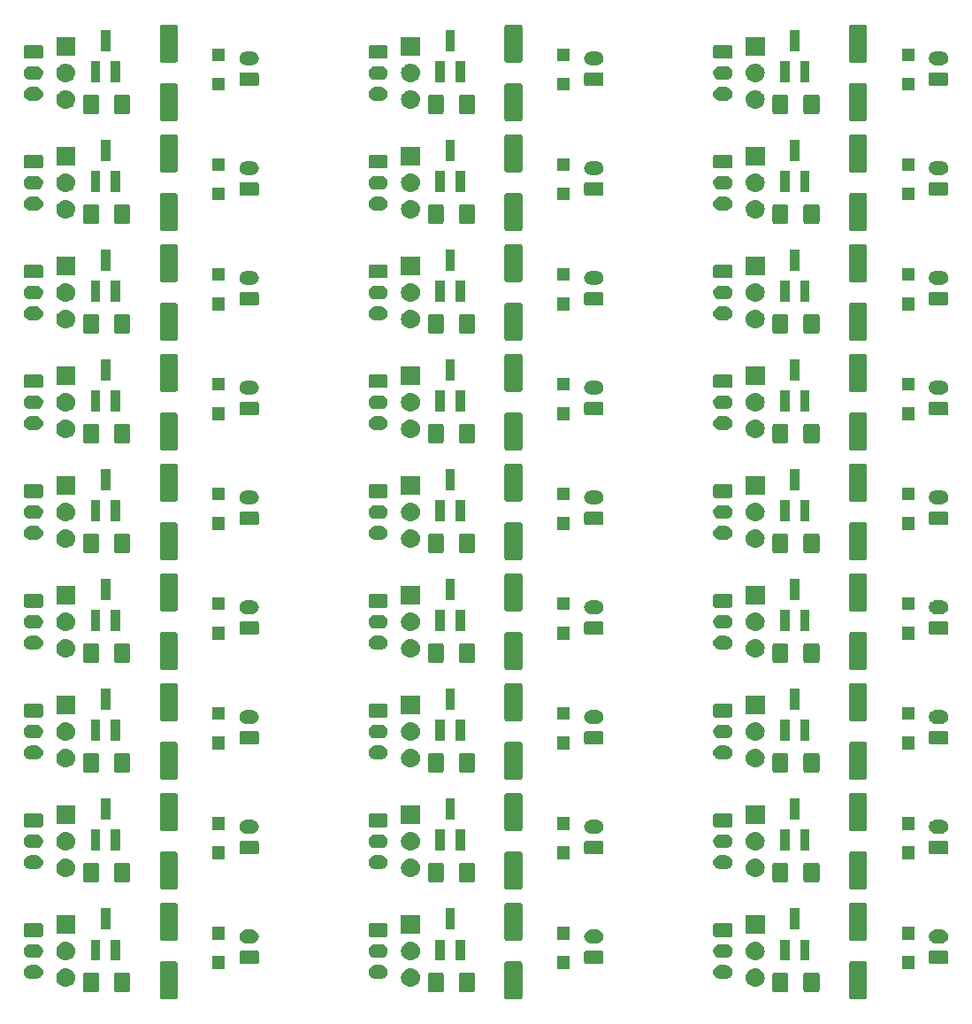
<source format=gbr>
G04 #@! TF.GenerationSoftware,KiCad,Pcbnew,(5.1.2)-2*
G04 #@! TF.CreationDate,2019-09-09T20:55:07+02:00*
G04 #@! TF.ProjectId,solenoid-board-panel,736f6c65-6e6f-4696-942d-626f6172642d,rev?*
G04 #@! TF.SameCoordinates,Original*
G04 #@! TF.FileFunction,Soldermask,Top*
G04 #@! TF.FilePolarity,Negative*
%FSLAX46Y46*%
G04 Gerber Fmt 4.6, Leading zero omitted, Abs format (unit mm)*
G04 Created by KiCad (PCBNEW (5.1.2)-2) date 2019-09-09 20:55:07*
%MOMM*%
%LPD*%
G04 APERTURE LIST*
%ADD10C,0.100000*%
G04 APERTURE END LIST*
D10*
G36*
X29755997Y-100253051D02*
G01*
X29789652Y-100263261D01*
X29820665Y-100279838D01*
X29847851Y-100302149D01*
X29870162Y-100329335D01*
X29886739Y-100360348D01*
X29896949Y-100394003D01*
X29901000Y-100435138D01*
X29901000Y-103664862D01*
X29896949Y-103705997D01*
X29886739Y-103739652D01*
X29870162Y-103770665D01*
X29847851Y-103797851D01*
X29820665Y-103820162D01*
X29789652Y-103836739D01*
X29755997Y-103846949D01*
X29714862Y-103851000D01*
X28385138Y-103851000D01*
X28344003Y-103846949D01*
X28310348Y-103836739D01*
X28279335Y-103820162D01*
X28252149Y-103797851D01*
X28229838Y-103770665D01*
X28213261Y-103739652D01*
X28203051Y-103705997D01*
X28199000Y-103664862D01*
X28199000Y-100435138D01*
X28203051Y-100394003D01*
X28213261Y-100360348D01*
X28229838Y-100329335D01*
X28252149Y-100302149D01*
X28279335Y-100279838D01*
X28310348Y-100263261D01*
X28344003Y-100253051D01*
X28385138Y-100249000D01*
X29714862Y-100249000D01*
X29755997Y-100253051D01*
X29755997Y-100253051D01*
G37*
G36*
X62755997Y-100253051D02*
G01*
X62789652Y-100263261D01*
X62820665Y-100279838D01*
X62847851Y-100302149D01*
X62870162Y-100329335D01*
X62886739Y-100360348D01*
X62896949Y-100394003D01*
X62901000Y-100435138D01*
X62901000Y-103664862D01*
X62896949Y-103705997D01*
X62886739Y-103739652D01*
X62870162Y-103770665D01*
X62847851Y-103797851D01*
X62820665Y-103820162D01*
X62789652Y-103836739D01*
X62755997Y-103846949D01*
X62714862Y-103851000D01*
X61385138Y-103851000D01*
X61344003Y-103846949D01*
X61310348Y-103836739D01*
X61279335Y-103820162D01*
X61252149Y-103797851D01*
X61229838Y-103770665D01*
X61213261Y-103739652D01*
X61203051Y-103705997D01*
X61199000Y-103664862D01*
X61199000Y-100435138D01*
X61203051Y-100394003D01*
X61213261Y-100360348D01*
X61229838Y-100329335D01*
X61252149Y-100302149D01*
X61279335Y-100279838D01*
X61310348Y-100263261D01*
X61344003Y-100253051D01*
X61385138Y-100249000D01*
X62714862Y-100249000D01*
X62755997Y-100253051D01*
X62755997Y-100253051D01*
G37*
G36*
X95755997Y-100253051D02*
G01*
X95789652Y-100263261D01*
X95820665Y-100279838D01*
X95847851Y-100302149D01*
X95870162Y-100329335D01*
X95886739Y-100360348D01*
X95896949Y-100394003D01*
X95901000Y-100435138D01*
X95901000Y-103664862D01*
X95896949Y-103705997D01*
X95886739Y-103739652D01*
X95870162Y-103770665D01*
X95847851Y-103797851D01*
X95820665Y-103820162D01*
X95789652Y-103836739D01*
X95755997Y-103846949D01*
X95714862Y-103851000D01*
X94385138Y-103851000D01*
X94344003Y-103846949D01*
X94310348Y-103836739D01*
X94279335Y-103820162D01*
X94252149Y-103797851D01*
X94229838Y-103770665D01*
X94213261Y-103739652D01*
X94203051Y-103705997D01*
X94199000Y-103664862D01*
X94199000Y-100435138D01*
X94203051Y-100394003D01*
X94213261Y-100360348D01*
X94229838Y-100329335D01*
X94252149Y-100302149D01*
X94279335Y-100279838D01*
X94310348Y-100263261D01*
X94344003Y-100253051D01*
X94385138Y-100249000D01*
X95714862Y-100249000D01*
X95755997Y-100253051D01*
X95755997Y-100253051D01*
G37*
G36*
X88225562Y-101328181D02*
G01*
X88260481Y-101338774D01*
X88292663Y-101355976D01*
X88320873Y-101379127D01*
X88344024Y-101407337D01*
X88361226Y-101439519D01*
X88371819Y-101474438D01*
X88376000Y-101516895D01*
X88376000Y-102983105D01*
X88371819Y-103025562D01*
X88361226Y-103060481D01*
X88344024Y-103092663D01*
X88320873Y-103120873D01*
X88292663Y-103144024D01*
X88260481Y-103161226D01*
X88225562Y-103171819D01*
X88183105Y-103176000D01*
X87041895Y-103176000D01*
X86999438Y-103171819D01*
X86964519Y-103161226D01*
X86932337Y-103144024D01*
X86904127Y-103120873D01*
X86880976Y-103092663D01*
X86863774Y-103060481D01*
X86853181Y-103025562D01*
X86849000Y-102983105D01*
X86849000Y-101516895D01*
X86853181Y-101474438D01*
X86863774Y-101439519D01*
X86880976Y-101407337D01*
X86904127Y-101379127D01*
X86932337Y-101355976D01*
X86964519Y-101338774D01*
X86999438Y-101328181D01*
X87041895Y-101324000D01*
X88183105Y-101324000D01*
X88225562Y-101328181D01*
X88225562Y-101328181D01*
G37*
G36*
X91200562Y-101328181D02*
G01*
X91235481Y-101338774D01*
X91267663Y-101355976D01*
X91295873Y-101379127D01*
X91319024Y-101407337D01*
X91336226Y-101439519D01*
X91346819Y-101474438D01*
X91351000Y-101516895D01*
X91351000Y-102983105D01*
X91346819Y-103025562D01*
X91336226Y-103060481D01*
X91319024Y-103092663D01*
X91295873Y-103120873D01*
X91267663Y-103144024D01*
X91235481Y-103161226D01*
X91200562Y-103171819D01*
X91158105Y-103176000D01*
X90016895Y-103176000D01*
X89974438Y-103171819D01*
X89939519Y-103161226D01*
X89907337Y-103144024D01*
X89879127Y-103120873D01*
X89855976Y-103092663D01*
X89838774Y-103060481D01*
X89828181Y-103025562D01*
X89824000Y-102983105D01*
X89824000Y-101516895D01*
X89828181Y-101474438D01*
X89838774Y-101439519D01*
X89855976Y-101407337D01*
X89879127Y-101379127D01*
X89907337Y-101355976D01*
X89939519Y-101338774D01*
X89974438Y-101328181D01*
X90016895Y-101324000D01*
X91158105Y-101324000D01*
X91200562Y-101328181D01*
X91200562Y-101328181D01*
G37*
G36*
X55225562Y-101328181D02*
G01*
X55260481Y-101338774D01*
X55292663Y-101355976D01*
X55320873Y-101379127D01*
X55344024Y-101407337D01*
X55361226Y-101439519D01*
X55371819Y-101474438D01*
X55376000Y-101516895D01*
X55376000Y-102983105D01*
X55371819Y-103025562D01*
X55361226Y-103060481D01*
X55344024Y-103092663D01*
X55320873Y-103120873D01*
X55292663Y-103144024D01*
X55260481Y-103161226D01*
X55225562Y-103171819D01*
X55183105Y-103176000D01*
X54041895Y-103176000D01*
X53999438Y-103171819D01*
X53964519Y-103161226D01*
X53932337Y-103144024D01*
X53904127Y-103120873D01*
X53880976Y-103092663D01*
X53863774Y-103060481D01*
X53853181Y-103025562D01*
X53849000Y-102983105D01*
X53849000Y-101516895D01*
X53853181Y-101474438D01*
X53863774Y-101439519D01*
X53880976Y-101407337D01*
X53904127Y-101379127D01*
X53932337Y-101355976D01*
X53964519Y-101338774D01*
X53999438Y-101328181D01*
X54041895Y-101324000D01*
X55183105Y-101324000D01*
X55225562Y-101328181D01*
X55225562Y-101328181D01*
G37*
G36*
X22225562Y-101328181D02*
G01*
X22260481Y-101338774D01*
X22292663Y-101355976D01*
X22320873Y-101379127D01*
X22344024Y-101407337D01*
X22361226Y-101439519D01*
X22371819Y-101474438D01*
X22376000Y-101516895D01*
X22376000Y-102983105D01*
X22371819Y-103025562D01*
X22361226Y-103060481D01*
X22344024Y-103092663D01*
X22320873Y-103120873D01*
X22292663Y-103144024D01*
X22260481Y-103161226D01*
X22225562Y-103171819D01*
X22183105Y-103176000D01*
X21041895Y-103176000D01*
X20999438Y-103171819D01*
X20964519Y-103161226D01*
X20932337Y-103144024D01*
X20904127Y-103120873D01*
X20880976Y-103092663D01*
X20863774Y-103060481D01*
X20853181Y-103025562D01*
X20849000Y-102983105D01*
X20849000Y-101516895D01*
X20853181Y-101474438D01*
X20863774Y-101439519D01*
X20880976Y-101407337D01*
X20904127Y-101379127D01*
X20932337Y-101355976D01*
X20964519Y-101338774D01*
X20999438Y-101328181D01*
X21041895Y-101324000D01*
X22183105Y-101324000D01*
X22225562Y-101328181D01*
X22225562Y-101328181D01*
G37*
G36*
X25200562Y-101328181D02*
G01*
X25235481Y-101338774D01*
X25267663Y-101355976D01*
X25295873Y-101379127D01*
X25319024Y-101407337D01*
X25336226Y-101439519D01*
X25346819Y-101474438D01*
X25351000Y-101516895D01*
X25351000Y-102983105D01*
X25346819Y-103025562D01*
X25336226Y-103060481D01*
X25319024Y-103092663D01*
X25295873Y-103120873D01*
X25267663Y-103144024D01*
X25235481Y-103161226D01*
X25200562Y-103171819D01*
X25158105Y-103176000D01*
X24016895Y-103176000D01*
X23974438Y-103171819D01*
X23939519Y-103161226D01*
X23907337Y-103144024D01*
X23879127Y-103120873D01*
X23855976Y-103092663D01*
X23838774Y-103060481D01*
X23828181Y-103025562D01*
X23824000Y-102983105D01*
X23824000Y-101516895D01*
X23828181Y-101474438D01*
X23838774Y-101439519D01*
X23855976Y-101407337D01*
X23879127Y-101379127D01*
X23907337Y-101355976D01*
X23939519Y-101338774D01*
X23974438Y-101328181D01*
X24016895Y-101324000D01*
X25158105Y-101324000D01*
X25200562Y-101328181D01*
X25200562Y-101328181D01*
G37*
G36*
X58200562Y-101328181D02*
G01*
X58235481Y-101338774D01*
X58267663Y-101355976D01*
X58295873Y-101379127D01*
X58319024Y-101407337D01*
X58336226Y-101439519D01*
X58346819Y-101474438D01*
X58351000Y-101516895D01*
X58351000Y-102983105D01*
X58346819Y-103025562D01*
X58336226Y-103060481D01*
X58319024Y-103092663D01*
X58295873Y-103120873D01*
X58267663Y-103144024D01*
X58235481Y-103161226D01*
X58200562Y-103171819D01*
X58158105Y-103176000D01*
X57016895Y-103176000D01*
X56974438Y-103171819D01*
X56939519Y-103161226D01*
X56907337Y-103144024D01*
X56879127Y-103120873D01*
X56855976Y-103092663D01*
X56838774Y-103060481D01*
X56828181Y-103025562D01*
X56824000Y-102983105D01*
X56824000Y-101516895D01*
X56828181Y-101474438D01*
X56838774Y-101439519D01*
X56855976Y-101407337D01*
X56879127Y-101379127D01*
X56907337Y-101355976D01*
X56939519Y-101338774D01*
X56974438Y-101328181D01*
X57016895Y-101324000D01*
X58158105Y-101324000D01*
X58200562Y-101328181D01*
X58200562Y-101328181D01*
G37*
G36*
X19310443Y-100895519D02*
G01*
X19376627Y-100902037D01*
X19546466Y-100953557D01*
X19702991Y-101037222D01*
X19738729Y-101066552D01*
X19840186Y-101149814D01*
X19922405Y-101250000D01*
X19952778Y-101287009D01*
X20036443Y-101443534D01*
X20087963Y-101613373D01*
X20105359Y-101790000D01*
X20087963Y-101966627D01*
X20036443Y-102136466D01*
X19952778Y-102292991D01*
X19923448Y-102328729D01*
X19840186Y-102430186D01*
X19738729Y-102513448D01*
X19702991Y-102542778D01*
X19546466Y-102626443D01*
X19376627Y-102677963D01*
X19310442Y-102684482D01*
X19244260Y-102691000D01*
X19155740Y-102691000D01*
X19089558Y-102684482D01*
X19023373Y-102677963D01*
X18853534Y-102626443D01*
X18697009Y-102542778D01*
X18661271Y-102513448D01*
X18559814Y-102430186D01*
X18476552Y-102328729D01*
X18447222Y-102292991D01*
X18363557Y-102136466D01*
X18312037Y-101966627D01*
X18294641Y-101790000D01*
X18312037Y-101613373D01*
X18363557Y-101443534D01*
X18447222Y-101287009D01*
X18477595Y-101250000D01*
X18559814Y-101149814D01*
X18661271Y-101066552D01*
X18697009Y-101037222D01*
X18853534Y-100953557D01*
X19023373Y-100902037D01*
X19089557Y-100895519D01*
X19155740Y-100889000D01*
X19244260Y-100889000D01*
X19310443Y-100895519D01*
X19310443Y-100895519D01*
G37*
G36*
X52310443Y-100895519D02*
G01*
X52376627Y-100902037D01*
X52546466Y-100953557D01*
X52702991Y-101037222D01*
X52738729Y-101066552D01*
X52840186Y-101149814D01*
X52922405Y-101250000D01*
X52952778Y-101287009D01*
X53036443Y-101443534D01*
X53087963Y-101613373D01*
X53105359Y-101790000D01*
X53087963Y-101966627D01*
X53036443Y-102136466D01*
X52952778Y-102292991D01*
X52923448Y-102328729D01*
X52840186Y-102430186D01*
X52738729Y-102513448D01*
X52702991Y-102542778D01*
X52546466Y-102626443D01*
X52376627Y-102677963D01*
X52310442Y-102684482D01*
X52244260Y-102691000D01*
X52155740Y-102691000D01*
X52089558Y-102684482D01*
X52023373Y-102677963D01*
X51853534Y-102626443D01*
X51697009Y-102542778D01*
X51661271Y-102513448D01*
X51559814Y-102430186D01*
X51476552Y-102328729D01*
X51447222Y-102292991D01*
X51363557Y-102136466D01*
X51312037Y-101966627D01*
X51294641Y-101790000D01*
X51312037Y-101613373D01*
X51363557Y-101443534D01*
X51447222Y-101287009D01*
X51477595Y-101250000D01*
X51559814Y-101149814D01*
X51661271Y-101066552D01*
X51697009Y-101037222D01*
X51853534Y-100953557D01*
X52023373Y-100902037D01*
X52089557Y-100895519D01*
X52155740Y-100889000D01*
X52244260Y-100889000D01*
X52310443Y-100895519D01*
X52310443Y-100895519D01*
G37*
G36*
X85310443Y-100895519D02*
G01*
X85376627Y-100902037D01*
X85546466Y-100953557D01*
X85702991Y-101037222D01*
X85738729Y-101066552D01*
X85840186Y-101149814D01*
X85922405Y-101250000D01*
X85952778Y-101287009D01*
X86036443Y-101443534D01*
X86087963Y-101613373D01*
X86105359Y-101790000D01*
X86087963Y-101966627D01*
X86036443Y-102136466D01*
X85952778Y-102292991D01*
X85923448Y-102328729D01*
X85840186Y-102430186D01*
X85738729Y-102513448D01*
X85702991Y-102542778D01*
X85546466Y-102626443D01*
X85376627Y-102677963D01*
X85310442Y-102684482D01*
X85244260Y-102691000D01*
X85155740Y-102691000D01*
X85089558Y-102684482D01*
X85023373Y-102677963D01*
X84853534Y-102626443D01*
X84697009Y-102542778D01*
X84661271Y-102513448D01*
X84559814Y-102430186D01*
X84476552Y-102328729D01*
X84447222Y-102292991D01*
X84363557Y-102136466D01*
X84312037Y-101966627D01*
X84294641Y-101790000D01*
X84312037Y-101613373D01*
X84363557Y-101443534D01*
X84447222Y-101287009D01*
X84477595Y-101250000D01*
X84559814Y-101149814D01*
X84661271Y-101066552D01*
X84697009Y-101037222D01*
X84853534Y-100953557D01*
X85023373Y-100902037D01*
X85089557Y-100895519D01*
X85155740Y-100889000D01*
X85244260Y-100889000D01*
X85310443Y-100895519D01*
X85310443Y-100895519D01*
G37*
G36*
X16438855Y-100602140D02*
G01*
X16502618Y-100608420D01*
X16593404Y-100635960D01*
X16625336Y-100645646D01*
X16738425Y-100706094D01*
X16837554Y-100787446D01*
X16918906Y-100886575D01*
X16979354Y-100999664D01*
X16979355Y-100999668D01*
X17016580Y-101122382D01*
X17029149Y-101250000D01*
X17016580Y-101377618D01*
X16989040Y-101468404D01*
X16979354Y-101500336D01*
X16918906Y-101613425D01*
X16837554Y-101712554D01*
X16738425Y-101793906D01*
X16625336Y-101854354D01*
X16593404Y-101864040D01*
X16502618Y-101891580D01*
X16438855Y-101897860D01*
X16406974Y-101901000D01*
X15793026Y-101901000D01*
X15761145Y-101897860D01*
X15697382Y-101891580D01*
X15606596Y-101864040D01*
X15574664Y-101854354D01*
X15461575Y-101793906D01*
X15362446Y-101712554D01*
X15281094Y-101613425D01*
X15220646Y-101500336D01*
X15210960Y-101468404D01*
X15183420Y-101377618D01*
X15170851Y-101250000D01*
X15183420Y-101122382D01*
X15220645Y-100999668D01*
X15220646Y-100999664D01*
X15281094Y-100886575D01*
X15362446Y-100787446D01*
X15461575Y-100706094D01*
X15574664Y-100645646D01*
X15606596Y-100635960D01*
X15697382Y-100608420D01*
X15761145Y-100602140D01*
X15793026Y-100599000D01*
X16406974Y-100599000D01*
X16438855Y-100602140D01*
X16438855Y-100602140D01*
G37*
G36*
X49438855Y-100602140D02*
G01*
X49502618Y-100608420D01*
X49593404Y-100635960D01*
X49625336Y-100645646D01*
X49738425Y-100706094D01*
X49837554Y-100787446D01*
X49918906Y-100886575D01*
X49979354Y-100999664D01*
X49979355Y-100999668D01*
X50016580Y-101122382D01*
X50029149Y-101250000D01*
X50016580Y-101377618D01*
X49989040Y-101468404D01*
X49979354Y-101500336D01*
X49918906Y-101613425D01*
X49837554Y-101712554D01*
X49738425Y-101793906D01*
X49625336Y-101854354D01*
X49593404Y-101864040D01*
X49502618Y-101891580D01*
X49438855Y-101897860D01*
X49406974Y-101901000D01*
X48793026Y-101901000D01*
X48761145Y-101897860D01*
X48697382Y-101891580D01*
X48606596Y-101864040D01*
X48574664Y-101854354D01*
X48461575Y-101793906D01*
X48362446Y-101712554D01*
X48281094Y-101613425D01*
X48220646Y-101500336D01*
X48210960Y-101468404D01*
X48183420Y-101377618D01*
X48170851Y-101250000D01*
X48183420Y-101122382D01*
X48220645Y-100999668D01*
X48220646Y-100999664D01*
X48281094Y-100886575D01*
X48362446Y-100787446D01*
X48461575Y-100706094D01*
X48574664Y-100645646D01*
X48606596Y-100635960D01*
X48697382Y-100608420D01*
X48761145Y-100602140D01*
X48793026Y-100599000D01*
X49406974Y-100599000D01*
X49438855Y-100602140D01*
X49438855Y-100602140D01*
G37*
G36*
X82438855Y-100602140D02*
G01*
X82502618Y-100608420D01*
X82593404Y-100635960D01*
X82625336Y-100645646D01*
X82738425Y-100706094D01*
X82837554Y-100787446D01*
X82918906Y-100886575D01*
X82979354Y-100999664D01*
X82979355Y-100999668D01*
X83016580Y-101122382D01*
X83029149Y-101250000D01*
X83016580Y-101377618D01*
X82989040Y-101468404D01*
X82979354Y-101500336D01*
X82918906Y-101613425D01*
X82837554Y-101712554D01*
X82738425Y-101793906D01*
X82625336Y-101854354D01*
X82593404Y-101864040D01*
X82502618Y-101891580D01*
X82438855Y-101897860D01*
X82406974Y-101901000D01*
X81793026Y-101901000D01*
X81761145Y-101897860D01*
X81697382Y-101891580D01*
X81606596Y-101864040D01*
X81574664Y-101854354D01*
X81461575Y-101793906D01*
X81362446Y-101712554D01*
X81281094Y-101613425D01*
X81220646Y-101500336D01*
X81210960Y-101468404D01*
X81183420Y-101377618D01*
X81170851Y-101250000D01*
X81183420Y-101122382D01*
X81220645Y-100999668D01*
X81220646Y-100999664D01*
X81281094Y-100886575D01*
X81362446Y-100787446D01*
X81461575Y-100706094D01*
X81574664Y-100645646D01*
X81606596Y-100635960D01*
X81697382Y-100608420D01*
X81761145Y-100602140D01*
X81793026Y-100599000D01*
X82406974Y-100599000D01*
X82438855Y-100602140D01*
X82438855Y-100602140D01*
G37*
G36*
X100451000Y-100951000D02*
G01*
X99249000Y-100951000D01*
X99249000Y-99749000D01*
X100451000Y-99749000D01*
X100451000Y-100951000D01*
X100451000Y-100951000D01*
G37*
G36*
X67451000Y-100951000D02*
G01*
X66249000Y-100951000D01*
X66249000Y-99749000D01*
X67451000Y-99749000D01*
X67451000Y-100951000D01*
X67451000Y-100951000D01*
G37*
G36*
X34451000Y-100951000D02*
G01*
X33249000Y-100951000D01*
X33249000Y-99749000D01*
X34451000Y-99749000D01*
X34451000Y-100951000D01*
X34451000Y-100951000D01*
G37*
G36*
X70516242Y-99203404D02*
G01*
X70553337Y-99214657D01*
X70587515Y-99232925D01*
X70617481Y-99257519D01*
X70642075Y-99287485D01*
X70660343Y-99321663D01*
X70671596Y-99358758D01*
X70676000Y-99403474D01*
X70676000Y-100296526D01*
X70671596Y-100341242D01*
X70660343Y-100378337D01*
X70642075Y-100412515D01*
X70617481Y-100442481D01*
X70587515Y-100467075D01*
X70553337Y-100485343D01*
X70516242Y-100496596D01*
X70471526Y-100501000D01*
X69028474Y-100501000D01*
X68983758Y-100496596D01*
X68946663Y-100485343D01*
X68912485Y-100467075D01*
X68882519Y-100442481D01*
X68857925Y-100412515D01*
X68839657Y-100378337D01*
X68828404Y-100341242D01*
X68824000Y-100296526D01*
X68824000Y-99403474D01*
X68828404Y-99358758D01*
X68839657Y-99321663D01*
X68857925Y-99287485D01*
X68882519Y-99257519D01*
X68912485Y-99232925D01*
X68946663Y-99214657D01*
X68983758Y-99203404D01*
X69028474Y-99199000D01*
X70471526Y-99199000D01*
X70516242Y-99203404D01*
X70516242Y-99203404D01*
G37*
G36*
X37516242Y-99203404D02*
G01*
X37553337Y-99214657D01*
X37587515Y-99232925D01*
X37617481Y-99257519D01*
X37642075Y-99287485D01*
X37660343Y-99321663D01*
X37671596Y-99358758D01*
X37676000Y-99403474D01*
X37676000Y-100296526D01*
X37671596Y-100341242D01*
X37660343Y-100378337D01*
X37642075Y-100412515D01*
X37617481Y-100442481D01*
X37587515Y-100467075D01*
X37553337Y-100485343D01*
X37516242Y-100496596D01*
X37471526Y-100501000D01*
X36028474Y-100501000D01*
X35983758Y-100496596D01*
X35946663Y-100485343D01*
X35912485Y-100467075D01*
X35882519Y-100442481D01*
X35857925Y-100412515D01*
X35839657Y-100378337D01*
X35828404Y-100341242D01*
X35824000Y-100296526D01*
X35824000Y-99403474D01*
X35828404Y-99358758D01*
X35839657Y-99321663D01*
X35857925Y-99287485D01*
X35882519Y-99257519D01*
X35912485Y-99232925D01*
X35946663Y-99214657D01*
X35983758Y-99203404D01*
X36028474Y-99199000D01*
X37471526Y-99199000D01*
X37516242Y-99203404D01*
X37516242Y-99203404D01*
G37*
G36*
X103516242Y-99203404D02*
G01*
X103553337Y-99214657D01*
X103587515Y-99232925D01*
X103617481Y-99257519D01*
X103642075Y-99287485D01*
X103660343Y-99321663D01*
X103671596Y-99358758D01*
X103676000Y-99403474D01*
X103676000Y-100296526D01*
X103671596Y-100341242D01*
X103660343Y-100378337D01*
X103642075Y-100412515D01*
X103617481Y-100442481D01*
X103587515Y-100467075D01*
X103553337Y-100485343D01*
X103516242Y-100496596D01*
X103471526Y-100501000D01*
X102028474Y-100501000D01*
X101983758Y-100496596D01*
X101946663Y-100485343D01*
X101912485Y-100467075D01*
X101882519Y-100442481D01*
X101857925Y-100412515D01*
X101839657Y-100378337D01*
X101828404Y-100341242D01*
X101824000Y-100296526D01*
X101824000Y-99403474D01*
X101828404Y-99358758D01*
X101839657Y-99321663D01*
X101857925Y-99287485D01*
X101882519Y-99257519D01*
X101912485Y-99232925D01*
X101946663Y-99214657D01*
X101983758Y-99203404D01*
X102028474Y-99199000D01*
X103471526Y-99199000D01*
X103516242Y-99203404D01*
X103516242Y-99203404D01*
G37*
G36*
X52310442Y-98355518D02*
G01*
X52376627Y-98362037D01*
X52546466Y-98413557D01*
X52702991Y-98497222D01*
X52707594Y-98501000D01*
X52840186Y-98609814D01*
X52919200Y-98706094D01*
X52952778Y-98747009D01*
X53036443Y-98903534D01*
X53087963Y-99073373D01*
X53105359Y-99250000D01*
X53087963Y-99426627D01*
X53036443Y-99596466D01*
X52952778Y-99752991D01*
X52923448Y-99788729D01*
X52840186Y-99890186D01*
X52738729Y-99973448D01*
X52702991Y-100002778D01*
X52546466Y-100086443D01*
X52376627Y-100137963D01*
X52310442Y-100144482D01*
X52244260Y-100151000D01*
X52155740Y-100151000D01*
X52089558Y-100144482D01*
X52023373Y-100137963D01*
X51853534Y-100086443D01*
X51697009Y-100002778D01*
X51661271Y-99973448D01*
X51559814Y-99890186D01*
X51476552Y-99788729D01*
X51447222Y-99752991D01*
X51363557Y-99596466D01*
X51312037Y-99426627D01*
X51294641Y-99250000D01*
X51312037Y-99073373D01*
X51363557Y-98903534D01*
X51447222Y-98747009D01*
X51480800Y-98706094D01*
X51559814Y-98609814D01*
X51692406Y-98501000D01*
X51697009Y-98497222D01*
X51853534Y-98413557D01*
X52023373Y-98362037D01*
X52089558Y-98355518D01*
X52155740Y-98349000D01*
X52244260Y-98349000D01*
X52310442Y-98355518D01*
X52310442Y-98355518D01*
G37*
G36*
X22501000Y-100151000D02*
G01*
X21599000Y-100151000D01*
X21599000Y-98149000D01*
X22501000Y-98149000D01*
X22501000Y-100151000D01*
X22501000Y-100151000D01*
G37*
G36*
X19310442Y-98355518D02*
G01*
X19376627Y-98362037D01*
X19546466Y-98413557D01*
X19702991Y-98497222D01*
X19707594Y-98501000D01*
X19840186Y-98609814D01*
X19919200Y-98706094D01*
X19952778Y-98747009D01*
X20036443Y-98903534D01*
X20087963Y-99073373D01*
X20105359Y-99250000D01*
X20087963Y-99426627D01*
X20036443Y-99596466D01*
X19952778Y-99752991D01*
X19923448Y-99788729D01*
X19840186Y-99890186D01*
X19738729Y-99973448D01*
X19702991Y-100002778D01*
X19546466Y-100086443D01*
X19376627Y-100137963D01*
X19310442Y-100144482D01*
X19244260Y-100151000D01*
X19155740Y-100151000D01*
X19089558Y-100144482D01*
X19023373Y-100137963D01*
X18853534Y-100086443D01*
X18697009Y-100002778D01*
X18661271Y-99973448D01*
X18559814Y-99890186D01*
X18476552Y-99788729D01*
X18447222Y-99752991D01*
X18363557Y-99596466D01*
X18312037Y-99426627D01*
X18294641Y-99250000D01*
X18312037Y-99073373D01*
X18363557Y-98903534D01*
X18447222Y-98747009D01*
X18480800Y-98706094D01*
X18559814Y-98609814D01*
X18692406Y-98501000D01*
X18697009Y-98497222D01*
X18853534Y-98413557D01*
X19023373Y-98362037D01*
X19089558Y-98355518D01*
X19155740Y-98349000D01*
X19244260Y-98349000D01*
X19310442Y-98355518D01*
X19310442Y-98355518D01*
G37*
G36*
X85310442Y-98355518D02*
G01*
X85376627Y-98362037D01*
X85546466Y-98413557D01*
X85702991Y-98497222D01*
X85707594Y-98501000D01*
X85840186Y-98609814D01*
X85919200Y-98706094D01*
X85952778Y-98747009D01*
X86036443Y-98903534D01*
X86087963Y-99073373D01*
X86105359Y-99250000D01*
X86087963Y-99426627D01*
X86036443Y-99596466D01*
X85952778Y-99752991D01*
X85923448Y-99788729D01*
X85840186Y-99890186D01*
X85738729Y-99973448D01*
X85702991Y-100002778D01*
X85546466Y-100086443D01*
X85376627Y-100137963D01*
X85310443Y-100144481D01*
X85244260Y-100151000D01*
X85155740Y-100151000D01*
X85089558Y-100144482D01*
X85023373Y-100137963D01*
X84853534Y-100086443D01*
X84697009Y-100002778D01*
X84661271Y-99973448D01*
X84559814Y-99890186D01*
X84476552Y-99788729D01*
X84447222Y-99752991D01*
X84363557Y-99596466D01*
X84312037Y-99426627D01*
X84294641Y-99250000D01*
X84312037Y-99073373D01*
X84363557Y-98903534D01*
X84447222Y-98747009D01*
X84480800Y-98706094D01*
X84559814Y-98609814D01*
X84692406Y-98501000D01*
X84697009Y-98497222D01*
X84853534Y-98413557D01*
X85023373Y-98362037D01*
X85089558Y-98355518D01*
X85155740Y-98349000D01*
X85244260Y-98349000D01*
X85310442Y-98355518D01*
X85310442Y-98355518D01*
G37*
G36*
X90401000Y-100151000D02*
G01*
X89499000Y-100151000D01*
X89499000Y-98149000D01*
X90401000Y-98149000D01*
X90401000Y-100151000D01*
X90401000Y-100151000D01*
G37*
G36*
X88501000Y-100151000D02*
G01*
X87599000Y-100151000D01*
X87599000Y-98149000D01*
X88501000Y-98149000D01*
X88501000Y-100151000D01*
X88501000Y-100151000D01*
G37*
G36*
X24401000Y-100151000D02*
G01*
X23499000Y-100151000D01*
X23499000Y-98149000D01*
X24401000Y-98149000D01*
X24401000Y-100151000D01*
X24401000Y-100151000D01*
G37*
G36*
X57401000Y-100151000D02*
G01*
X56499000Y-100151000D01*
X56499000Y-98149000D01*
X57401000Y-98149000D01*
X57401000Y-100151000D01*
X57401000Y-100151000D01*
G37*
G36*
X55501000Y-100151000D02*
G01*
X54599000Y-100151000D01*
X54599000Y-98149000D01*
X55501000Y-98149000D01*
X55501000Y-100151000D01*
X55501000Y-100151000D01*
G37*
G36*
X82438855Y-98602140D02*
G01*
X82502618Y-98608420D01*
X82593404Y-98635960D01*
X82625336Y-98645646D01*
X82738425Y-98706094D01*
X82837554Y-98787446D01*
X82918906Y-98886575D01*
X82979354Y-98999664D01*
X82979355Y-98999668D01*
X83016580Y-99122382D01*
X83029149Y-99250000D01*
X83016580Y-99377618D01*
X83004533Y-99417331D01*
X82979354Y-99500336D01*
X82918906Y-99613425D01*
X82837554Y-99712554D01*
X82738425Y-99793906D01*
X82625336Y-99854354D01*
X82593404Y-99864040D01*
X82502618Y-99891580D01*
X82438855Y-99897860D01*
X82406974Y-99901000D01*
X81793026Y-99901000D01*
X81761145Y-99897860D01*
X81697382Y-99891580D01*
X81606596Y-99864040D01*
X81574664Y-99854354D01*
X81461575Y-99793906D01*
X81362446Y-99712554D01*
X81281094Y-99613425D01*
X81220646Y-99500336D01*
X81195467Y-99417331D01*
X81183420Y-99377618D01*
X81170851Y-99250000D01*
X81183420Y-99122382D01*
X81220645Y-98999668D01*
X81220646Y-98999664D01*
X81281094Y-98886575D01*
X81362446Y-98787446D01*
X81461575Y-98706094D01*
X81574664Y-98645646D01*
X81606596Y-98635960D01*
X81697382Y-98608420D01*
X81761145Y-98602140D01*
X81793026Y-98599000D01*
X82406974Y-98599000D01*
X82438855Y-98602140D01*
X82438855Y-98602140D01*
G37*
G36*
X16438855Y-98602140D02*
G01*
X16502618Y-98608420D01*
X16593404Y-98635960D01*
X16625336Y-98645646D01*
X16738425Y-98706094D01*
X16837554Y-98787446D01*
X16918906Y-98886575D01*
X16979354Y-98999664D01*
X16979355Y-98999668D01*
X17016580Y-99122382D01*
X17029149Y-99250000D01*
X17016580Y-99377618D01*
X17004533Y-99417331D01*
X16979354Y-99500336D01*
X16918906Y-99613425D01*
X16837554Y-99712554D01*
X16738425Y-99793906D01*
X16625336Y-99854354D01*
X16593404Y-99864040D01*
X16502618Y-99891580D01*
X16438855Y-99897860D01*
X16406974Y-99901000D01*
X15793026Y-99901000D01*
X15761145Y-99897860D01*
X15697382Y-99891580D01*
X15606596Y-99864040D01*
X15574664Y-99854354D01*
X15461575Y-99793906D01*
X15362446Y-99712554D01*
X15281094Y-99613425D01*
X15220646Y-99500336D01*
X15195467Y-99417331D01*
X15183420Y-99377618D01*
X15170851Y-99250000D01*
X15183420Y-99122382D01*
X15220645Y-98999668D01*
X15220646Y-98999664D01*
X15281094Y-98886575D01*
X15362446Y-98787446D01*
X15461575Y-98706094D01*
X15574664Y-98645646D01*
X15606596Y-98635960D01*
X15697382Y-98608420D01*
X15761145Y-98602140D01*
X15793026Y-98599000D01*
X16406974Y-98599000D01*
X16438855Y-98602140D01*
X16438855Y-98602140D01*
G37*
G36*
X49438855Y-98602140D02*
G01*
X49502618Y-98608420D01*
X49593404Y-98635960D01*
X49625336Y-98645646D01*
X49738425Y-98706094D01*
X49837554Y-98787446D01*
X49918906Y-98886575D01*
X49979354Y-98999664D01*
X49979355Y-98999668D01*
X50016580Y-99122382D01*
X50029149Y-99250000D01*
X50016580Y-99377618D01*
X50004533Y-99417331D01*
X49979354Y-99500336D01*
X49918906Y-99613425D01*
X49837554Y-99712554D01*
X49738425Y-99793906D01*
X49625336Y-99854354D01*
X49593404Y-99864040D01*
X49502618Y-99891580D01*
X49438855Y-99897860D01*
X49406974Y-99901000D01*
X48793026Y-99901000D01*
X48761145Y-99897860D01*
X48697382Y-99891580D01*
X48606596Y-99864040D01*
X48574664Y-99854354D01*
X48461575Y-99793906D01*
X48362446Y-99712554D01*
X48281094Y-99613425D01*
X48220646Y-99500336D01*
X48195467Y-99417331D01*
X48183420Y-99377618D01*
X48170851Y-99250000D01*
X48183420Y-99122382D01*
X48220645Y-98999668D01*
X48220646Y-98999664D01*
X48281094Y-98886575D01*
X48362446Y-98787446D01*
X48461575Y-98706094D01*
X48574664Y-98645646D01*
X48606596Y-98635960D01*
X48697382Y-98608420D01*
X48761145Y-98602140D01*
X48793026Y-98599000D01*
X49406974Y-98599000D01*
X49438855Y-98602140D01*
X49438855Y-98602140D01*
G37*
G36*
X103088855Y-97202140D02*
G01*
X103152618Y-97208420D01*
X103243404Y-97235960D01*
X103275336Y-97245646D01*
X103388425Y-97306094D01*
X103487554Y-97387446D01*
X103568906Y-97486575D01*
X103629354Y-97599664D01*
X103629355Y-97599668D01*
X103666580Y-97722382D01*
X103679149Y-97850000D01*
X103666580Y-97977618D01*
X103648583Y-98036945D01*
X103629354Y-98100336D01*
X103568906Y-98213425D01*
X103487554Y-98312554D01*
X103388425Y-98393906D01*
X103275336Y-98454354D01*
X103243404Y-98464040D01*
X103152618Y-98491580D01*
X103088855Y-98497860D01*
X103056974Y-98501000D01*
X102443026Y-98501000D01*
X102411145Y-98497860D01*
X102347382Y-98491580D01*
X102256596Y-98464040D01*
X102224664Y-98454354D01*
X102111575Y-98393906D01*
X102012446Y-98312554D01*
X101931094Y-98213425D01*
X101870646Y-98100336D01*
X101851417Y-98036945D01*
X101833420Y-97977618D01*
X101820851Y-97850000D01*
X101833420Y-97722382D01*
X101870645Y-97599668D01*
X101870646Y-97599664D01*
X101931094Y-97486575D01*
X102012446Y-97387446D01*
X102111575Y-97306094D01*
X102224664Y-97245646D01*
X102256596Y-97235960D01*
X102347382Y-97208420D01*
X102411145Y-97202140D01*
X102443026Y-97199000D01*
X103056974Y-97199000D01*
X103088855Y-97202140D01*
X103088855Y-97202140D01*
G37*
G36*
X70088855Y-97202140D02*
G01*
X70152618Y-97208420D01*
X70243404Y-97235960D01*
X70275336Y-97245646D01*
X70388425Y-97306094D01*
X70487554Y-97387446D01*
X70568906Y-97486575D01*
X70629354Y-97599664D01*
X70629355Y-97599668D01*
X70666580Y-97722382D01*
X70679149Y-97850000D01*
X70666580Y-97977618D01*
X70648583Y-98036945D01*
X70629354Y-98100336D01*
X70568906Y-98213425D01*
X70487554Y-98312554D01*
X70388425Y-98393906D01*
X70275336Y-98454354D01*
X70243404Y-98464040D01*
X70152618Y-98491580D01*
X70088855Y-98497860D01*
X70056974Y-98501000D01*
X69443026Y-98501000D01*
X69411145Y-98497860D01*
X69347382Y-98491580D01*
X69256596Y-98464040D01*
X69224664Y-98454354D01*
X69111575Y-98393906D01*
X69012446Y-98312554D01*
X68931094Y-98213425D01*
X68870646Y-98100336D01*
X68851417Y-98036945D01*
X68833420Y-97977618D01*
X68820851Y-97850000D01*
X68833420Y-97722382D01*
X68870645Y-97599668D01*
X68870646Y-97599664D01*
X68931094Y-97486575D01*
X69012446Y-97387446D01*
X69111575Y-97306094D01*
X69224664Y-97245646D01*
X69256596Y-97235960D01*
X69347382Y-97208420D01*
X69411145Y-97202140D01*
X69443026Y-97199000D01*
X70056974Y-97199000D01*
X70088855Y-97202140D01*
X70088855Y-97202140D01*
G37*
G36*
X37088855Y-97202140D02*
G01*
X37152618Y-97208420D01*
X37243404Y-97235960D01*
X37275336Y-97245646D01*
X37388425Y-97306094D01*
X37487554Y-97387446D01*
X37568906Y-97486575D01*
X37629354Y-97599664D01*
X37629355Y-97599668D01*
X37666580Y-97722382D01*
X37679149Y-97850000D01*
X37666580Y-97977618D01*
X37648583Y-98036945D01*
X37629354Y-98100336D01*
X37568906Y-98213425D01*
X37487554Y-98312554D01*
X37388425Y-98393906D01*
X37275336Y-98454354D01*
X37243404Y-98464040D01*
X37152618Y-98491580D01*
X37088855Y-98497860D01*
X37056974Y-98501000D01*
X36443026Y-98501000D01*
X36411145Y-98497860D01*
X36347382Y-98491580D01*
X36256596Y-98464040D01*
X36224664Y-98454354D01*
X36111575Y-98393906D01*
X36012446Y-98312554D01*
X35931094Y-98213425D01*
X35870646Y-98100336D01*
X35851417Y-98036945D01*
X35833420Y-97977618D01*
X35820851Y-97850000D01*
X35833420Y-97722382D01*
X35870645Y-97599668D01*
X35870646Y-97599664D01*
X35931094Y-97486575D01*
X36012446Y-97387446D01*
X36111575Y-97306094D01*
X36224664Y-97245646D01*
X36256596Y-97235960D01*
X36347382Y-97208420D01*
X36411145Y-97202140D01*
X36443026Y-97199000D01*
X37056974Y-97199000D01*
X37088855Y-97202140D01*
X37088855Y-97202140D01*
G37*
G36*
X29755997Y-94653051D02*
G01*
X29789652Y-94663261D01*
X29820665Y-94679838D01*
X29847851Y-94702149D01*
X29870162Y-94729335D01*
X29886739Y-94760348D01*
X29896949Y-94794003D01*
X29901000Y-94835138D01*
X29901000Y-98064862D01*
X29896949Y-98105997D01*
X29886739Y-98139652D01*
X29870162Y-98170665D01*
X29847851Y-98197851D01*
X29820665Y-98220162D01*
X29789652Y-98236739D01*
X29755997Y-98246949D01*
X29714862Y-98251000D01*
X28385138Y-98251000D01*
X28344003Y-98246949D01*
X28310348Y-98236739D01*
X28279335Y-98220162D01*
X28252149Y-98197851D01*
X28229838Y-98170665D01*
X28213261Y-98139652D01*
X28203051Y-98105997D01*
X28199000Y-98064862D01*
X28199000Y-94835138D01*
X28203051Y-94794003D01*
X28213261Y-94760348D01*
X28229838Y-94729335D01*
X28252149Y-94702149D01*
X28279335Y-94679838D01*
X28310348Y-94663261D01*
X28344003Y-94653051D01*
X28385138Y-94649000D01*
X29714862Y-94649000D01*
X29755997Y-94653051D01*
X29755997Y-94653051D01*
G37*
G36*
X95755997Y-94653051D02*
G01*
X95789652Y-94663261D01*
X95820665Y-94679838D01*
X95847851Y-94702149D01*
X95870162Y-94729335D01*
X95886739Y-94760348D01*
X95896949Y-94794003D01*
X95901000Y-94835138D01*
X95901000Y-98064862D01*
X95896949Y-98105997D01*
X95886739Y-98139652D01*
X95870162Y-98170665D01*
X95847851Y-98197851D01*
X95820665Y-98220162D01*
X95789652Y-98236739D01*
X95755997Y-98246949D01*
X95714862Y-98251000D01*
X94385138Y-98251000D01*
X94344003Y-98246949D01*
X94310348Y-98236739D01*
X94279335Y-98220162D01*
X94252149Y-98197851D01*
X94229838Y-98170665D01*
X94213261Y-98139652D01*
X94203051Y-98105997D01*
X94199000Y-98064862D01*
X94199000Y-94835138D01*
X94203051Y-94794003D01*
X94213261Y-94760348D01*
X94229838Y-94729335D01*
X94252149Y-94702149D01*
X94279335Y-94679838D01*
X94310348Y-94663261D01*
X94344003Y-94653051D01*
X94385138Y-94649000D01*
X95714862Y-94649000D01*
X95755997Y-94653051D01*
X95755997Y-94653051D01*
G37*
G36*
X62755997Y-94653051D02*
G01*
X62789652Y-94663261D01*
X62820665Y-94679838D01*
X62847851Y-94702149D01*
X62870162Y-94729335D01*
X62886739Y-94760348D01*
X62896949Y-94794003D01*
X62901000Y-94835138D01*
X62901000Y-98064862D01*
X62896949Y-98105997D01*
X62886739Y-98139652D01*
X62870162Y-98170665D01*
X62847851Y-98197851D01*
X62820665Y-98220162D01*
X62789652Y-98236739D01*
X62755997Y-98246949D01*
X62714862Y-98251000D01*
X61385138Y-98251000D01*
X61344003Y-98246949D01*
X61310348Y-98236739D01*
X61279335Y-98220162D01*
X61252149Y-98197851D01*
X61229838Y-98170665D01*
X61213261Y-98139652D01*
X61203051Y-98105997D01*
X61199000Y-98064862D01*
X61199000Y-94835138D01*
X61203051Y-94794003D01*
X61213261Y-94760348D01*
X61229838Y-94729335D01*
X61252149Y-94702149D01*
X61279335Y-94679838D01*
X61310348Y-94663261D01*
X61344003Y-94653051D01*
X61385138Y-94649000D01*
X62714862Y-94649000D01*
X62755997Y-94653051D01*
X62755997Y-94653051D01*
G37*
G36*
X100451000Y-98151000D02*
G01*
X99249000Y-98151000D01*
X99249000Y-96949000D01*
X100451000Y-96949000D01*
X100451000Y-98151000D01*
X100451000Y-98151000D01*
G37*
G36*
X67451000Y-98151000D02*
G01*
X66249000Y-98151000D01*
X66249000Y-96949000D01*
X67451000Y-96949000D01*
X67451000Y-98151000D01*
X67451000Y-98151000D01*
G37*
G36*
X34451000Y-98151000D02*
G01*
X33249000Y-98151000D01*
X33249000Y-96949000D01*
X34451000Y-96949000D01*
X34451000Y-98151000D01*
X34451000Y-98151000D01*
G37*
G36*
X16866242Y-96603404D02*
G01*
X16903337Y-96614657D01*
X16937515Y-96632925D01*
X16967481Y-96657519D01*
X16992075Y-96687485D01*
X17010343Y-96721663D01*
X17021596Y-96758758D01*
X17026000Y-96803474D01*
X17026000Y-97696526D01*
X17021596Y-97741242D01*
X17010343Y-97778337D01*
X16992075Y-97812515D01*
X16967481Y-97842481D01*
X16937515Y-97867075D01*
X16903337Y-97885343D01*
X16866242Y-97896596D01*
X16821526Y-97901000D01*
X15378474Y-97901000D01*
X15333758Y-97896596D01*
X15296663Y-97885343D01*
X15262485Y-97867075D01*
X15232519Y-97842481D01*
X15207925Y-97812515D01*
X15189657Y-97778337D01*
X15178404Y-97741242D01*
X15174000Y-97696526D01*
X15174000Y-96803474D01*
X15178404Y-96758758D01*
X15189657Y-96721663D01*
X15207925Y-96687485D01*
X15232519Y-96657519D01*
X15262485Y-96632925D01*
X15296663Y-96614657D01*
X15333758Y-96603404D01*
X15378474Y-96599000D01*
X16821526Y-96599000D01*
X16866242Y-96603404D01*
X16866242Y-96603404D01*
G37*
G36*
X82866242Y-96603404D02*
G01*
X82903337Y-96614657D01*
X82937515Y-96632925D01*
X82967481Y-96657519D01*
X82992075Y-96687485D01*
X83010343Y-96721663D01*
X83021596Y-96758758D01*
X83026000Y-96803474D01*
X83026000Y-97696526D01*
X83021596Y-97741242D01*
X83010343Y-97778337D01*
X82992075Y-97812515D01*
X82967481Y-97842481D01*
X82937515Y-97867075D01*
X82903337Y-97885343D01*
X82866242Y-97896596D01*
X82821526Y-97901000D01*
X81378474Y-97901000D01*
X81333758Y-97896596D01*
X81296663Y-97885343D01*
X81262485Y-97867075D01*
X81232519Y-97842481D01*
X81207925Y-97812515D01*
X81189657Y-97778337D01*
X81178404Y-97741242D01*
X81174000Y-97696526D01*
X81174000Y-96803474D01*
X81178404Y-96758758D01*
X81189657Y-96721663D01*
X81207925Y-96687485D01*
X81232519Y-96657519D01*
X81262485Y-96632925D01*
X81296663Y-96614657D01*
X81333758Y-96603404D01*
X81378474Y-96599000D01*
X82821526Y-96599000D01*
X82866242Y-96603404D01*
X82866242Y-96603404D01*
G37*
G36*
X49866242Y-96603404D02*
G01*
X49903337Y-96614657D01*
X49937515Y-96632925D01*
X49967481Y-96657519D01*
X49992075Y-96687485D01*
X50010343Y-96721663D01*
X50021596Y-96758758D01*
X50026000Y-96803474D01*
X50026000Y-97696526D01*
X50021596Y-97741242D01*
X50010343Y-97778337D01*
X49992075Y-97812515D01*
X49967481Y-97842481D01*
X49937515Y-97867075D01*
X49903337Y-97885343D01*
X49866242Y-97896596D01*
X49821526Y-97901000D01*
X48378474Y-97901000D01*
X48333758Y-97896596D01*
X48296663Y-97885343D01*
X48262485Y-97867075D01*
X48232519Y-97842481D01*
X48207925Y-97812515D01*
X48189657Y-97778337D01*
X48178404Y-97741242D01*
X48174000Y-97696526D01*
X48174000Y-96803474D01*
X48178404Y-96758758D01*
X48189657Y-96721663D01*
X48207925Y-96687485D01*
X48232519Y-96657519D01*
X48262485Y-96632925D01*
X48296663Y-96614657D01*
X48333758Y-96603404D01*
X48378474Y-96599000D01*
X49821526Y-96599000D01*
X49866242Y-96603404D01*
X49866242Y-96603404D01*
G37*
G36*
X86101000Y-97611000D02*
G01*
X84299000Y-97611000D01*
X84299000Y-95809000D01*
X86101000Y-95809000D01*
X86101000Y-97611000D01*
X86101000Y-97611000D01*
G37*
G36*
X53101000Y-97611000D02*
G01*
X51299000Y-97611000D01*
X51299000Y-95809000D01*
X53101000Y-95809000D01*
X53101000Y-97611000D01*
X53101000Y-97611000D01*
G37*
G36*
X20101000Y-97611000D02*
G01*
X18299000Y-97611000D01*
X18299000Y-95809000D01*
X20101000Y-95809000D01*
X20101000Y-97611000D01*
X20101000Y-97611000D01*
G37*
G36*
X56451000Y-97151000D02*
G01*
X55549000Y-97151000D01*
X55549000Y-95149000D01*
X56451000Y-95149000D01*
X56451000Y-97151000D01*
X56451000Y-97151000D01*
G37*
G36*
X23451000Y-97151000D02*
G01*
X22549000Y-97151000D01*
X22549000Y-95149000D01*
X23451000Y-95149000D01*
X23451000Y-97151000D01*
X23451000Y-97151000D01*
G37*
G36*
X89451000Y-97151000D02*
G01*
X88549000Y-97151000D01*
X88549000Y-95149000D01*
X89451000Y-95149000D01*
X89451000Y-97151000D01*
X89451000Y-97151000D01*
G37*
G36*
X95755997Y-89753051D02*
G01*
X95789652Y-89763261D01*
X95820665Y-89779838D01*
X95847851Y-89802149D01*
X95870162Y-89829335D01*
X95886739Y-89860348D01*
X95896949Y-89894003D01*
X95901000Y-89935138D01*
X95901000Y-93164862D01*
X95896949Y-93205997D01*
X95886739Y-93239652D01*
X95870162Y-93270665D01*
X95847851Y-93297851D01*
X95820665Y-93320162D01*
X95789652Y-93336739D01*
X95755997Y-93346949D01*
X95714862Y-93351000D01*
X94385138Y-93351000D01*
X94344003Y-93346949D01*
X94310348Y-93336739D01*
X94279335Y-93320162D01*
X94252149Y-93297851D01*
X94229838Y-93270665D01*
X94213261Y-93239652D01*
X94203051Y-93205997D01*
X94199000Y-93164862D01*
X94199000Y-89935138D01*
X94203051Y-89894003D01*
X94213261Y-89860348D01*
X94229838Y-89829335D01*
X94252149Y-89802149D01*
X94279335Y-89779838D01*
X94310348Y-89763261D01*
X94344003Y-89753051D01*
X94385138Y-89749000D01*
X95714862Y-89749000D01*
X95755997Y-89753051D01*
X95755997Y-89753051D01*
G37*
G36*
X62755997Y-89753051D02*
G01*
X62789652Y-89763261D01*
X62820665Y-89779838D01*
X62847851Y-89802149D01*
X62870162Y-89829335D01*
X62886739Y-89860348D01*
X62896949Y-89894003D01*
X62901000Y-89935138D01*
X62901000Y-93164862D01*
X62896949Y-93205997D01*
X62886739Y-93239652D01*
X62870162Y-93270665D01*
X62847851Y-93297851D01*
X62820665Y-93320162D01*
X62789652Y-93336739D01*
X62755997Y-93346949D01*
X62714862Y-93351000D01*
X61385138Y-93351000D01*
X61344003Y-93346949D01*
X61310348Y-93336739D01*
X61279335Y-93320162D01*
X61252149Y-93297851D01*
X61229838Y-93270665D01*
X61213261Y-93239652D01*
X61203051Y-93205997D01*
X61199000Y-93164862D01*
X61199000Y-89935138D01*
X61203051Y-89894003D01*
X61213261Y-89860348D01*
X61229838Y-89829335D01*
X61252149Y-89802149D01*
X61279335Y-89779838D01*
X61310348Y-89763261D01*
X61344003Y-89753051D01*
X61385138Y-89749000D01*
X62714862Y-89749000D01*
X62755997Y-89753051D01*
X62755997Y-89753051D01*
G37*
G36*
X29755997Y-89753051D02*
G01*
X29789652Y-89763261D01*
X29820665Y-89779838D01*
X29847851Y-89802149D01*
X29870162Y-89829335D01*
X29886739Y-89860348D01*
X29896949Y-89894003D01*
X29901000Y-89935138D01*
X29901000Y-93164862D01*
X29896949Y-93205997D01*
X29886739Y-93239652D01*
X29870162Y-93270665D01*
X29847851Y-93297851D01*
X29820665Y-93320162D01*
X29789652Y-93336739D01*
X29755997Y-93346949D01*
X29714862Y-93351000D01*
X28385138Y-93351000D01*
X28344003Y-93346949D01*
X28310348Y-93336739D01*
X28279335Y-93320162D01*
X28252149Y-93297851D01*
X28229838Y-93270665D01*
X28213261Y-93239652D01*
X28203051Y-93205997D01*
X28199000Y-93164862D01*
X28199000Y-89935138D01*
X28203051Y-89894003D01*
X28213261Y-89860348D01*
X28229838Y-89829335D01*
X28252149Y-89802149D01*
X28279335Y-89779838D01*
X28310348Y-89763261D01*
X28344003Y-89753051D01*
X28385138Y-89749000D01*
X29714862Y-89749000D01*
X29755997Y-89753051D01*
X29755997Y-89753051D01*
G37*
G36*
X88225562Y-90828181D02*
G01*
X88260481Y-90838774D01*
X88292663Y-90855976D01*
X88320873Y-90879127D01*
X88344024Y-90907337D01*
X88361226Y-90939519D01*
X88371819Y-90974438D01*
X88376000Y-91016895D01*
X88376000Y-92483105D01*
X88371819Y-92525562D01*
X88361226Y-92560481D01*
X88344024Y-92592663D01*
X88320873Y-92620873D01*
X88292663Y-92644024D01*
X88260481Y-92661226D01*
X88225562Y-92671819D01*
X88183105Y-92676000D01*
X87041895Y-92676000D01*
X86999438Y-92671819D01*
X86964519Y-92661226D01*
X86932337Y-92644024D01*
X86904127Y-92620873D01*
X86880976Y-92592663D01*
X86863774Y-92560481D01*
X86853181Y-92525562D01*
X86849000Y-92483105D01*
X86849000Y-91016895D01*
X86853181Y-90974438D01*
X86863774Y-90939519D01*
X86880976Y-90907337D01*
X86904127Y-90879127D01*
X86932337Y-90855976D01*
X86964519Y-90838774D01*
X86999438Y-90828181D01*
X87041895Y-90824000D01*
X88183105Y-90824000D01*
X88225562Y-90828181D01*
X88225562Y-90828181D01*
G37*
G36*
X91200562Y-90828181D02*
G01*
X91235481Y-90838774D01*
X91267663Y-90855976D01*
X91295873Y-90879127D01*
X91319024Y-90907337D01*
X91336226Y-90939519D01*
X91346819Y-90974438D01*
X91351000Y-91016895D01*
X91351000Y-92483105D01*
X91346819Y-92525562D01*
X91336226Y-92560481D01*
X91319024Y-92592663D01*
X91295873Y-92620873D01*
X91267663Y-92644024D01*
X91235481Y-92661226D01*
X91200562Y-92671819D01*
X91158105Y-92676000D01*
X90016895Y-92676000D01*
X89974438Y-92671819D01*
X89939519Y-92661226D01*
X89907337Y-92644024D01*
X89879127Y-92620873D01*
X89855976Y-92592663D01*
X89838774Y-92560481D01*
X89828181Y-92525562D01*
X89824000Y-92483105D01*
X89824000Y-91016895D01*
X89828181Y-90974438D01*
X89838774Y-90939519D01*
X89855976Y-90907337D01*
X89879127Y-90879127D01*
X89907337Y-90855976D01*
X89939519Y-90838774D01*
X89974438Y-90828181D01*
X90016895Y-90824000D01*
X91158105Y-90824000D01*
X91200562Y-90828181D01*
X91200562Y-90828181D01*
G37*
G36*
X55225562Y-90828181D02*
G01*
X55260481Y-90838774D01*
X55292663Y-90855976D01*
X55320873Y-90879127D01*
X55344024Y-90907337D01*
X55361226Y-90939519D01*
X55371819Y-90974438D01*
X55376000Y-91016895D01*
X55376000Y-92483105D01*
X55371819Y-92525562D01*
X55361226Y-92560481D01*
X55344024Y-92592663D01*
X55320873Y-92620873D01*
X55292663Y-92644024D01*
X55260481Y-92661226D01*
X55225562Y-92671819D01*
X55183105Y-92676000D01*
X54041895Y-92676000D01*
X53999438Y-92671819D01*
X53964519Y-92661226D01*
X53932337Y-92644024D01*
X53904127Y-92620873D01*
X53880976Y-92592663D01*
X53863774Y-92560481D01*
X53853181Y-92525562D01*
X53849000Y-92483105D01*
X53849000Y-91016895D01*
X53853181Y-90974438D01*
X53863774Y-90939519D01*
X53880976Y-90907337D01*
X53904127Y-90879127D01*
X53932337Y-90855976D01*
X53964519Y-90838774D01*
X53999438Y-90828181D01*
X54041895Y-90824000D01*
X55183105Y-90824000D01*
X55225562Y-90828181D01*
X55225562Y-90828181D01*
G37*
G36*
X58200562Y-90828181D02*
G01*
X58235481Y-90838774D01*
X58267663Y-90855976D01*
X58295873Y-90879127D01*
X58319024Y-90907337D01*
X58336226Y-90939519D01*
X58346819Y-90974438D01*
X58351000Y-91016895D01*
X58351000Y-92483105D01*
X58346819Y-92525562D01*
X58336226Y-92560481D01*
X58319024Y-92592663D01*
X58295873Y-92620873D01*
X58267663Y-92644024D01*
X58235481Y-92661226D01*
X58200562Y-92671819D01*
X58158105Y-92676000D01*
X57016895Y-92676000D01*
X56974438Y-92671819D01*
X56939519Y-92661226D01*
X56907337Y-92644024D01*
X56879127Y-92620873D01*
X56855976Y-92592663D01*
X56838774Y-92560481D01*
X56828181Y-92525562D01*
X56824000Y-92483105D01*
X56824000Y-91016895D01*
X56828181Y-90974438D01*
X56838774Y-90939519D01*
X56855976Y-90907337D01*
X56879127Y-90879127D01*
X56907337Y-90855976D01*
X56939519Y-90838774D01*
X56974438Y-90828181D01*
X57016895Y-90824000D01*
X58158105Y-90824000D01*
X58200562Y-90828181D01*
X58200562Y-90828181D01*
G37*
G36*
X22225562Y-90828181D02*
G01*
X22260481Y-90838774D01*
X22292663Y-90855976D01*
X22320873Y-90879127D01*
X22344024Y-90907337D01*
X22361226Y-90939519D01*
X22371819Y-90974438D01*
X22376000Y-91016895D01*
X22376000Y-92483105D01*
X22371819Y-92525562D01*
X22361226Y-92560481D01*
X22344024Y-92592663D01*
X22320873Y-92620873D01*
X22292663Y-92644024D01*
X22260481Y-92661226D01*
X22225562Y-92671819D01*
X22183105Y-92676000D01*
X21041895Y-92676000D01*
X20999438Y-92671819D01*
X20964519Y-92661226D01*
X20932337Y-92644024D01*
X20904127Y-92620873D01*
X20880976Y-92592663D01*
X20863774Y-92560481D01*
X20853181Y-92525562D01*
X20849000Y-92483105D01*
X20849000Y-91016895D01*
X20853181Y-90974438D01*
X20863774Y-90939519D01*
X20880976Y-90907337D01*
X20904127Y-90879127D01*
X20932337Y-90855976D01*
X20964519Y-90838774D01*
X20999438Y-90828181D01*
X21041895Y-90824000D01*
X22183105Y-90824000D01*
X22225562Y-90828181D01*
X22225562Y-90828181D01*
G37*
G36*
X25200562Y-90828181D02*
G01*
X25235481Y-90838774D01*
X25267663Y-90855976D01*
X25295873Y-90879127D01*
X25319024Y-90907337D01*
X25336226Y-90939519D01*
X25346819Y-90974438D01*
X25351000Y-91016895D01*
X25351000Y-92483105D01*
X25346819Y-92525562D01*
X25336226Y-92560481D01*
X25319024Y-92592663D01*
X25295873Y-92620873D01*
X25267663Y-92644024D01*
X25235481Y-92661226D01*
X25200562Y-92671819D01*
X25158105Y-92676000D01*
X24016895Y-92676000D01*
X23974438Y-92671819D01*
X23939519Y-92661226D01*
X23907337Y-92644024D01*
X23879127Y-92620873D01*
X23855976Y-92592663D01*
X23838774Y-92560481D01*
X23828181Y-92525562D01*
X23824000Y-92483105D01*
X23824000Y-91016895D01*
X23828181Y-90974438D01*
X23838774Y-90939519D01*
X23855976Y-90907337D01*
X23879127Y-90879127D01*
X23907337Y-90855976D01*
X23939519Y-90838774D01*
X23974438Y-90828181D01*
X24016895Y-90824000D01*
X25158105Y-90824000D01*
X25200562Y-90828181D01*
X25200562Y-90828181D01*
G37*
G36*
X85310442Y-90395518D02*
G01*
X85376627Y-90402037D01*
X85546466Y-90453557D01*
X85702991Y-90537222D01*
X85738729Y-90566552D01*
X85840186Y-90649814D01*
X85922405Y-90750000D01*
X85952778Y-90787009D01*
X86036443Y-90943534D01*
X86087963Y-91113373D01*
X86105359Y-91290000D01*
X86087963Y-91466627D01*
X86036443Y-91636466D01*
X85952778Y-91792991D01*
X85923448Y-91828729D01*
X85840186Y-91930186D01*
X85738729Y-92013448D01*
X85702991Y-92042778D01*
X85546466Y-92126443D01*
X85376627Y-92177963D01*
X85310443Y-92184481D01*
X85244260Y-92191000D01*
X85155740Y-92191000D01*
X85089557Y-92184481D01*
X85023373Y-92177963D01*
X84853534Y-92126443D01*
X84697009Y-92042778D01*
X84661271Y-92013448D01*
X84559814Y-91930186D01*
X84476552Y-91828729D01*
X84447222Y-91792991D01*
X84363557Y-91636466D01*
X84312037Y-91466627D01*
X84294641Y-91290000D01*
X84312037Y-91113373D01*
X84363557Y-90943534D01*
X84447222Y-90787009D01*
X84477595Y-90750000D01*
X84559814Y-90649814D01*
X84661271Y-90566552D01*
X84697009Y-90537222D01*
X84853534Y-90453557D01*
X85023373Y-90402037D01*
X85089558Y-90395518D01*
X85155740Y-90389000D01*
X85244260Y-90389000D01*
X85310442Y-90395518D01*
X85310442Y-90395518D01*
G37*
G36*
X19310442Y-90395518D02*
G01*
X19376627Y-90402037D01*
X19546466Y-90453557D01*
X19702991Y-90537222D01*
X19738729Y-90566552D01*
X19840186Y-90649814D01*
X19922405Y-90750000D01*
X19952778Y-90787009D01*
X20036443Y-90943534D01*
X20087963Y-91113373D01*
X20105359Y-91290000D01*
X20087963Y-91466627D01*
X20036443Y-91636466D01*
X19952778Y-91792991D01*
X19923448Y-91828729D01*
X19840186Y-91930186D01*
X19738729Y-92013448D01*
X19702991Y-92042778D01*
X19546466Y-92126443D01*
X19376627Y-92177963D01*
X19310443Y-92184481D01*
X19244260Y-92191000D01*
X19155740Y-92191000D01*
X19089557Y-92184481D01*
X19023373Y-92177963D01*
X18853534Y-92126443D01*
X18697009Y-92042778D01*
X18661271Y-92013448D01*
X18559814Y-91930186D01*
X18476552Y-91828729D01*
X18447222Y-91792991D01*
X18363557Y-91636466D01*
X18312037Y-91466627D01*
X18294641Y-91290000D01*
X18312037Y-91113373D01*
X18363557Y-90943534D01*
X18447222Y-90787009D01*
X18477595Y-90750000D01*
X18559814Y-90649814D01*
X18661271Y-90566552D01*
X18697009Y-90537222D01*
X18853534Y-90453557D01*
X19023373Y-90402037D01*
X19089558Y-90395518D01*
X19155740Y-90389000D01*
X19244260Y-90389000D01*
X19310442Y-90395518D01*
X19310442Y-90395518D01*
G37*
G36*
X52310442Y-90395518D02*
G01*
X52376627Y-90402037D01*
X52546466Y-90453557D01*
X52702991Y-90537222D01*
X52738729Y-90566552D01*
X52840186Y-90649814D01*
X52922405Y-90750000D01*
X52952778Y-90787009D01*
X53036443Y-90943534D01*
X53087963Y-91113373D01*
X53105359Y-91290000D01*
X53087963Y-91466627D01*
X53036443Y-91636466D01*
X52952778Y-91792991D01*
X52923448Y-91828729D01*
X52840186Y-91930186D01*
X52738729Y-92013448D01*
X52702991Y-92042778D01*
X52546466Y-92126443D01*
X52376627Y-92177963D01*
X52310443Y-92184481D01*
X52244260Y-92191000D01*
X52155740Y-92191000D01*
X52089557Y-92184481D01*
X52023373Y-92177963D01*
X51853534Y-92126443D01*
X51697009Y-92042778D01*
X51661271Y-92013448D01*
X51559814Y-91930186D01*
X51476552Y-91828729D01*
X51447222Y-91792991D01*
X51363557Y-91636466D01*
X51312037Y-91466627D01*
X51294641Y-91290000D01*
X51312037Y-91113373D01*
X51363557Y-90943534D01*
X51447222Y-90787009D01*
X51477595Y-90750000D01*
X51559814Y-90649814D01*
X51661271Y-90566552D01*
X51697009Y-90537222D01*
X51853534Y-90453557D01*
X52023373Y-90402037D01*
X52089558Y-90395518D01*
X52155740Y-90389000D01*
X52244260Y-90389000D01*
X52310442Y-90395518D01*
X52310442Y-90395518D01*
G37*
G36*
X82438855Y-90102140D02*
G01*
X82502618Y-90108420D01*
X82593404Y-90135960D01*
X82625336Y-90145646D01*
X82738425Y-90206094D01*
X82837554Y-90287446D01*
X82918906Y-90386575D01*
X82979354Y-90499664D01*
X82979355Y-90499668D01*
X83016580Y-90622382D01*
X83029149Y-90750000D01*
X83016580Y-90877618D01*
X82989040Y-90968404D01*
X82979354Y-91000336D01*
X82918906Y-91113425D01*
X82837554Y-91212554D01*
X82738425Y-91293906D01*
X82625336Y-91354354D01*
X82593404Y-91364040D01*
X82502618Y-91391580D01*
X82438855Y-91397860D01*
X82406974Y-91401000D01*
X81793026Y-91401000D01*
X81761145Y-91397860D01*
X81697382Y-91391580D01*
X81606596Y-91364040D01*
X81574664Y-91354354D01*
X81461575Y-91293906D01*
X81362446Y-91212554D01*
X81281094Y-91113425D01*
X81220646Y-91000336D01*
X81210960Y-90968404D01*
X81183420Y-90877618D01*
X81170851Y-90750000D01*
X81183420Y-90622382D01*
X81220645Y-90499668D01*
X81220646Y-90499664D01*
X81281094Y-90386575D01*
X81362446Y-90287446D01*
X81461575Y-90206094D01*
X81574664Y-90145646D01*
X81606596Y-90135960D01*
X81697382Y-90108420D01*
X81761145Y-90102140D01*
X81793026Y-90099000D01*
X82406974Y-90099000D01*
X82438855Y-90102140D01*
X82438855Y-90102140D01*
G37*
G36*
X16438855Y-90102140D02*
G01*
X16502618Y-90108420D01*
X16593404Y-90135960D01*
X16625336Y-90145646D01*
X16738425Y-90206094D01*
X16837554Y-90287446D01*
X16918906Y-90386575D01*
X16979354Y-90499664D01*
X16979355Y-90499668D01*
X17016580Y-90622382D01*
X17029149Y-90750000D01*
X17016580Y-90877618D01*
X16989040Y-90968404D01*
X16979354Y-91000336D01*
X16918906Y-91113425D01*
X16837554Y-91212554D01*
X16738425Y-91293906D01*
X16625336Y-91354354D01*
X16593404Y-91364040D01*
X16502618Y-91391580D01*
X16438855Y-91397860D01*
X16406974Y-91401000D01*
X15793026Y-91401000D01*
X15761145Y-91397860D01*
X15697382Y-91391580D01*
X15606596Y-91364040D01*
X15574664Y-91354354D01*
X15461575Y-91293906D01*
X15362446Y-91212554D01*
X15281094Y-91113425D01*
X15220646Y-91000336D01*
X15210960Y-90968404D01*
X15183420Y-90877618D01*
X15170851Y-90750000D01*
X15183420Y-90622382D01*
X15220645Y-90499668D01*
X15220646Y-90499664D01*
X15281094Y-90386575D01*
X15362446Y-90287446D01*
X15461575Y-90206094D01*
X15574664Y-90145646D01*
X15606596Y-90135960D01*
X15697382Y-90108420D01*
X15761145Y-90102140D01*
X15793026Y-90099000D01*
X16406974Y-90099000D01*
X16438855Y-90102140D01*
X16438855Y-90102140D01*
G37*
G36*
X49438855Y-90102140D02*
G01*
X49502618Y-90108420D01*
X49593404Y-90135960D01*
X49625336Y-90145646D01*
X49738425Y-90206094D01*
X49837554Y-90287446D01*
X49918906Y-90386575D01*
X49979354Y-90499664D01*
X49979355Y-90499668D01*
X50016580Y-90622382D01*
X50029149Y-90750000D01*
X50016580Y-90877618D01*
X49989040Y-90968404D01*
X49979354Y-91000336D01*
X49918906Y-91113425D01*
X49837554Y-91212554D01*
X49738425Y-91293906D01*
X49625336Y-91354354D01*
X49593404Y-91364040D01*
X49502618Y-91391580D01*
X49438855Y-91397860D01*
X49406974Y-91401000D01*
X48793026Y-91401000D01*
X48761145Y-91397860D01*
X48697382Y-91391580D01*
X48606596Y-91364040D01*
X48574664Y-91354354D01*
X48461575Y-91293906D01*
X48362446Y-91212554D01*
X48281094Y-91113425D01*
X48220646Y-91000336D01*
X48210960Y-90968404D01*
X48183420Y-90877618D01*
X48170851Y-90750000D01*
X48183420Y-90622382D01*
X48220645Y-90499668D01*
X48220646Y-90499664D01*
X48281094Y-90386575D01*
X48362446Y-90287446D01*
X48461575Y-90206094D01*
X48574664Y-90145646D01*
X48606596Y-90135960D01*
X48697382Y-90108420D01*
X48761145Y-90102140D01*
X48793026Y-90099000D01*
X49406974Y-90099000D01*
X49438855Y-90102140D01*
X49438855Y-90102140D01*
G37*
G36*
X100451000Y-90451000D02*
G01*
X99249000Y-90451000D01*
X99249000Y-89249000D01*
X100451000Y-89249000D01*
X100451000Y-90451000D01*
X100451000Y-90451000D01*
G37*
G36*
X67451000Y-90451000D02*
G01*
X66249000Y-90451000D01*
X66249000Y-89249000D01*
X67451000Y-89249000D01*
X67451000Y-90451000D01*
X67451000Y-90451000D01*
G37*
G36*
X34451000Y-90451000D02*
G01*
X33249000Y-90451000D01*
X33249000Y-89249000D01*
X34451000Y-89249000D01*
X34451000Y-90451000D01*
X34451000Y-90451000D01*
G37*
G36*
X103516242Y-88703404D02*
G01*
X103553337Y-88714657D01*
X103587515Y-88732925D01*
X103617481Y-88757519D01*
X103642075Y-88787485D01*
X103660343Y-88821663D01*
X103671596Y-88858758D01*
X103676000Y-88903474D01*
X103676000Y-89796526D01*
X103671596Y-89841242D01*
X103660343Y-89878337D01*
X103642075Y-89912515D01*
X103617481Y-89942481D01*
X103587515Y-89967075D01*
X103553337Y-89985343D01*
X103516242Y-89996596D01*
X103471526Y-90001000D01*
X102028474Y-90001000D01*
X101983758Y-89996596D01*
X101946663Y-89985343D01*
X101912485Y-89967075D01*
X101882519Y-89942481D01*
X101857925Y-89912515D01*
X101839657Y-89878337D01*
X101828404Y-89841242D01*
X101824000Y-89796526D01*
X101824000Y-88903474D01*
X101828404Y-88858758D01*
X101839657Y-88821663D01*
X101857925Y-88787485D01*
X101882519Y-88757519D01*
X101912485Y-88732925D01*
X101946663Y-88714657D01*
X101983758Y-88703404D01*
X102028474Y-88699000D01*
X103471526Y-88699000D01*
X103516242Y-88703404D01*
X103516242Y-88703404D01*
G37*
G36*
X37516242Y-88703404D02*
G01*
X37553337Y-88714657D01*
X37587515Y-88732925D01*
X37617481Y-88757519D01*
X37642075Y-88787485D01*
X37660343Y-88821663D01*
X37671596Y-88858758D01*
X37676000Y-88903474D01*
X37676000Y-89796526D01*
X37671596Y-89841242D01*
X37660343Y-89878337D01*
X37642075Y-89912515D01*
X37617481Y-89942481D01*
X37587515Y-89967075D01*
X37553337Y-89985343D01*
X37516242Y-89996596D01*
X37471526Y-90001000D01*
X36028474Y-90001000D01*
X35983758Y-89996596D01*
X35946663Y-89985343D01*
X35912485Y-89967075D01*
X35882519Y-89942481D01*
X35857925Y-89912515D01*
X35839657Y-89878337D01*
X35828404Y-89841242D01*
X35824000Y-89796526D01*
X35824000Y-88903474D01*
X35828404Y-88858758D01*
X35839657Y-88821663D01*
X35857925Y-88787485D01*
X35882519Y-88757519D01*
X35912485Y-88732925D01*
X35946663Y-88714657D01*
X35983758Y-88703404D01*
X36028474Y-88699000D01*
X37471526Y-88699000D01*
X37516242Y-88703404D01*
X37516242Y-88703404D01*
G37*
G36*
X70516242Y-88703404D02*
G01*
X70553337Y-88714657D01*
X70587515Y-88732925D01*
X70617481Y-88757519D01*
X70642075Y-88787485D01*
X70660343Y-88821663D01*
X70671596Y-88858758D01*
X70676000Y-88903474D01*
X70676000Y-89796526D01*
X70671596Y-89841242D01*
X70660343Y-89878337D01*
X70642075Y-89912515D01*
X70617481Y-89942481D01*
X70587515Y-89967075D01*
X70553337Y-89985343D01*
X70516242Y-89996596D01*
X70471526Y-90001000D01*
X69028474Y-90001000D01*
X68983758Y-89996596D01*
X68946663Y-89985343D01*
X68912485Y-89967075D01*
X68882519Y-89942481D01*
X68857925Y-89912515D01*
X68839657Y-89878337D01*
X68828404Y-89841242D01*
X68824000Y-89796526D01*
X68824000Y-88903474D01*
X68828404Y-88858758D01*
X68839657Y-88821663D01*
X68857925Y-88787485D01*
X68882519Y-88757519D01*
X68912485Y-88732925D01*
X68946663Y-88714657D01*
X68983758Y-88703404D01*
X69028474Y-88699000D01*
X70471526Y-88699000D01*
X70516242Y-88703404D01*
X70516242Y-88703404D01*
G37*
G36*
X24401000Y-89651000D02*
G01*
X23499000Y-89651000D01*
X23499000Y-87649000D01*
X24401000Y-87649000D01*
X24401000Y-89651000D01*
X24401000Y-89651000D01*
G37*
G36*
X57401000Y-89651000D02*
G01*
X56499000Y-89651000D01*
X56499000Y-87649000D01*
X57401000Y-87649000D01*
X57401000Y-89651000D01*
X57401000Y-89651000D01*
G37*
G36*
X55501000Y-89651000D02*
G01*
X54599000Y-89651000D01*
X54599000Y-87649000D01*
X55501000Y-87649000D01*
X55501000Y-89651000D01*
X55501000Y-89651000D01*
G37*
G36*
X52310442Y-87855518D02*
G01*
X52376627Y-87862037D01*
X52546466Y-87913557D01*
X52702991Y-87997222D01*
X52707594Y-88001000D01*
X52840186Y-88109814D01*
X52919200Y-88206094D01*
X52952778Y-88247009D01*
X53036443Y-88403534D01*
X53087963Y-88573373D01*
X53105359Y-88750000D01*
X53087963Y-88926627D01*
X53036443Y-89096466D01*
X52952778Y-89252991D01*
X52923448Y-89288729D01*
X52840186Y-89390186D01*
X52738729Y-89473448D01*
X52702991Y-89502778D01*
X52546466Y-89586443D01*
X52376627Y-89637963D01*
X52310442Y-89644482D01*
X52244260Y-89651000D01*
X52155740Y-89651000D01*
X52089558Y-89644482D01*
X52023373Y-89637963D01*
X51853534Y-89586443D01*
X51697009Y-89502778D01*
X51661271Y-89473448D01*
X51559814Y-89390186D01*
X51476552Y-89288729D01*
X51447222Y-89252991D01*
X51363557Y-89096466D01*
X51312037Y-88926627D01*
X51294641Y-88750000D01*
X51312037Y-88573373D01*
X51363557Y-88403534D01*
X51447222Y-88247009D01*
X51480800Y-88206094D01*
X51559814Y-88109814D01*
X51692406Y-88001000D01*
X51697009Y-87997222D01*
X51853534Y-87913557D01*
X52023373Y-87862037D01*
X52089558Y-87855518D01*
X52155740Y-87849000D01*
X52244260Y-87849000D01*
X52310442Y-87855518D01*
X52310442Y-87855518D01*
G37*
G36*
X22501000Y-89651000D02*
G01*
X21599000Y-89651000D01*
X21599000Y-87649000D01*
X22501000Y-87649000D01*
X22501000Y-89651000D01*
X22501000Y-89651000D01*
G37*
G36*
X90401000Y-89651000D02*
G01*
X89499000Y-89651000D01*
X89499000Y-87649000D01*
X90401000Y-87649000D01*
X90401000Y-89651000D01*
X90401000Y-89651000D01*
G37*
G36*
X85310442Y-87855518D02*
G01*
X85376627Y-87862037D01*
X85546466Y-87913557D01*
X85702991Y-87997222D01*
X85707594Y-88001000D01*
X85840186Y-88109814D01*
X85919200Y-88206094D01*
X85952778Y-88247009D01*
X86036443Y-88403534D01*
X86087963Y-88573373D01*
X86105359Y-88750000D01*
X86087963Y-88926627D01*
X86036443Y-89096466D01*
X85952778Y-89252991D01*
X85923448Y-89288729D01*
X85840186Y-89390186D01*
X85738729Y-89473448D01*
X85702991Y-89502778D01*
X85546466Y-89586443D01*
X85376627Y-89637963D01*
X85310442Y-89644482D01*
X85244260Y-89651000D01*
X85155740Y-89651000D01*
X85089558Y-89644482D01*
X85023373Y-89637963D01*
X84853534Y-89586443D01*
X84697009Y-89502778D01*
X84661271Y-89473448D01*
X84559814Y-89390186D01*
X84476552Y-89288729D01*
X84447222Y-89252991D01*
X84363557Y-89096466D01*
X84312037Y-88926627D01*
X84294641Y-88750000D01*
X84312037Y-88573373D01*
X84363557Y-88403534D01*
X84447222Y-88247009D01*
X84480800Y-88206094D01*
X84559814Y-88109814D01*
X84692406Y-88001000D01*
X84697009Y-87997222D01*
X84853534Y-87913557D01*
X85023373Y-87862037D01*
X85089558Y-87855518D01*
X85155740Y-87849000D01*
X85244260Y-87849000D01*
X85310442Y-87855518D01*
X85310442Y-87855518D01*
G37*
G36*
X19310442Y-87855518D02*
G01*
X19376627Y-87862037D01*
X19546466Y-87913557D01*
X19702991Y-87997222D01*
X19707594Y-88001000D01*
X19840186Y-88109814D01*
X19919200Y-88206094D01*
X19952778Y-88247009D01*
X20036443Y-88403534D01*
X20087963Y-88573373D01*
X20105359Y-88750000D01*
X20087963Y-88926627D01*
X20036443Y-89096466D01*
X19952778Y-89252991D01*
X19923448Y-89288729D01*
X19840186Y-89390186D01*
X19738729Y-89473448D01*
X19702991Y-89502778D01*
X19546466Y-89586443D01*
X19376627Y-89637963D01*
X19310442Y-89644482D01*
X19244260Y-89651000D01*
X19155740Y-89651000D01*
X19089558Y-89644482D01*
X19023373Y-89637963D01*
X18853534Y-89586443D01*
X18697009Y-89502778D01*
X18661271Y-89473448D01*
X18559814Y-89390186D01*
X18476552Y-89288729D01*
X18447222Y-89252991D01*
X18363557Y-89096466D01*
X18312037Y-88926627D01*
X18294641Y-88750000D01*
X18312037Y-88573373D01*
X18363557Y-88403534D01*
X18447222Y-88247009D01*
X18480800Y-88206094D01*
X18559814Y-88109814D01*
X18692406Y-88001000D01*
X18697009Y-87997222D01*
X18853534Y-87913557D01*
X19023373Y-87862037D01*
X19089558Y-87855518D01*
X19155740Y-87849000D01*
X19244260Y-87849000D01*
X19310442Y-87855518D01*
X19310442Y-87855518D01*
G37*
G36*
X88501000Y-89651000D02*
G01*
X87599000Y-89651000D01*
X87599000Y-87649000D01*
X88501000Y-87649000D01*
X88501000Y-89651000D01*
X88501000Y-89651000D01*
G37*
G36*
X49438855Y-88102140D02*
G01*
X49502618Y-88108420D01*
X49593404Y-88135960D01*
X49625336Y-88145646D01*
X49738425Y-88206094D01*
X49837554Y-88287446D01*
X49918906Y-88386575D01*
X49979354Y-88499664D01*
X49979355Y-88499668D01*
X50016580Y-88622382D01*
X50029149Y-88750000D01*
X50016580Y-88877618D01*
X50004533Y-88917331D01*
X49979354Y-89000336D01*
X49918906Y-89113425D01*
X49837554Y-89212554D01*
X49738425Y-89293906D01*
X49625336Y-89354354D01*
X49593404Y-89364040D01*
X49502618Y-89391580D01*
X49438855Y-89397860D01*
X49406974Y-89401000D01*
X48793026Y-89401000D01*
X48761145Y-89397860D01*
X48697382Y-89391580D01*
X48606596Y-89364040D01*
X48574664Y-89354354D01*
X48461575Y-89293906D01*
X48362446Y-89212554D01*
X48281094Y-89113425D01*
X48220646Y-89000336D01*
X48195467Y-88917331D01*
X48183420Y-88877618D01*
X48170851Y-88750000D01*
X48183420Y-88622382D01*
X48220645Y-88499668D01*
X48220646Y-88499664D01*
X48281094Y-88386575D01*
X48362446Y-88287446D01*
X48461575Y-88206094D01*
X48574664Y-88145646D01*
X48606596Y-88135960D01*
X48697382Y-88108420D01*
X48761145Y-88102140D01*
X48793026Y-88099000D01*
X49406974Y-88099000D01*
X49438855Y-88102140D01*
X49438855Y-88102140D01*
G37*
G36*
X82438855Y-88102140D02*
G01*
X82502618Y-88108420D01*
X82593404Y-88135960D01*
X82625336Y-88145646D01*
X82738425Y-88206094D01*
X82837554Y-88287446D01*
X82918906Y-88386575D01*
X82979354Y-88499664D01*
X82979355Y-88499668D01*
X83016580Y-88622382D01*
X83029149Y-88750000D01*
X83016580Y-88877618D01*
X83004533Y-88917331D01*
X82979354Y-89000336D01*
X82918906Y-89113425D01*
X82837554Y-89212554D01*
X82738425Y-89293906D01*
X82625336Y-89354354D01*
X82593404Y-89364040D01*
X82502618Y-89391580D01*
X82438855Y-89397860D01*
X82406974Y-89401000D01*
X81793026Y-89401000D01*
X81761145Y-89397860D01*
X81697382Y-89391580D01*
X81606596Y-89364040D01*
X81574664Y-89354354D01*
X81461575Y-89293906D01*
X81362446Y-89212554D01*
X81281094Y-89113425D01*
X81220646Y-89000336D01*
X81195467Y-88917331D01*
X81183420Y-88877618D01*
X81170851Y-88750000D01*
X81183420Y-88622382D01*
X81220645Y-88499668D01*
X81220646Y-88499664D01*
X81281094Y-88386575D01*
X81362446Y-88287446D01*
X81461575Y-88206094D01*
X81574664Y-88145646D01*
X81606596Y-88135960D01*
X81697382Y-88108420D01*
X81761145Y-88102140D01*
X81793026Y-88099000D01*
X82406974Y-88099000D01*
X82438855Y-88102140D01*
X82438855Y-88102140D01*
G37*
G36*
X16438855Y-88102140D02*
G01*
X16502618Y-88108420D01*
X16593404Y-88135960D01*
X16625336Y-88145646D01*
X16738425Y-88206094D01*
X16837554Y-88287446D01*
X16918906Y-88386575D01*
X16979354Y-88499664D01*
X16979355Y-88499668D01*
X17016580Y-88622382D01*
X17029149Y-88750000D01*
X17016580Y-88877618D01*
X17004533Y-88917331D01*
X16979354Y-89000336D01*
X16918906Y-89113425D01*
X16837554Y-89212554D01*
X16738425Y-89293906D01*
X16625336Y-89354354D01*
X16593404Y-89364040D01*
X16502618Y-89391580D01*
X16438855Y-89397860D01*
X16406974Y-89401000D01*
X15793026Y-89401000D01*
X15761145Y-89397860D01*
X15697382Y-89391580D01*
X15606596Y-89364040D01*
X15574664Y-89354354D01*
X15461575Y-89293906D01*
X15362446Y-89212554D01*
X15281094Y-89113425D01*
X15220646Y-89000336D01*
X15195467Y-88917331D01*
X15183420Y-88877618D01*
X15170851Y-88750000D01*
X15183420Y-88622382D01*
X15220645Y-88499668D01*
X15220646Y-88499664D01*
X15281094Y-88386575D01*
X15362446Y-88287446D01*
X15461575Y-88206094D01*
X15574664Y-88145646D01*
X15606596Y-88135960D01*
X15697382Y-88108420D01*
X15761145Y-88102140D01*
X15793026Y-88099000D01*
X16406974Y-88099000D01*
X16438855Y-88102140D01*
X16438855Y-88102140D01*
G37*
G36*
X37088855Y-86702140D02*
G01*
X37152618Y-86708420D01*
X37243404Y-86735960D01*
X37275336Y-86745646D01*
X37388425Y-86806094D01*
X37487554Y-86887446D01*
X37568906Y-86986575D01*
X37629354Y-87099664D01*
X37629355Y-87099668D01*
X37666580Y-87222382D01*
X37679149Y-87350000D01*
X37666580Y-87477618D01*
X37648583Y-87536945D01*
X37629354Y-87600336D01*
X37568906Y-87713425D01*
X37487554Y-87812554D01*
X37388425Y-87893906D01*
X37275336Y-87954354D01*
X37243404Y-87964040D01*
X37152618Y-87991580D01*
X37088855Y-87997860D01*
X37056974Y-88001000D01*
X36443026Y-88001000D01*
X36411145Y-87997860D01*
X36347382Y-87991580D01*
X36256596Y-87964040D01*
X36224664Y-87954354D01*
X36111575Y-87893906D01*
X36012446Y-87812554D01*
X35931094Y-87713425D01*
X35870646Y-87600336D01*
X35851417Y-87536945D01*
X35833420Y-87477618D01*
X35820851Y-87350000D01*
X35833420Y-87222382D01*
X35870645Y-87099668D01*
X35870646Y-87099664D01*
X35931094Y-86986575D01*
X36012446Y-86887446D01*
X36111575Y-86806094D01*
X36224664Y-86745646D01*
X36256596Y-86735960D01*
X36347382Y-86708420D01*
X36411145Y-86702140D01*
X36443026Y-86699000D01*
X37056974Y-86699000D01*
X37088855Y-86702140D01*
X37088855Y-86702140D01*
G37*
G36*
X70088855Y-86702140D02*
G01*
X70152618Y-86708420D01*
X70243404Y-86735960D01*
X70275336Y-86745646D01*
X70388425Y-86806094D01*
X70487554Y-86887446D01*
X70568906Y-86986575D01*
X70629354Y-87099664D01*
X70629355Y-87099668D01*
X70666580Y-87222382D01*
X70679149Y-87350000D01*
X70666580Y-87477618D01*
X70648583Y-87536945D01*
X70629354Y-87600336D01*
X70568906Y-87713425D01*
X70487554Y-87812554D01*
X70388425Y-87893906D01*
X70275336Y-87954354D01*
X70243404Y-87964040D01*
X70152618Y-87991580D01*
X70088855Y-87997860D01*
X70056974Y-88001000D01*
X69443026Y-88001000D01*
X69411145Y-87997860D01*
X69347382Y-87991580D01*
X69256596Y-87964040D01*
X69224664Y-87954354D01*
X69111575Y-87893906D01*
X69012446Y-87812554D01*
X68931094Y-87713425D01*
X68870646Y-87600336D01*
X68851417Y-87536945D01*
X68833420Y-87477618D01*
X68820851Y-87350000D01*
X68833420Y-87222382D01*
X68870645Y-87099668D01*
X68870646Y-87099664D01*
X68931094Y-86986575D01*
X69012446Y-86887446D01*
X69111575Y-86806094D01*
X69224664Y-86745646D01*
X69256596Y-86735960D01*
X69347382Y-86708420D01*
X69411145Y-86702140D01*
X69443026Y-86699000D01*
X70056974Y-86699000D01*
X70088855Y-86702140D01*
X70088855Y-86702140D01*
G37*
G36*
X103088855Y-86702140D02*
G01*
X103152618Y-86708420D01*
X103243404Y-86735960D01*
X103275336Y-86745646D01*
X103388425Y-86806094D01*
X103487554Y-86887446D01*
X103568906Y-86986575D01*
X103629354Y-87099664D01*
X103629355Y-87099668D01*
X103666580Y-87222382D01*
X103679149Y-87350000D01*
X103666580Y-87477618D01*
X103648583Y-87536945D01*
X103629354Y-87600336D01*
X103568906Y-87713425D01*
X103487554Y-87812554D01*
X103388425Y-87893906D01*
X103275336Y-87954354D01*
X103243404Y-87964040D01*
X103152618Y-87991580D01*
X103088855Y-87997860D01*
X103056974Y-88001000D01*
X102443026Y-88001000D01*
X102411145Y-87997860D01*
X102347382Y-87991580D01*
X102256596Y-87964040D01*
X102224664Y-87954354D01*
X102111575Y-87893906D01*
X102012446Y-87812554D01*
X101931094Y-87713425D01*
X101870646Y-87600336D01*
X101851417Y-87536945D01*
X101833420Y-87477618D01*
X101820851Y-87350000D01*
X101833420Y-87222382D01*
X101870645Y-87099668D01*
X101870646Y-87099664D01*
X101931094Y-86986575D01*
X102012446Y-86887446D01*
X102111575Y-86806094D01*
X102224664Y-86745646D01*
X102256596Y-86735960D01*
X102347382Y-86708420D01*
X102411145Y-86702140D01*
X102443026Y-86699000D01*
X103056974Y-86699000D01*
X103088855Y-86702140D01*
X103088855Y-86702140D01*
G37*
G36*
X95755997Y-84153051D02*
G01*
X95789652Y-84163261D01*
X95820665Y-84179838D01*
X95847851Y-84202149D01*
X95870162Y-84229335D01*
X95886739Y-84260348D01*
X95896949Y-84294003D01*
X95901000Y-84335138D01*
X95901000Y-87564862D01*
X95896949Y-87605997D01*
X95886739Y-87639652D01*
X95870162Y-87670665D01*
X95847851Y-87697851D01*
X95820665Y-87720162D01*
X95789652Y-87736739D01*
X95755997Y-87746949D01*
X95714862Y-87751000D01*
X94385138Y-87751000D01*
X94344003Y-87746949D01*
X94310348Y-87736739D01*
X94279335Y-87720162D01*
X94252149Y-87697851D01*
X94229838Y-87670665D01*
X94213261Y-87639652D01*
X94203051Y-87605997D01*
X94199000Y-87564862D01*
X94199000Y-84335138D01*
X94203051Y-84294003D01*
X94213261Y-84260348D01*
X94229838Y-84229335D01*
X94252149Y-84202149D01*
X94279335Y-84179838D01*
X94310348Y-84163261D01*
X94344003Y-84153051D01*
X94385138Y-84149000D01*
X95714862Y-84149000D01*
X95755997Y-84153051D01*
X95755997Y-84153051D01*
G37*
G36*
X29755997Y-84153051D02*
G01*
X29789652Y-84163261D01*
X29820665Y-84179838D01*
X29847851Y-84202149D01*
X29870162Y-84229335D01*
X29886739Y-84260348D01*
X29896949Y-84294003D01*
X29901000Y-84335138D01*
X29901000Y-87564862D01*
X29896949Y-87605997D01*
X29886739Y-87639652D01*
X29870162Y-87670665D01*
X29847851Y-87697851D01*
X29820665Y-87720162D01*
X29789652Y-87736739D01*
X29755997Y-87746949D01*
X29714862Y-87751000D01*
X28385138Y-87751000D01*
X28344003Y-87746949D01*
X28310348Y-87736739D01*
X28279335Y-87720162D01*
X28252149Y-87697851D01*
X28229838Y-87670665D01*
X28213261Y-87639652D01*
X28203051Y-87605997D01*
X28199000Y-87564862D01*
X28199000Y-84335138D01*
X28203051Y-84294003D01*
X28213261Y-84260348D01*
X28229838Y-84229335D01*
X28252149Y-84202149D01*
X28279335Y-84179838D01*
X28310348Y-84163261D01*
X28344003Y-84153051D01*
X28385138Y-84149000D01*
X29714862Y-84149000D01*
X29755997Y-84153051D01*
X29755997Y-84153051D01*
G37*
G36*
X62755997Y-84153051D02*
G01*
X62789652Y-84163261D01*
X62820665Y-84179838D01*
X62847851Y-84202149D01*
X62870162Y-84229335D01*
X62886739Y-84260348D01*
X62896949Y-84294003D01*
X62901000Y-84335138D01*
X62901000Y-87564862D01*
X62896949Y-87605997D01*
X62886739Y-87639652D01*
X62870162Y-87670665D01*
X62847851Y-87697851D01*
X62820665Y-87720162D01*
X62789652Y-87736739D01*
X62755997Y-87746949D01*
X62714862Y-87751000D01*
X61385138Y-87751000D01*
X61344003Y-87746949D01*
X61310348Y-87736739D01*
X61279335Y-87720162D01*
X61252149Y-87697851D01*
X61229838Y-87670665D01*
X61213261Y-87639652D01*
X61203051Y-87605997D01*
X61199000Y-87564862D01*
X61199000Y-84335138D01*
X61203051Y-84294003D01*
X61213261Y-84260348D01*
X61229838Y-84229335D01*
X61252149Y-84202149D01*
X61279335Y-84179838D01*
X61310348Y-84163261D01*
X61344003Y-84153051D01*
X61385138Y-84149000D01*
X62714862Y-84149000D01*
X62755997Y-84153051D01*
X62755997Y-84153051D01*
G37*
G36*
X34451000Y-87651000D02*
G01*
X33249000Y-87651000D01*
X33249000Y-86449000D01*
X34451000Y-86449000D01*
X34451000Y-87651000D01*
X34451000Y-87651000D01*
G37*
G36*
X67451000Y-87651000D02*
G01*
X66249000Y-87651000D01*
X66249000Y-86449000D01*
X67451000Y-86449000D01*
X67451000Y-87651000D01*
X67451000Y-87651000D01*
G37*
G36*
X100451000Y-87651000D02*
G01*
X99249000Y-87651000D01*
X99249000Y-86449000D01*
X100451000Y-86449000D01*
X100451000Y-87651000D01*
X100451000Y-87651000D01*
G37*
G36*
X16866242Y-86103404D02*
G01*
X16903337Y-86114657D01*
X16937515Y-86132925D01*
X16967481Y-86157519D01*
X16992075Y-86187485D01*
X17010343Y-86221663D01*
X17021596Y-86258758D01*
X17026000Y-86303474D01*
X17026000Y-87196526D01*
X17021596Y-87241242D01*
X17010343Y-87278337D01*
X16992075Y-87312515D01*
X16967481Y-87342481D01*
X16937515Y-87367075D01*
X16903337Y-87385343D01*
X16866242Y-87396596D01*
X16821526Y-87401000D01*
X15378474Y-87401000D01*
X15333758Y-87396596D01*
X15296663Y-87385343D01*
X15262485Y-87367075D01*
X15232519Y-87342481D01*
X15207925Y-87312515D01*
X15189657Y-87278337D01*
X15178404Y-87241242D01*
X15174000Y-87196526D01*
X15174000Y-86303474D01*
X15178404Y-86258758D01*
X15189657Y-86221663D01*
X15207925Y-86187485D01*
X15232519Y-86157519D01*
X15262485Y-86132925D01*
X15296663Y-86114657D01*
X15333758Y-86103404D01*
X15378474Y-86099000D01*
X16821526Y-86099000D01*
X16866242Y-86103404D01*
X16866242Y-86103404D01*
G37*
G36*
X49866242Y-86103404D02*
G01*
X49903337Y-86114657D01*
X49937515Y-86132925D01*
X49967481Y-86157519D01*
X49992075Y-86187485D01*
X50010343Y-86221663D01*
X50021596Y-86258758D01*
X50026000Y-86303474D01*
X50026000Y-87196526D01*
X50021596Y-87241242D01*
X50010343Y-87278337D01*
X49992075Y-87312515D01*
X49967481Y-87342481D01*
X49937515Y-87367075D01*
X49903337Y-87385343D01*
X49866242Y-87396596D01*
X49821526Y-87401000D01*
X48378474Y-87401000D01*
X48333758Y-87396596D01*
X48296663Y-87385343D01*
X48262485Y-87367075D01*
X48232519Y-87342481D01*
X48207925Y-87312515D01*
X48189657Y-87278337D01*
X48178404Y-87241242D01*
X48174000Y-87196526D01*
X48174000Y-86303474D01*
X48178404Y-86258758D01*
X48189657Y-86221663D01*
X48207925Y-86187485D01*
X48232519Y-86157519D01*
X48262485Y-86132925D01*
X48296663Y-86114657D01*
X48333758Y-86103404D01*
X48378474Y-86099000D01*
X49821526Y-86099000D01*
X49866242Y-86103404D01*
X49866242Y-86103404D01*
G37*
G36*
X82866242Y-86103404D02*
G01*
X82903337Y-86114657D01*
X82937515Y-86132925D01*
X82967481Y-86157519D01*
X82992075Y-86187485D01*
X83010343Y-86221663D01*
X83021596Y-86258758D01*
X83026000Y-86303474D01*
X83026000Y-87196526D01*
X83021596Y-87241242D01*
X83010343Y-87278337D01*
X82992075Y-87312515D01*
X82967481Y-87342481D01*
X82937515Y-87367075D01*
X82903337Y-87385343D01*
X82866242Y-87396596D01*
X82821526Y-87401000D01*
X81378474Y-87401000D01*
X81333758Y-87396596D01*
X81296663Y-87385343D01*
X81262485Y-87367075D01*
X81232519Y-87342481D01*
X81207925Y-87312515D01*
X81189657Y-87278337D01*
X81178404Y-87241242D01*
X81174000Y-87196526D01*
X81174000Y-86303474D01*
X81178404Y-86258758D01*
X81189657Y-86221663D01*
X81207925Y-86187485D01*
X81232519Y-86157519D01*
X81262485Y-86132925D01*
X81296663Y-86114657D01*
X81333758Y-86103404D01*
X81378474Y-86099000D01*
X82821526Y-86099000D01*
X82866242Y-86103404D01*
X82866242Y-86103404D01*
G37*
G36*
X86101000Y-87111000D02*
G01*
X84299000Y-87111000D01*
X84299000Y-85309000D01*
X86101000Y-85309000D01*
X86101000Y-87111000D01*
X86101000Y-87111000D01*
G37*
G36*
X20101000Y-87111000D02*
G01*
X18299000Y-87111000D01*
X18299000Y-85309000D01*
X20101000Y-85309000D01*
X20101000Y-87111000D01*
X20101000Y-87111000D01*
G37*
G36*
X53101000Y-87111000D02*
G01*
X51299000Y-87111000D01*
X51299000Y-85309000D01*
X53101000Y-85309000D01*
X53101000Y-87111000D01*
X53101000Y-87111000D01*
G37*
G36*
X56451000Y-86651000D02*
G01*
X55549000Y-86651000D01*
X55549000Y-84649000D01*
X56451000Y-84649000D01*
X56451000Y-86651000D01*
X56451000Y-86651000D01*
G37*
G36*
X23451000Y-86651000D02*
G01*
X22549000Y-86651000D01*
X22549000Y-84649000D01*
X23451000Y-84649000D01*
X23451000Y-86651000D01*
X23451000Y-86651000D01*
G37*
G36*
X89451000Y-86651000D02*
G01*
X88549000Y-86651000D01*
X88549000Y-84649000D01*
X89451000Y-84649000D01*
X89451000Y-86651000D01*
X89451000Y-86651000D01*
G37*
G36*
X29755997Y-79253051D02*
G01*
X29789652Y-79263261D01*
X29820665Y-79279838D01*
X29847851Y-79302149D01*
X29870162Y-79329335D01*
X29886739Y-79360348D01*
X29896949Y-79394003D01*
X29901000Y-79435138D01*
X29901000Y-82664862D01*
X29896949Y-82705997D01*
X29886739Y-82739652D01*
X29870162Y-82770665D01*
X29847851Y-82797851D01*
X29820665Y-82820162D01*
X29789652Y-82836739D01*
X29755997Y-82846949D01*
X29714862Y-82851000D01*
X28385138Y-82851000D01*
X28344003Y-82846949D01*
X28310348Y-82836739D01*
X28279335Y-82820162D01*
X28252149Y-82797851D01*
X28229838Y-82770665D01*
X28213261Y-82739652D01*
X28203051Y-82705997D01*
X28199000Y-82664862D01*
X28199000Y-79435138D01*
X28203051Y-79394003D01*
X28213261Y-79360348D01*
X28229838Y-79329335D01*
X28252149Y-79302149D01*
X28279335Y-79279838D01*
X28310348Y-79263261D01*
X28344003Y-79253051D01*
X28385138Y-79249000D01*
X29714862Y-79249000D01*
X29755997Y-79253051D01*
X29755997Y-79253051D01*
G37*
G36*
X95755997Y-79253051D02*
G01*
X95789652Y-79263261D01*
X95820665Y-79279838D01*
X95847851Y-79302149D01*
X95870162Y-79329335D01*
X95886739Y-79360348D01*
X95896949Y-79394003D01*
X95901000Y-79435138D01*
X95901000Y-82664862D01*
X95896949Y-82705997D01*
X95886739Y-82739652D01*
X95870162Y-82770665D01*
X95847851Y-82797851D01*
X95820665Y-82820162D01*
X95789652Y-82836739D01*
X95755997Y-82846949D01*
X95714862Y-82851000D01*
X94385138Y-82851000D01*
X94344003Y-82846949D01*
X94310348Y-82836739D01*
X94279335Y-82820162D01*
X94252149Y-82797851D01*
X94229838Y-82770665D01*
X94213261Y-82739652D01*
X94203051Y-82705997D01*
X94199000Y-82664862D01*
X94199000Y-79435138D01*
X94203051Y-79394003D01*
X94213261Y-79360348D01*
X94229838Y-79329335D01*
X94252149Y-79302149D01*
X94279335Y-79279838D01*
X94310348Y-79263261D01*
X94344003Y-79253051D01*
X94385138Y-79249000D01*
X95714862Y-79249000D01*
X95755997Y-79253051D01*
X95755997Y-79253051D01*
G37*
G36*
X62755997Y-79253051D02*
G01*
X62789652Y-79263261D01*
X62820665Y-79279838D01*
X62847851Y-79302149D01*
X62870162Y-79329335D01*
X62886739Y-79360348D01*
X62896949Y-79394003D01*
X62901000Y-79435138D01*
X62901000Y-82664862D01*
X62896949Y-82705997D01*
X62886739Y-82739652D01*
X62870162Y-82770665D01*
X62847851Y-82797851D01*
X62820665Y-82820162D01*
X62789652Y-82836739D01*
X62755997Y-82846949D01*
X62714862Y-82851000D01*
X61385138Y-82851000D01*
X61344003Y-82846949D01*
X61310348Y-82836739D01*
X61279335Y-82820162D01*
X61252149Y-82797851D01*
X61229838Y-82770665D01*
X61213261Y-82739652D01*
X61203051Y-82705997D01*
X61199000Y-82664862D01*
X61199000Y-79435138D01*
X61203051Y-79394003D01*
X61213261Y-79360348D01*
X61229838Y-79329335D01*
X61252149Y-79302149D01*
X61279335Y-79279838D01*
X61310348Y-79263261D01*
X61344003Y-79253051D01*
X61385138Y-79249000D01*
X62714862Y-79249000D01*
X62755997Y-79253051D01*
X62755997Y-79253051D01*
G37*
G36*
X88225562Y-80328181D02*
G01*
X88260481Y-80338774D01*
X88292663Y-80355976D01*
X88320873Y-80379127D01*
X88344024Y-80407337D01*
X88361226Y-80439519D01*
X88371819Y-80474438D01*
X88376000Y-80516895D01*
X88376000Y-81983105D01*
X88371819Y-82025562D01*
X88361226Y-82060481D01*
X88344024Y-82092663D01*
X88320873Y-82120873D01*
X88292663Y-82144024D01*
X88260481Y-82161226D01*
X88225562Y-82171819D01*
X88183105Y-82176000D01*
X87041895Y-82176000D01*
X86999438Y-82171819D01*
X86964519Y-82161226D01*
X86932337Y-82144024D01*
X86904127Y-82120873D01*
X86880976Y-82092663D01*
X86863774Y-82060481D01*
X86853181Y-82025562D01*
X86849000Y-81983105D01*
X86849000Y-80516895D01*
X86853181Y-80474438D01*
X86863774Y-80439519D01*
X86880976Y-80407337D01*
X86904127Y-80379127D01*
X86932337Y-80355976D01*
X86964519Y-80338774D01*
X86999438Y-80328181D01*
X87041895Y-80324000D01*
X88183105Y-80324000D01*
X88225562Y-80328181D01*
X88225562Y-80328181D01*
G37*
G36*
X22225562Y-80328181D02*
G01*
X22260481Y-80338774D01*
X22292663Y-80355976D01*
X22320873Y-80379127D01*
X22344024Y-80407337D01*
X22361226Y-80439519D01*
X22371819Y-80474438D01*
X22376000Y-80516895D01*
X22376000Y-81983105D01*
X22371819Y-82025562D01*
X22361226Y-82060481D01*
X22344024Y-82092663D01*
X22320873Y-82120873D01*
X22292663Y-82144024D01*
X22260481Y-82161226D01*
X22225562Y-82171819D01*
X22183105Y-82176000D01*
X21041895Y-82176000D01*
X20999438Y-82171819D01*
X20964519Y-82161226D01*
X20932337Y-82144024D01*
X20904127Y-82120873D01*
X20880976Y-82092663D01*
X20863774Y-82060481D01*
X20853181Y-82025562D01*
X20849000Y-81983105D01*
X20849000Y-80516895D01*
X20853181Y-80474438D01*
X20863774Y-80439519D01*
X20880976Y-80407337D01*
X20904127Y-80379127D01*
X20932337Y-80355976D01*
X20964519Y-80338774D01*
X20999438Y-80328181D01*
X21041895Y-80324000D01*
X22183105Y-80324000D01*
X22225562Y-80328181D01*
X22225562Y-80328181D01*
G37*
G36*
X91200562Y-80328181D02*
G01*
X91235481Y-80338774D01*
X91267663Y-80355976D01*
X91295873Y-80379127D01*
X91319024Y-80407337D01*
X91336226Y-80439519D01*
X91346819Y-80474438D01*
X91351000Y-80516895D01*
X91351000Y-81983105D01*
X91346819Y-82025562D01*
X91336226Y-82060481D01*
X91319024Y-82092663D01*
X91295873Y-82120873D01*
X91267663Y-82144024D01*
X91235481Y-82161226D01*
X91200562Y-82171819D01*
X91158105Y-82176000D01*
X90016895Y-82176000D01*
X89974438Y-82171819D01*
X89939519Y-82161226D01*
X89907337Y-82144024D01*
X89879127Y-82120873D01*
X89855976Y-82092663D01*
X89838774Y-82060481D01*
X89828181Y-82025562D01*
X89824000Y-81983105D01*
X89824000Y-80516895D01*
X89828181Y-80474438D01*
X89838774Y-80439519D01*
X89855976Y-80407337D01*
X89879127Y-80379127D01*
X89907337Y-80355976D01*
X89939519Y-80338774D01*
X89974438Y-80328181D01*
X90016895Y-80324000D01*
X91158105Y-80324000D01*
X91200562Y-80328181D01*
X91200562Y-80328181D01*
G37*
G36*
X55225562Y-80328181D02*
G01*
X55260481Y-80338774D01*
X55292663Y-80355976D01*
X55320873Y-80379127D01*
X55344024Y-80407337D01*
X55361226Y-80439519D01*
X55371819Y-80474438D01*
X55376000Y-80516895D01*
X55376000Y-81983105D01*
X55371819Y-82025562D01*
X55361226Y-82060481D01*
X55344024Y-82092663D01*
X55320873Y-82120873D01*
X55292663Y-82144024D01*
X55260481Y-82161226D01*
X55225562Y-82171819D01*
X55183105Y-82176000D01*
X54041895Y-82176000D01*
X53999438Y-82171819D01*
X53964519Y-82161226D01*
X53932337Y-82144024D01*
X53904127Y-82120873D01*
X53880976Y-82092663D01*
X53863774Y-82060481D01*
X53853181Y-82025562D01*
X53849000Y-81983105D01*
X53849000Y-80516895D01*
X53853181Y-80474438D01*
X53863774Y-80439519D01*
X53880976Y-80407337D01*
X53904127Y-80379127D01*
X53932337Y-80355976D01*
X53964519Y-80338774D01*
X53999438Y-80328181D01*
X54041895Y-80324000D01*
X55183105Y-80324000D01*
X55225562Y-80328181D01*
X55225562Y-80328181D01*
G37*
G36*
X58200562Y-80328181D02*
G01*
X58235481Y-80338774D01*
X58267663Y-80355976D01*
X58295873Y-80379127D01*
X58319024Y-80407337D01*
X58336226Y-80439519D01*
X58346819Y-80474438D01*
X58351000Y-80516895D01*
X58351000Y-81983105D01*
X58346819Y-82025562D01*
X58336226Y-82060481D01*
X58319024Y-82092663D01*
X58295873Y-82120873D01*
X58267663Y-82144024D01*
X58235481Y-82161226D01*
X58200562Y-82171819D01*
X58158105Y-82176000D01*
X57016895Y-82176000D01*
X56974438Y-82171819D01*
X56939519Y-82161226D01*
X56907337Y-82144024D01*
X56879127Y-82120873D01*
X56855976Y-82092663D01*
X56838774Y-82060481D01*
X56828181Y-82025562D01*
X56824000Y-81983105D01*
X56824000Y-80516895D01*
X56828181Y-80474438D01*
X56838774Y-80439519D01*
X56855976Y-80407337D01*
X56879127Y-80379127D01*
X56907337Y-80355976D01*
X56939519Y-80338774D01*
X56974438Y-80328181D01*
X57016895Y-80324000D01*
X58158105Y-80324000D01*
X58200562Y-80328181D01*
X58200562Y-80328181D01*
G37*
G36*
X25200562Y-80328181D02*
G01*
X25235481Y-80338774D01*
X25267663Y-80355976D01*
X25295873Y-80379127D01*
X25319024Y-80407337D01*
X25336226Y-80439519D01*
X25346819Y-80474438D01*
X25351000Y-80516895D01*
X25351000Y-81983105D01*
X25346819Y-82025562D01*
X25336226Y-82060481D01*
X25319024Y-82092663D01*
X25295873Y-82120873D01*
X25267663Y-82144024D01*
X25235481Y-82161226D01*
X25200562Y-82171819D01*
X25158105Y-82176000D01*
X24016895Y-82176000D01*
X23974438Y-82171819D01*
X23939519Y-82161226D01*
X23907337Y-82144024D01*
X23879127Y-82120873D01*
X23855976Y-82092663D01*
X23838774Y-82060481D01*
X23828181Y-82025562D01*
X23824000Y-81983105D01*
X23824000Y-80516895D01*
X23828181Y-80474438D01*
X23838774Y-80439519D01*
X23855976Y-80407337D01*
X23879127Y-80379127D01*
X23907337Y-80355976D01*
X23939519Y-80338774D01*
X23974438Y-80328181D01*
X24016895Y-80324000D01*
X25158105Y-80324000D01*
X25200562Y-80328181D01*
X25200562Y-80328181D01*
G37*
G36*
X52310443Y-79895519D02*
G01*
X52376627Y-79902037D01*
X52546466Y-79953557D01*
X52702991Y-80037222D01*
X52738729Y-80066552D01*
X52840186Y-80149814D01*
X52922405Y-80250000D01*
X52952778Y-80287009D01*
X53036443Y-80443534D01*
X53087963Y-80613373D01*
X53105359Y-80790000D01*
X53087963Y-80966627D01*
X53036443Y-81136466D01*
X52952778Y-81292991D01*
X52923448Y-81328729D01*
X52840186Y-81430186D01*
X52738729Y-81513448D01*
X52702991Y-81542778D01*
X52546466Y-81626443D01*
X52376627Y-81677963D01*
X52310442Y-81684482D01*
X52244260Y-81691000D01*
X52155740Y-81691000D01*
X52089558Y-81684482D01*
X52023373Y-81677963D01*
X51853534Y-81626443D01*
X51697009Y-81542778D01*
X51661271Y-81513448D01*
X51559814Y-81430186D01*
X51476552Y-81328729D01*
X51447222Y-81292991D01*
X51363557Y-81136466D01*
X51312037Y-80966627D01*
X51294641Y-80790000D01*
X51312037Y-80613373D01*
X51363557Y-80443534D01*
X51447222Y-80287009D01*
X51477595Y-80250000D01*
X51559814Y-80149814D01*
X51661271Y-80066552D01*
X51697009Y-80037222D01*
X51853534Y-79953557D01*
X52023373Y-79902037D01*
X52089557Y-79895519D01*
X52155740Y-79889000D01*
X52244260Y-79889000D01*
X52310443Y-79895519D01*
X52310443Y-79895519D01*
G37*
G36*
X19310443Y-79895519D02*
G01*
X19376627Y-79902037D01*
X19546466Y-79953557D01*
X19702991Y-80037222D01*
X19738729Y-80066552D01*
X19840186Y-80149814D01*
X19922405Y-80250000D01*
X19952778Y-80287009D01*
X20036443Y-80443534D01*
X20087963Y-80613373D01*
X20105359Y-80790000D01*
X20087963Y-80966627D01*
X20036443Y-81136466D01*
X19952778Y-81292991D01*
X19923448Y-81328729D01*
X19840186Y-81430186D01*
X19738729Y-81513448D01*
X19702991Y-81542778D01*
X19546466Y-81626443D01*
X19376627Y-81677963D01*
X19310442Y-81684482D01*
X19244260Y-81691000D01*
X19155740Y-81691000D01*
X19089558Y-81684482D01*
X19023373Y-81677963D01*
X18853534Y-81626443D01*
X18697009Y-81542778D01*
X18661271Y-81513448D01*
X18559814Y-81430186D01*
X18476552Y-81328729D01*
X18447222Y-81292991D01*
X18363557Y-81136466D01*
X18312037Y-80966627D01*
X18294641Y-80790000D01*
X18312037Y-80613373D01*
X18363557Y-80443534D01*
X18447222Y-80287009D01*
X18477595Y-80250000D01*
X18559814Y-80149814D01*
X18661271Y-80066552D01*
X18697009Y-80037222D01*
X18853534Y-79953557D01*
X19023373Y-79902037D01*
X19089557Y-79895519D01*
X19155740Y-79889000D01*
X19244260Y-79889000D01*
X19310443Y-79895519D01*
X19310443Y-79895519D01*
G37*
G36*
X85310443Y-79895519D02*
G01*
X85376627Y-79902037D01*
X85546466Y-79953557D01*
X85702991Y-80037222D01*
X85738729Y-80066552D01*
X85840186Y-80149814D01*
X85922405Y-80250000D01*
X85952778Y-80287009D01*
X86036443Y-80443534D01*
X86087963Y-80613373D01*
X86105359Y-80790000D01*
X86087963Y-80966627D01*
X86036443Y-81136466D01*
X85952778Y-81292991D01*
X85923448Y-81328729D01*
X85840186Y-81430186D01*
X85738729Y-81513448D01*
X85702991Y-81542778D01*
X85546466Y-81626443D01*
X85376627Y-81677963D01*
X85310442Y-81684482D01*
X85244260Y-81691000D01*
X85155740Y-81691000D01*
X85089558Y-81684482D01*
X85023373Y-81677963D01*
X84853534Y-81626443D01*
X84697009Y-81542778D01*
X84661271Y-81513448D01*
X84559814Y-81430186D01*
X84476552Y-81328729D01*
X84447222Y-81292991D01*
X84363557Y-81136466D01*
X84312037Y-80966627D01*
X84294641Y-80790000D01*
X84312037Y-80613373D01*
X84363557Y-80443534D01*
X84447222Y-80287009D01*
X84477595Y-80250000D01*
X84559814Y-80149814D01*
X84661271Y-80066552D01*
X84697009Y-80037222D01*
X84853534Y-79953557D01*
X85023373Y-79902037D01*
X85089557Y-79895519D01*
X85155740Y-79889000D01*
X85244260Y-79889000D01*
X85310443Y-79895519D01*
X85310443Y-79895519D01*
G37*
G36*
X16438855Y-79602140D02*
G01*
X16502618Y-79608420D01*
X16593404Y-79635960D01*
X16625336Y-79645646D01*
X16738425Y-79706094D01*
X16837554Y-79787446D01*
X16918906Y-79886575D01*
X16979354Y-79999664D01*
X16979355Y-79999668D01*
X17016580Y-80122382D01*
X17029149Y-80250000D01*
X17016580Y-80377618D01*
X16989040Y-80468404D01*
X16979354Y-80500336D01*
X16918906Y-80613425D01*
X16837554Y-80712554D01*
X16738425Y-80793906D01*
X16625336Y-80854354D01*
X16593404Y-80864040D01*
X16502618Y-80891580D01*
X16438855Y-80897860D01*
X16406974Y-80901000D01*
X15793026Y-80901000D01*
X15761145Y-80897860D01*
X15697382Y-80891580D01*
X15606596Y-80864040D01*
X15574664Y-80854354D01*
X15461575Y-80793906D01*
X15362446Y-80712554D01*
X15281094Y-80613425D01*
X15220646Y-80500336D01*
X15210960Y-80468404D01*
X15183420Y-80377618D01*
X15170851Y-80250000D01*
X15183420Y-80122382D01*
X15220645Y-79999668D01*
X15220646Y-79999664D01*
X15281094Y-79886575D01*
X15362446Y-79787446D01*
X15461575Y-79706094D01*
X15574664Y-79645646D01*
X15606596Y-79635960D01*
X15697382Y-79608420D01*
X15761145Y-79602140D01*
X15793026Y-79599000D01*
X16406974Y-79599000D01*
X16438855Y-79602140D01*
X16438855Y-79602140D01*
G37*
G36*
X82438855Y-79602140D02*
G01*
X82502618Y-79608420D01*
X82593404Y-79635960D01*
X82625336Y-79645646D01*
X82738425Y-79706094D01*
X82837554Y-79787446D01*
X82918906Y-79886575D01*
X82979354Y-79999664D01*
X82979355Y-79999668D01*
X83016580Y-80122382D01*
X83029149Y-80250000D01*
X83016580Y-80377618D01*
X82989040Y-80468404D01*
X82979354Y-80500336D01*
X82918906Y-80613425D01*
X82837554Y-80712554D01*
X82738425Y-80793906D01*
X82625336Y-80854354D01*
X82593404Y-80864040D01*
X82502618Y-80891580D01*
X82438855Y-80897860D01*
X82406974Y-80901000D01*
X81793026Y-80901000D01*
X81761145Y-80897860D01*
X81697382Y-80891580D01*
X81606596Y-80864040D01*
X81574664Y-80854354D01*
X81461575Y-80793906D01*
X81362446Y-80712554D01*
X81281094Y-80613425D01*
X81220646Y-80500336D01*
X81210960Y-80468404D01*
X81183420Y-80377618D01*
X81170851Y-80250000D01*
X81183420Y-80122382D01*
X81220645Y-79999668D01*
X81220646Y-79999664D01*
X81281094Y-79886575D01*
X81362446Y-79787446D01*
X81461575Y-79706094D01*
X81574664Y-79645646D01*
X81606596Y-79635960D01*
X81697382Y-79608420D01*
X81761145Y-79602140D01*
X81793026Y-79599000D01*
X82406974Y-79599000D01*
X82438855Y-79602140D01*
X82438855Y-79602140D01*
G37*
G36*
X49438855Y-79602140D02*
G01*
X49502618Y-79608420D01*
X49593404Y-79635960D01*
X49625336Y-79645646D01*
X49738425Y-79706094D01*
X49837554Y-79787446D01*
X49918906Y-79886575D01*
X49979354Y-79999664D01*
X49979355Y-79999668D01*
X50016580Y-80122382D01*
X50029149Y-80250000D01*
X50016580Y-80377618D01*
X49989040Y-80468404D01*
X49979354Y-80500336D01*
X49918906Y-80613425D01*
X49837554Y-80712554D01*
X49738425Y-80793906D01*
X49625336Y-80854354D01*
X49593404Y-80864040D01*
X49502618Y-80891580D01*
X49438855Y-80897860D01*
X49406974Y-80901000D01*
X48793026Y-80901000D01*
X48761145Y-80897860D01*
X48697382Y-80891580D01*
X48606596Y-80864040D01*
X48574664Y-80854354D01*
X48461575Y-80793906D01*
X48362446Y-80712554D01*
X48281094Y-80613425D01*
X48220646Y-80500336D01*
X48210960Y-80468404D01*
X48183420Y-80377618D01*
X48170851Y-80250000D01*
X48183420Y-80122382D01*
X48220645Y-79999668D01*
X48220646Y-79999664D01*
X48281094Y-79886575D01*
X48362446Y-79787446D01*
X48461575Y-79706094D01*
X48574664Y-79645646D01*
X48606596Y-79635960D01*
X48697382Y-79608420D01*
X48761145Y-79602140D01*
X48793026Y-79599000D01*
X49406974Y-79599000D01*
X49438855Y-79602140D01*
X49438855Y-79602140D01*
G37*
G36*
X67451000Y-79951000D02*
G01*
X66249000Y-79951000D01*
X66249000Y-78749000D01*
X67451000Y-78749000D01*
X67451000Y-79951000D01*
X67451000Y-79951000D01*
G37*
G36*
X100451000Y-79951000D02*
G01*
X99249000Y-79951000D01*
X99249000Y-78749000D01*
X100451000Y-78749000D01*
X100451000Y-79951000D01*
X100451000Y-79951000D01*
G37*
G36*
X34451000Y-79951000D02*
G01*
X33249000Y-79951000D01*
X33249000Y-78749000D01*
X34451000Y-78749000D01*
X34451000Y-79951000D01*
X34451000Y-79951000D01*
G37*
G36*
X103516242Y-78203404D02*
G01*
X103553337Y-78214657D01*
X103587515Y-78232925D01*
X103617481Y-78257519D01*
X103642075Y-78287485D01*
X103660343Y-78321663D01*
X103671596Y-78358758D01*
X103676000Y-78403474D01*
X103676000Y-79296526D01*
X103671596Y-79341242D01*
X103660343Y-79378337D01*
X103642075Y-79412515D01*
X103617481Y-79442481D01*
X103587515Y-79467075D01*
X103553337Y-79485343D01*
X103516242Y-79496596D01*
X103471526Y-79501000D01*
X102028474Y-79501000D01*
X101983758Y-79496596D01*
X101946663Y-79485343D01*
X101912485Y-79467075D01*
X101882519Y-79442481D01*
X101857925Y-79412515D01*
X101839657Y-79378337D01*
X101828404Y-79341242D01*
X101824000Y-79296526D01*
X101824000Y-78403474D01*
X101828404Y-78358758D01*
X101839657Y-78321663D01*
X101857925Y-78287485D01*
X101882519Y-78257519D01*
X101912485Y-78232925D01*
X101946663Y-78214657D01*
X101983758Y-78203404D01*
X102028474Y-78199000D01*
X103471526Y-78199000D01*
X103516242Y-78203404D01*
X103516242Y-78203404D01*
G37*
G36*
X70516242Y-78203404D02*
G01*
X70553337Y-78214657D01*
X70587515Y-78232925D01*
X70617481Y-78257519D01*
X70642075Y-78287485D01*
X70660343Y-78321663D01*
X70671596Y-78358758D01*
X70676000Y-78403474D01*
X70676000Y-79296526D01*
X70671596Y-79341242D01*
X70660343Y-79378337D01*
X70642075Y-79412515D01*
X70617481Y-79442481D01*
X70587515Y-79467075D01*
X70553337Y-79485343D01*
X70516242Y-79496596D01*
X70471526Y-79501000D01*
X69028474Y-79501000D01*
X68983758Y-79496596D01*
X68946663Y-79485343D01*
X68912485Y-79467075D01*
X68882519Y-79442481D01*
X68857925Y-79412515D01*
X68839657Y-79378337D01*
X68828404Y-79341242D01*
X68824000Y-79296526D01*
X68824000Y-78403474D01*
X68828404Y-78358758D01*
X68839657Y-78321663D01*
X68857925Y-78287485D01*
X68882519Y-78257519D01*
X68912485Y-78232925D01*
X68946663Y-78214657D01*
X68983758Y-78203404D01*
X69028474Y-78199000D01*
X70471526Y-78199000D01*
X70516242Y-78203404D01*
X70516242Y-78203404D01*
G37*
G36*
X37516242Y-78203404D02*
G01*
X37553337Y-78214657D01*
X37587515Y-78232925D01*
X37617481Y-78257519D01*
X37642075Y-78287485D01*
X37660343Y-78321663D01*
X37671596Y-78358758D01*
X37676000Y-78403474D01*
X37676000Y-79296526D01*
X37671596Y-79341242D01*
X37660343Y-79378337D01*
X37642075Y-79412515D01*
X37617481Y-79442481D01*
X37587515Y-79467075D01*
X37553337Y-79485343D01*
X37516242Y-79496596D01*
X37471526Y-79501000D01*
X36028474Y-79501000D01*
X35983758Y-79496596D01*
X35946663Y-79485343D01*
X35912485Y-79467075D01*
X35882519Y-79442481D01*
X35857925Y-79412515D01*
X35839657Y-79378337D01*
X35828404Y-79341242D01*
X35824000Y-79296526D01*
X35824000Y-78403474D01*
X35828404Y-78358758D01*
X35839657Y-78321663D01*
X35857925Y-78287485D01*
X35882519Y-78257519D01*
X35912485Y-78232925D01*
X35946663Y-78214657D01*
X35983758Y-78203404D01*
X36028474Y-78199000D01*
X37471526Y-78199000D01*
X37516242Y-78203404D01*
X37516242Y-78203404D01*
G37*
G36*
X19310443Y-77355519D02*
G01*
X19376627Y-77362037D01*
X19546466Y-77413557D01*
X19702991Y-77497222D01*
X19707594Y-77501000D01*
X19840186Y-77609814D01*
X19919200Y-77706094D01*
X19952778Y-77747009D01*
X20036443Y-77903534D01*
X20087963Y-78073373D01*
X20105359Y-78250000D01*
X20087963Y-78426627D01*
X20036443Y-78596466D01*
X19952778Y-78752991D01*
X19923448Y-78788729D01*
X19840186Y-78890186D01*
X19738729Y-78973448D01*
X19702991Y-79002778D01*
X19546466Y-79086443D01*
X19376627Y-79137963D01*
X19310442Y-79144482D01*
X19244260Y-79151000D01*
X19155740Y-79151000D01*
X19089558Y-79144482D01*
X19023373Y-79137963D01*
X18853534Y-79086443D01*
X18697009Y-79002778D01*
X18661271Y-78973448D01*
X18559814Y-78890186D01*
X18476552Y-78788729D01*
X18447222Y-78752991D01*
X18363557Y-78596466D01*
X18312037Y-78426627D01*
X18294641Y-78250000D01*
X18312037Y-78073373D01*
X18363557Y-77903534D01*
X18447222Y-77747009D01*
X18480800Y-77706094D01*
X18559814Y-77609814D01*
X18692406Y-77501000D01*
X18697009Y-77497222D01*
X18853534Y-77413557D01*
X19023373Y-77362037D01*
X19089557Y-77355519D01*
X19155740Y-77349000D01*
X19244260Y-77349000D01*
X19310443Y-77355519D01*
X19310443Y-77355519D01*
G37*
G36*
X52310443Y-77355519D02*
G01*
X52376627Y-77362037D01*
X52546466Y-77413557D01*
X52702991Y-77497222D01*
X52707594Y-77501000D01*
X52840186Y-77609814D01*
X52919200Y-77706094D01*
X52952778Y-77747009D01*
X53036443Y-77903534D01*
X53087963Y-78073373D01*
X53105359Y-78250000D01*
X53087963Y-78426627D01*
X53036443Y-78596466D01*
X52952778Y-78752991D01*
X52923448Y-78788729D01*
X52840186Y-78890186D01*
X52738729Y-78973448D01*
X52702991Y-79002778D01*
X52546466Y-79086443D01*
X52376627Y-79137963D01*
X52310442Y-79144482D01*
X52244260Y-79151000D01*
X52155740Y-79151000D01*
X52089558Y-79144482D01*
X52023373Y-79137963D01*
X51853534Y-79086443D01*
X51697009Y-79002778D01*
X51661271Y-78973448D01*
X51559814Y-78890186D01*
X51476552Y-78788729D01*
X51447222Y-78752991D01*
X51363557Y-78596466D01*
X51312037Y-78426627D01*
X51294641Y-78250000D01*
X51312037Y-78073373D01*
X51363557Y-77903534D01*
X51447222Y-77747009D01*
X51480800Y-77706094D01*
X51559814Y-77609814D01*
X51692406Y-77501000D01*
X51697009Y-77497222D01*
X51853534Y-77413557D01*
X52023373Y-77362037D01*
X52089557Y-77355519D01*
X52155740Y-77349000D01*
X52244260Y-77349000D01*
X52310443Y-77355519D01*
X52310443Y-77355519D01*
G37*
G36*
X24401000Y-79151000D02*
G01*
X23499000Y-79151000D01*
X23499000Y-77149000D01*
X24401000Y-77149000D01*
X24401000Y-79151000D01*
X24401000Y-79151000D01*
G37*
G36*
X22501000Y-79151000D02*
G01*
X21599000Y-79151000D01*
X21599000Y-77149000D01*
X22501000Y-77149000D01*
X22501000Y-79151000D01*
X22501000Y-79151000D01*
G37*
G36*
X55501000Y-79151000D02*
G01*
X54599000Y-79151000D01*
X54599000Y-77149000D01*
X55501000Y-77149000D01*
X55501000Y-79151000D01*
X55501000Y-79151000D01*
G37*
G36*
X90401000Y-79151000D02*
G01*
X89499000Y-79151000D01*
X89499000Y-77149000D01*
X90401000Y-77149000D01*
X90401000Y-79151000D01*
X90401000Y-79151000D01*
G37*
G36*
X88501000Y-79151000D02*
G01*
X87599000Y-79151000D01*
X87599000Y-77149000D01*
X88501000Y-77149000D01*
X88501000Y-79151000D01*
X88501000Y-79151000D01*
G37*
G36*
X57401000Y-79151000D02*
G01*
X56499000Y-79151000D01*
X56499000Y-77149000D01*
X57401000Y-77149000D01*
X57401000Y-79151000D01*
X57401000Y-79151000D01*
G37*
G36*
X85310443Y-77355519D02*
G01*
X85376627Y-77362037D01*
X85546466Y-77413557D01*
X85702991Y-77497222D01*
X85707594Y-77501000D01*
X85840186Y-77609814D01*
X85919200Y-77706094D01*
X85952778Y-77747009D01*
X86036443Y-77903534D01*
X86087963Y-78073373D01*
X86105359Y-78250000D01*
X86087963Y-78426627D01*
X86036443Y-78596466D01*
X85952778Y-78752991D01*
X85923448Y-78788729D01*
X85840186Y-78890186D01*
X85738729Y-78973448D01*
X85702991Y-79002778D01*
X85546466Y-79086443D01*
X85376627Y-79137963D01*
X85310442Y-79144482D01*
X85244260Y-79151000D01*
X85155740Y-79151000D01*
X85089558Y-79144482D01*
X85023373Y-79137963D01*
X84853534Y-79086443D01*
X84697009Y-79002778D01*
X84661271Y-78973448D01*
X84559814Y-78890186D01*
X84476552Y-78788729D01*
X84447222Y-78752991D01*
X84363557Y-78596466D01*
X84312037Y-78426627D01*
X84294641Y-78250000D01*
X84312037Y-78073373D01*
X84363557Y-77903534D01*
X84447222Y-77747009D01*
X84480800Y-77706094D01*
X84559814Y-77609814D01*
X84692406Y-77501000D01*
X84697009Y-77497222D01*
X84853534Y-77413557D01*
X85023373Y-77362037D01*
X85089557Y-77355519D01*
X85155740Y-77349000D01*
X85244260Y-77349000D01*
X85310443Y-77355519D01*
X85310443Y-77355519D01*
G37*
G36*
X16438855Y-77602140D02*
G01*
X16502618Y-77608420D01*
X16593404Y-77635960D01*
X16625336Y-77645646D01*
X16738425Y-77706094D01*
X16837554Y-77787446D01*
X16918906Y-77886575D01*
X16979354Y-77999664D01*
X16979355Y-77999668D01*
X17016580Y-78122382D01*
X17029149Y-78250000D01*
X17016580Y-78377618D01*
X17004533Y-78417331D01*
X16979354Y-78500336D01*
X16918906Y-78613425D01*
X16837554Y-78712554D01*
X16738425Y-78793906D01*
X16625336Y-78854354D01*
X16593404Y-78864040D01*
X16502618Y-78891580D01*
X16438855Y-78897860D01*
X16406974Y-78901000D01*
X15793026Y-78901000D01*
X15761145Y-78897860D01*
X15697382Y-78891580D01*
X15606596Y-78864040D01*
X15574664Y-78854354D01*
X15461575Y-78793906D01*
X15362446Y-78712554D01*
X15281094Y-78613425D01*
X15220646Y-78500336D01*
X15195467Y-78417331D01*
X15183420Y-78377618D01*
X15170851Y-78250000D01*
X15183420Y-78122382D01*
X15220645Y-77999668D01*
X15220646Y-77999664D01*
X15281094Y-77886575D01*
X15362446Y-77787446D01*
X15461575Y-77706094D01*
X15574664Y-77645646D01*
X15606596Y-77635960D01*
X15697382Y-77608420D01*
X15761145Y-77602140D01*
X15793026Y-77599000D01*
X16406974Y-77599000D01*
X16438855Y-77602140D01*
X16438855Y-77602140D01*
G37*
G36*
X49438855Y-77602140D02*
G01*
X49502618Y-77608420D01*
X49593404Y-77635960D01*
X49625336Y-77645646D01*
X49738425Y-77706094D01*
X49837554Y-77787446D01*
X49918906Y-77886575D01*
X49979354Y-77999664D01*
X49979355Y-77999668D01*
X50016580Y-78122382D01*
X50029149Y-78250000D01*
X50016580Y-78377618D01*
X50004533Y-78417331D01*
X49979354Y-78500336D01*
X49918906Y-78613425D01*
X49837554Y-78712554D01*
X49738425Y-78793906D01*
X49625336Y-78854354D01*
X49593404Y-78864040D01*
X49502618Y-78891580D01*
X49438855Y-78897860D01*
X49406974Y-78901000D01*
X48793026Y-78901000D01*
X48761145Y-78897860D01*
X48697382Y-78891580D01*
X48606596Y-78864040D01*
X48574664Y-78854354D01*
X48461575Y-78793906D01*
X48362446Y-78712554D01*
X48281094Y-78613425D01*
X48220646Y-78500336D01*
X48195467Y-78417331D01*
X48183420Y-78377618D01*
X48170851Y-78250000D01*
X48183420Y-78122382D01*
X48220645Y-77999668D01*
X48220646Y-77999664D01*
X48281094Y-77886575D01*
X48362446Y-77787446D01*
X48461575Y-77706094D01*
X48574664Y-77645646D01*
X48606596Y-77635960D01*
X48697382Y-77608420D01*
X48761145Y-77602140D01*
X48793026Y-77599000D01*
X49406974Y-77599000D01*
X49438855Y-77602140D01*
X49438855Y-77602140D01*
G37*
G36*
X82438855Y-77602140D02*
G01*
X82502618Y-77608420D01*
X82593404Y-77635960D01*
X82625336Y-77645646D01*
X82738425Y-77706094D01*
X82837554Y-77787446D01*
X82918906Y-77886575D01*
X82979354Y-77999664D01*
X82979355Y-77999668D01*
X83016580Y-78122382D01*
X83029149Y-78250000D01*
X83016580Y-78377618D01*
X83004533Y-78417331D01*
X82979354Y-78500336D01*
X82918906Y-78613425D01*
X82837554Y-78712554D01*
X82738425Y-78793906D01*
X82625336Y-78854354D01*
X82593404Y-78864040D01*
X82502618Y-78891580D01*
X82438855Y-78897860D01*
X82406974Y-78901000D01*
X81793026Y-78901000D01*
X81761145Y-78897860D01*
X81697382Y-78891580D01*
X81606596Y-78864040D01*
X81574664Y-78854354D01*
X81461575Y-78793906D01*
X81362446Y-78712554D01*
X81281094Y-78613425D01*
X81220646Y-78500336D01*
X81195467Y-78417331D01*
X81183420Y-78377618D01*
X81170851Y-78250000D01*
X81183420Y-78122382D01*
X81220645Y-77999668D01*
X81220646Y-77999664D01*
X81281094Y-77886575D01*
X81362446Y-77787446D01*
X81461575Y-77706094D01*
X81574664Y-77645646D01*
X81606596Y-77635960D01*
X81697382Y-77608420D01*
X81761145Y-77602140D01*
X81793026Y-77599000D01*
X82406974Y-77599000D01*
X82438855Y-77602140D01*
X82438855Y-77602140D01*
G37*
G36*
X103088855Y-76202140D02*
G01*
X103152618Y-76208420D01*
X103243404Y-76235960D01*
X103275336Y-76245646D01*
X103388425Y-76306094D01*
X103487554Y-76387446D01*
X103568906Y-76486575D01*
X103629354Y-76599664D01*
X103629355Y-76599668D01*
X103666580Y-76722382D01*
X103679149Y-76850000D01*
X103666580Y-76977618D01*
X103648583Y-77036945D01*
X103629354Y-77100336D01*
X103568906Y-77213425D01*
X103487554Y-77312554D01*
X103388425Y-77393906D01*
X103275336Y-77454354D01*
X103243404Y-77464040D01*
X103152618Y-77491580D01*
X103088855Y-77497860D01*
X103056974Y-77501000D01*
X102443026Y-77501000D01*
X102411145Y-77497860D01*
X102347382Y-77491580D01*
X102256596Y-77464040D01*
X102224664Y-77454354D01*
X102111575Y-77393906D01*
X102012446Y-77312554D01*
X101931094Y-77213425D01*
X101870646Y-77100336D01*
X101851417Y-77036945D01*
X101833420Y-76977618D01*
X101820851Y-76850000D01*
X101833420Y-76722382D01*
X101870645Y-76599668D01*
X101870646Y-76599664D01*
X101931094Y-76486575D01*
X102012446Y-76387446D01*
X102111575Y-76306094D01*
X102224664Y-76245646D01*
X102256596Y-76235960D01*
X102347382Y-76208420D01*
X102411145Y-76202140D01*
X102443026Y-76199000D01*
X103056974Y-76199000D01*
X103088855Y-76202140D01*
X103088855Y-76202140D01*
G37*
G36*
X70088855Y-76202140D02*
G01*
X70152618Y-76208420D01*
X70243404Y-76235960D01*
X70275336Y-76245646D01*
X70388425Y-76306094D01*
X70487554Y-76387446D01*
X70568906Y-76486575D01*
X70629354Y-76599664D01*
X70629355Y-76599668D01*
X70666580Y-76722382D01*
X70679149Y-76850000D01*
X70666580Y-76977618D01*
X70648583Y-77036945D01*
X70629354Y-77100336D01*
X70568906Y-77213425D01*
X70487554Y-77312554D01*
X70388425Y-77393906D01*
X70275336Y-77454354D01*
X70243404Y-77464040D01*
X70152618Y-77491580D01*
X70088855Y-77497860D01*
X70056974Y-77501000D01*
X69443026Y-77501000D01*
X69411145Y-77497860D01*
X69347382Y-77491580D01*
X69256596Y-77464040D01*
X69224664Y-77454354D01*
X69111575Y-77393906D01*
X69012446Y-77312554D01*
X68931094Y-77213425D01*
X68870646Y-77100336D01*
X68851417Y-77036945D01*
X68833420Y-76977618D01*
X68820851Y-76850000D01*
X68833420Y-76722382D01*
X68870645Y-76599668D01*
X68870646Y-76599664D01*
X68931094Y-76486575D01*
X69012446Y-76387446D01*
X69111575Y-76306094D01*
X69224664Y-76245646D01*
X69256596Y-76235960D01*
X69347382Y-76208420D01*
X69411145Y-76202140D01*
X69443026Y-76199000D01*
X70056974Y-76199000D01*
X70088855Y-76202140D01*
X70088855Y-76202140D01*
G37*
G36*
X37088855Y-76202140D02*
G01*
X37152618Y-76208420D01*
X37243404Y-76235960D01*
X37275336Y-76245646D01*
X37388425Y-76306094D01*
X37487554Y-76387446D01*
X37568906Y-76486575D01*
X37629354Y-76599664D01*
X37629355Y-76599668D01*
X37666580Y-76722382D01*
X37679149Y-76850000D01*
X37666580Y-76977618D01*
X37648583Y-77036945D01*
X37629354Y-77100336D01*
X37568906Y-77213425D01*
X37487554Y-77312554D01*
X37388425Y-77393906D01*
X37275336Y-77454354D01*
X37243404Y-77464040D01*
X37152618Y-77491580D01*
X37088855Y-77497860D01*
X37056974Y-77501000D01*
X36443026Y-77501000D01*
X36411145Y-77497860D01*
X36347382Y-77491580D01*
X36256596Y-77464040D01*
X36224664Y-77454354D01*
X36111575Y-77393906D01*
X36012446Y-77312554D01*
X35931094Y-77213425D01*
X35870646Y-77100336D01*
X35851417Y-77036945D01*
X35833420Y-76977618D01*
X35820851Y-76850000D01*
X35833420Y-76722382D01*
X35870645Y-76599668D01*
X35870646Y-76599664D01*
X35931094Y-76486575D01*
X36012446Y-76387446D01*
X36111575Y-76306094D01*
X36224664Y-76245646D01*
X36256596Y-76235960D01*
X36347382Y-76208420D01*
X36411145Y-76202140D01*
X36443026Y-76199000D01*
X37056974Y-76199000D01*
X37088855Y-76202140D01*
X37088855Y-76202140D01*
G37*
G36*
X62755997Y-73653051D02*
G01*
X62789652Y-73663261D01*
X62820665Y-73679838D01*
X62847851Y-73702149D01*
X62870162Y-73729335D01*
X62886739Y-73760348D01*
X62896949Y-73794003D01*
X62901000Y-73835138D01*
X62901000Y-77064862D01*
X62896949Y-77105997D01*
X62886739Y-77139652D01*
X62870162Y-77170665D01*
X62847851Y-77197851D01*
X62820665Y-77220162D01*
X62789652Y-77236739D01*
X62755997Y-77246949D01*
X62714862Y-77251000D01*
X61385138Y-77251000D01*
X61344003Y-77246949D01*
X61310348Y-77236739D01*
X61279335Y-77220162D01*
X61252149Y-77197851D01*
X61229838Y-77170665D01*
X61213261Y-77139652D01*
X61203051Y-77105997D01*
X61199000Y-77064862D01*
X61199000Y-73835138D01*
X61203051Y-73794003D01*
X61213261Y-73760348D01*
X61229838Y-73729335D01*
X61252149Y-73702149D01*
X61279335Y-73679838D01*
X61310348Y-73663261D01*
X61344003Y-73653051D01*
X61385138Y-73649000D01*
X62714862Y-73649000D01*
X62755997Y-73653051D01*
X62755997Y-73653051D01*
G37*
G36*
X95755997Y-73653051D02*
G01*
X95789652Y-73663261D01*
X95820665Y-73679838D01*
X95847851Y-73702149D01*
X95870162Y-73729335D01*
X95886739Y-73760348D01*
X95896949Y-73794003D01*
X95901000Y-73835138D01*
X95901000Y-77064862D01*
X95896949Y-77105997D01*
X95886739Y-77139652D01*
X95870162Y-77170665D01*
X95847851Y-77197851D01*
X95820665Y-77220162D01*
X95789652Y-77236739D01*
X95755997Y-77246949D01*
X95714862Y-77251000D01*
X94385138Y-77251000D01*
X94344003Y-77246949D01*
X94310348Y-77236739D01*
X94279335Y-77220162D01*
X94252149Y-77197851D01*
X94229838Y-77170665D01*
X94213261Y-77139652D01*
X94203051Y-77105997D01*
X94199000Y-77064862D01*
X94199000Y-73835138D01*
X94203051Y-73794003D01*
X94213261Y-73760348D01*
X94229838Y-73729335D01*
X94252149Y-73702149D01*
X94279335Y-73679838D01*
X94310348Y-73663261D01*
X94344003Y-73653051D01*
X94385138Y-73649000D01*
X95714862Y-73649000D01*
X95755997Y-73653051D01*
X95755997Y-73653051D01*
G37*
G36*
X29755997Y-73653051D02*
G01*
X29789652Y-73663261D01*
X29820665Y-73679838D01*
X29847851Y-73702149D01*
X29870162Y-73729335D01*
X29886739Y-73760348D01*
X29896949Y-73794003D01*
X29901000Y-73835138D01*
X29901000Y-77064862D01*
X29896949Y-77105997D01*
X29886739Y-77139652D01*
X29870162Y-77170665D01*
X29847851Y-77197851D01*
X29820665Y-77220162D01*
X29789652Y-77236739D01*
X29755997Y-77246949D01*
X29714862Y-77251000D01*
X28385138Y-77251000D01*
X28344003Y-77246949D01*
X28310348Y-77236739D01*
X28279335Y-77220162D01*
X28252149Y-77197851D01*
X28229838Y-77170665D01*
X28213261Y-77139652D01*
X28203051Y-77105997D01*
X28199000Y-77064862D01*
X28199000Y-73835138D01*
X28203051Y-73794003D01*
X28213261Y-73760348D01*
X28229838Y-73729335D01*
X28252149Y-73702149D01*
X28279335Y-73679838D01*
X28310348Y-73663261D01*
X28344003Y-73653051D01*
X28385138Y-73649000D01*
X29714862Y-73649000D01*
X29755997Y-73653051D01*
X29755997Y-73653051D01*
G37*
G36*
X34451000Y-77151000D02*
G01*
X33249000Y-77151000D01*
X33249000Y-75949000D01*
X34451000Y-75949000D01*
X34451000Y-77151000D01*
X34451000Y-77151000D01*
G37*
G36*
X67451000Y-77151000D02*
G01*
X66249000Y-77151000D01*
X66249000Y-75949000D01*
X67451000Y-75949000D01*
X67451000Y-77151000D01*
X67451000Y-77151000D01*
G37*
G36*
X100451000Y-77151000D02*
G01*
X99249000Y-77151000D01*
X99249000Y-75949000D01*
X100451000Y-75949000D01*
X100451000Y-77151000D01*
X100451000Y-77151000D01*
G37*
G36*
X16866242Y-75603404D02*
G01*
X16903337Y-75614657D01*
X16937515Y-75632925D01*
X16967481Y-75657519D01*
X16992075Y-75687485D01*
X17010343Y-75721663D01*
X17021596Y-75758758D01*
X17026000Y-75803474D01*
X17026000Y-76696526D01*
X17021596Y-76741242D01*
X17010343Y-76778337D01*
X16992075Y-76812515D01*
X16967481Y-76842481D01*
X16937515Y-76867075D01*
X16903337Y-76885343D01*
X16866242Y-76896596D01*
X16821526Y-76901000D01*
X15378474Y-76901000D01*
X15333758Y-76896596D01*
X15296663Y-76885343D01*
X15262485Y-76867075D01*
X15232519Y-76842481D01*
X15207925Y-76812515D01*
X15189657Y-76778337D01*
X15178404Y-76741242D01*
X15174000Y-76696526D01*
X15174000Y-75803474D01*
X15178404Y-75758758D01*
X15189657Y-75721663D01*
X15207925Y-75687485D01*
X15232519Y-75657519D01*
X15262485Y-75632925D01*
X15296663Y-75614657D01*
X15333758Y-75603404D01*
X15378474Y-75599000D01*
X16821526Y-75599000D01*
X16866242Y-75603404D01*
X16866242Y-75603404D01*
G37*
G36*
X82866242Y-75603404D02*
G01*
X82903337Y-75614657D01*
X82937515Y-75632925D01*
X82967481Y-75657519D01*
X82992075Y-75687485D01*
X83010343Y-75721663D01*
X83021596Y-75758758D01*
X83026000Y-75803474D01*
X83026000Y-76696526D01*
X83021596Y-76741242D01*
X83010343Y-76778337D01*
X82992075Y-76812515D01*
X82967481Y-76842481D01*
X82937515Y-76867075D01*
X82903337Y-76885343D01*
X82866242Y-76896596D01*
X82821526Y-76901000D01*
X81378474Y-76901000D01*
X81333758Y-76896596D01*
X81296663Y-76885343D01*
X81262485Y-76867075D01*
X81232519Y-76842481D01*
X81207925Y-76812515D01*
X81189657Y-76778337D01*
X81178404Y-76741242D01*
X81174000Y-76696526D01*
X81174000Y-75803474D01*
X81178404Y-75758758D01*
X81189657Y-75721663D01*
X81207925Y-75687485D01*
X81232519Y-75657519D01*
X81262485Y-75632925D01*
X81296663Y-75614657D01*
X81333758Y-75603404D01*
X81378474Y-75599000D01*
X82821526Y-75599000D01*
X82866242Y-75603404D01*
X82866242Y-75603404D01*
G37*
G36*
X49866242Y-75603404D02*
G01*
X49903337Y-75614657D01*
X49937515Y-75632925D01*
X49967481Y-75657519D01*
X49992075Y-75687485D01*
X50010343Y-75721663D01*
X50021596Y-75758758D01*
X50026000Y-75803474D01*
X50026000Y-76696526D01*
X50021596Y-76741242D01*
X50010343Y-76778337D01*
X49992075Y-76812515D01*
X49967481Y-76842481D01*
X49937515Y-76867075D01*
X49903337Y-76885343D01*
X49866242Y-76896596D01*
X49821526Y-76901000D01*
X48378474Y-76901000D01*
X48333758Y-76896596D01*
X48296663Y-76885343D01*
X48262485Y-76867075D01*
X48232519Y-76842481D01*
X48207925Y-76812515D01*
X48189657Y-76778337D01*
X48178404Y-76741242D01*
X48174000Y-76696526D01*
X48174000Y-75803474D01*
X48178404Y-75758758D01*
X48189657Y-75721663D01*
X48207925Y-75687485D01*
X48232519Y-75657519D01*
X48262485Y-75632925D01*
X48296663Y-75614657D01*
X48333758Y-75603404D01*
X48378474Y-75599000D01*
X49821526Y-75599000D01*
X49866242Y-75603404D01*
X49866242Y-75603404D01*
G37*
G36*
X20101000Y-76611000D02*
G01*
X18299000Y-76611000D01*
X18299000Y-74809000D01*
X20101000Y-74809000D01*
X20101000Y-76611000D01*
X20101000Y-76611000D01*
G37*
G36*
X53101000Y-76611000D02*
G01*
X51299000Y-76611000D01*
X51299000Y-74809000D01*
X53101000Y-74809000D01*
X53101000Y-76611000D01*
X53101000Y-76611000D01*
G37*
G36*
X86101000Y-76611000D02*
G01*
X84299000Y-76611000D01*
X84299000Y-74809000D01*
X86101000Y-74809000D01*
X86101000Y-76611000D01*
X86101000Y-76611000D01*
G37*
G36*
X56451000Y-76151000D02*
G01*
X55549000Y-76151000D01*
X55549000Y-74149000D01*
X56451000Y-74149000D01*
X56451000Y-76151000D01*
X56451000Y-76151000D01*
G37*
G36*
X23451000Y-76151000D02*
G01*
X22549000Y-76151000D01*
X22549000Y-74149000D01*
X23451000Y-74149000D01*
X23451000Y-76151000D01*
X23451000Y-76151000D01*
G37*
G36*
X89451000Y-76151000D02*
G01*
X88549000Y-76151000D01*
X88549000Y-74149000D01*
X89451000Y-74149000D01*
X89451000Y-76151000D01*
X89451000Y-76151000D01*
G37*
G36*
X29755997Y-68753051D02*
G01*
X29789652Y-68763261D01*
X29820665Y-68779838D01*
X29847851Y-68802149D01*
X29870162Y-68829335D01*
X29886739Y-68860348D01*
X29896949Y-68894003D01*
X29901000Y-68935138D01*
X29901000Y-72164862D01*
X29896949Y-72205997D01*
X29886739Y-72239652D01*
X29870162Y-72270665D01*
X29847851Y-72297851D01*
X29820665Y-72320162D01*
X29789652Y-72336739D01*
X29755997Y-72346949D01*
X29714862Y-72351000D01*
X28385138Y-72351000D01*
X28344003Y-72346949D01*
X28310348Y-72336739D01*
X28279335Y-72320162D01*
X28252149Y-72297851D01*
X28229838Y-72270665D01*
X28213261Y-72239652D01*
X28203051Y-72205997D01*
X28199000Y-72164862D01*
X28199000Y-68935138D01*
X28203051Y-68894003D01*
X28213261Y-68860348D01*
X28229838Y-68829335D01*
X28252149Y-68802149D01*
X28279335Y-68779838D01*
X28310348Y-68763261D01*
X28344003Y-68753051D01*
X28385138Y-68749000D01*
X29714862Y-68749000D01*
X29755997Y-68753051D01*
X29755997Y-68753051D01*
G37*
G36*
X62755997Y-68753051D02*
G01*
X62789652Y-68763261D01*
X62820665Y-68779838D01*
X62847851Y-68802149D01*
X62870162Y-68829335D01*
X62886739Y-68860348D01*
X62896949Y-68894003D01*
X62901000Y-68935138D01*
X62901000Y-72164862D01*
X62896949Y-72205997D01*
X62886739Y-72239652D01*
X62870162Y-72270665D01*
X62847851Y-72297851D01*
X62820665Y-72320162D01*
X62789652Y-72336739D01*
X62755997Y-72346949D01*
X62714862Y-72351000D01*
X61385138Y-72351000D01*
X61344003Y-72346949D01*
X61310348Y-72336739D01*
X61279335Y-72320162D01*
X61252149Y-72297851D01*
X61229838Y-72270665D01*
X61213261Y-72239652D01*
X61203051Y-72205997D01*
X61199000Y-72164862D01*
X61199000Y-68935138D01*
X61203051Y-68894003D01*
X61213261Y-68860348D01*
X61229838Y-68829335D01*
X61252149Y-68802149D01*
X61279335Y-68779838D01*
X61310348Y-68763261D01*
X61344003Y-68753051D01*
X61385138Y-68749000D01*
X62714862Y-68749000D01*
X62755997Y-68753051D01*
X62755997Y-68753051D01*
G37*
G36*
X95755997Y-68753051D02*
G01*
X95789652Y-68763261D01*
X95820665Y-68779838D01*
X95847851Y-68802149D01*
X95870162Y-68829335D01*
X95886739Y-68860348D01*
X95896949Y-68894003D01*
X95901000Y-68935138D01*
X95901000Y-72164862D01*
X95896949Y-72205997D01*
X95886739Y-72239652D01*
X95870162Y-72270665D01*
X95847851Y-72297851D01*
X95820665Y-72320162D01*
X95789652Y-72336739D01*
X95755997Y-72346949D01*
X95714862Y-72351000D01*
X94385138Y-72351000D01*
X94344003Y-72346949D01*
X94310348Y-72336739D01*
X94279335Y-72320162D01*
X94252149Y-72297851D01*
X94229838Y-72270665D01*
X94213261Y-72239652D01*
X94203051Y-72205997D01*
X94199000Y-72164862D01*
X94199000Y-68935138D01*
X94203051Y-68894003D01*
X94213261Y-68860348D01*
X94229838Y-68829335D01*
X94252149Y-68802149D01*
X94279335Y-68779838D01*
X94310348Y-68763261D01*
X94344003Y-68753051D01*
X94385138Y-68749000D01*
X95714862Y-68749000D01*
X95755997Y-68753051D01*
X95755997Y-68753051D01*
G37*
G36*
X88225562Y-69828181D02*
G01*
X88260481Y-69838774D01*
X88292663Y-69855976D01*
X88320873Y-69879127D01*
X88344024Y-69907337D01*
X88361226Y-69939519D01*
X88371819Y-69974438D01*
X88376000Y-70016895D01*
X88376000Y-71483105D01*
X88371819Y-71525562D01*
X88361226Y-71560481D01*
X88344024Y-71592663D01*
X88320873Y-71620873D01*
X88292663Y-71644024D01*
X88260481Y-71661226D01*
X88225562Y-71671819D01*
X88183105Y-71676000D01*
X87041895Y-71676000D01*
X86999438Y-71671819D01*
X86964519Y-71661226D01*
X86932337Y-71644024D01*
X86904127Y-71620873D01*
X86880976Y-71592663D01*
X86863774Y-71560481D01*
X86853181Y-71525562D01*
X86849000Y-71483105D01*
X86849000Y-70016895D01*
X86853181Y-69974438D01*
X86863774Y-69939519D01*
X86880976Y-69907337D01*
X86904127Y-69879127D01*
X86932337Y-69855976D01*
X86964519Y-69838774D01*
X86999438Y-69828181D01*
X87041895Y-69824000D01*
X88183105Y-69824000D01*
X88225562Y-69828181D01*
X88225562Y-69828181D01*
G37*
G36*
X22225562Y-69828181D02*
G01*
X22260481Y-69838774D01*
X22292663Y-69855976D01*
X22320873Y-69879127D01*
X22344024Y-69907337D01*
X22361226Y-69939519D01*
X22371819Y-69974438D01*
X22376000Y-70016895D01*
X22376000Y-71483105D01*
X22371819Y-71525562D01*
X22361226Y-71560481D01*
X22344024Y-71592663D01*
X22320873Y-71620873D01*
X22292663Y-71644024D01*
X22260481Y-71661226D01*
X22225562Y-71671819D01*
X22183105Y-71676000D01*
X21041895Y-71676000D01*
X20999438Y-71671819D01*
X20964519Y-71661226D01*
X20932337Y-71644024D01*
X20904127Y-71620873D01*
X20880976Y-71592663D01*
X20863774Y-71560481D01*
X20853181Y-71525562D01*
X20849000Y-71483105D01*
X20849000Y-70016895D01*
X20853181Y-69974438D01*
X20863774Y-69939519D01*
X20880976Y-69907337D01*
X20904127Y-69879127D01*
X20932337Y-69855976D01*
X20964519Y-69838774D01*
X20999438Y-69828181D01*
X21041895Y-69824000D01*
X22183105Y-69824000D01*
X22225562Y-69828181D01*
X22225562Y-69828181D01*
G37*
G36*
X91200562Y-69828181D02*
G01*
X91235481Y-69838774D01*
X91267663Y-69855976D01*
X91295873Y-69879127D01*
X91319024Y-69907337D01*
X91336226Y-69939519D01*
X91346819Y-69974438D01*
X91351000Y-70016895D01*
X91351000Y-71483105D01*
X91346819Y-71525562D01*
X91336226Y-71560481D01*
X91319024Y-71592663D01*
X91295873Y-71620873D01*
X91267663Y-71644024D01*
X91235481Y-71661226D01*
X91200562Y-71671819D01*
X91158105Y-71676000D01*
X90016895Y-71676000D01*
X89974438Y-71671819D01*
X89939519Y-71661226D01*
X89907337Y-71644024D01*
X89879127Y-71620873D01*
X89855976Y-71592663D01*
X89838774Y-71560481D01*
X89828181Y-71525562D01*
X89824000Y-71483105D01*
X89824000Y-70016895D01*
X89828181Y-69974438D01*
X89838774Y-69939519D01*
X89855976Y-69907337D01*
X89879127Y-69879127D01*
X89907337Y-69855976D01*
X89939519Y-69838774D01*
X89974438Y-69828181D01*
X90016895Y-69824000D01*
X91158105Y-69824000D01*
X91200562Y-69828181D01*
X91200562Y-69828181D01*
G37*
G36*
X58200562Y-69828181D02*
G01*
X58235481Y-69838774D01*
X58267663Y-69855976D01*
X58295873Y-69879127D01*
X58319024Y-69907337D01*
X58336226Y-69939519D01*
X58346819Y-69974438D01*
X58351000Y-70016895D01*
X58351000Y-71483105D01*
X58346819Y-71525562D01*
X58336226Y-71560481D01*
X58319024Y-71592663D01*
X58295873Y-71620873D01*
X58267663Y-71644024D01*
X58235481Y-71661226D01*
X58200562Y-71671819D01*
X58158105Y-71676000D01*
X57016895Y-71676000D01*
X56974438Y-71671819D01*
X56939519Y-71661226D01*
X56907337Y-71644024D01*
X56879127Y-71620873D01*
X56855976Y-71592663D01*
X56838774Y-71560481D01*
X56828181Y-71525562D01*
X56824000Y-71483105D01*
X56824000Y-70016895D01*
X56828181Y-69974438D01*
X56838774Y-69939519D01*
X56855976Y-69907337D01*
X56879127Y-69879127D01*
X56907337Y-69855976D01*
X56939519Y-69838774D01*
X56974438Y-69828181D01*
X57016895Y-69824000D01*
X58158105Y-69824000D01*
X58200562Y-69828181D01*
X58200562Y-69828181D01*
G37*
G36*
X55225562Y-69828181D02*
G01*
X55260481Y-69838774D01*
X55292663Y-69855976D01*
X55320873Y-69879127D01*
X55344024Y-69907337D01*
X55361226Y-69939519D01*
X55371819Y-69974438D01*
X55376000Y-70016895D01*
X55376000Y-71483105D01*
X55371819Y-71525562D01*
X55361226Y-71560481D01*
X55344024Y-71592663D01*
X55320873Y-71620873D01*
X55292663Y-71644024D01*
X55260481Y-71661226D01*
X55225562Y-71671819D01*
X55183105Y-71676000D01*
X54041895Y-71676000D01*
X53999438Y-71671819D01*
X53964519Y-71661226D01*
X53932337Y-71644024D01*
X53904127Y-71620873D01*
X53880976Y-71592663D01*
X53863774Y-71560481D01*
X53853181Y-71525562D01*
X53849000Y-71483105D01*
X53849000Y-70016895D01*
X53853181Y-69974438D01*
X53863774Y-69939519D01*
X53880976Y-69907337D01*
X53904127Y-69879127D01*
X53932337Y-69855976D01*
X53964519Y-69838774D01*
X53999438Y-69828181D01*
X54041895Y-69824000D01*
X55183105Y-69824000D01*
X55225562Y-69828181D01*
X55225562Y-69828181D01*
G37*
G36*
X25200562Y-69828181D02*
G01*
X25235481Y-69838774D01*
X25267663Y-69855976D01*
X25295873Y-69879127D01*
X25319024Y-69907337D01*
X25336226Y-69939519D01*
X25346819Y-69974438D01*
X25351000Y-70016895D01*
X25351000Y-71483105D01*
X25346819Y-71525562D01*
X25336226Y-71560481D01*
X25319024Y-71592663D01*
X25295873Y-71620873D01*
X25267663Y-71644024D01*
X25235481Y-71661226D01*
X25200562Y-71671819D01*
X25158105Y-71676000D01*
X24016895Y-71676000D01*
X23974438Y-71671819D01*
X23939519Y-71661226D01*
X23907337Y-71644024D01*
X23879127Y-71620873D01*
X23855976Y-71592663D01*
X23838774Y-71560481D01*
X23828181Y-71525562D01*
X23824000Y-71483105D01*
X23824000Y-70016895D01*
X23828181Y-69974438D01*
X23838774Y-69939519D01*
X23855976Y-69907337D01*
X23879127Y-69879127D01*
X23907337Y-69855976D01*
X23939519Y-69838774D01*
X23974438Y-69828181D01*
X24016895Y-69824000D01*
X25158105Y-69824000D01*
X25200562Y-69828181D01*
X25200562Y-69828181D01*
G37*
G36*
X85310442Y-69395518D02*
G01*
X85376627Y-69402037D01*
X85546466Y-69453557D01*
X85702991Y-69537222D01*
X85738729Y-69566552D01*
X85840186Y-69649814D01*
X85922405Y-69750000D01*
X85952778Y-69787009D01*
X86036443Y-69943534D01*
X86087963Y-70113373D01*
X86105359Y-70290000D01*
X86087963Y-70466627D01*
X86036443Y-70636466D01*
X85952778Y-70792991D01*
X85923448Y-70828729D01*
X85840186Y-70930186D01*
X85738729Y-71013448D01*
X85702991Y-71042778D01*
X85546466Y-71126443D01*
X85376627Y-71177963D01*
X85310443Y-71184481D01*
X85244260Y-71191000D01*
X85155740Y-71191000D01*
X85089557Y-71184481D01*
X85023373Y-71177963D01*
X84853534Y-71126443D01*
X84697009Y-71042778D01*
X84661271Y-71013448D01*
X84559814Y-70930186D01*
X84476552Y-70828729D01*
X84447222Y-70792991D01*
X84363557Y-70636466D01*
X84312037Y-70466627D01*
X84294641Y-70290000D01*
X84312037Y-70113373D01*
X84363557Y-69943534D01*
X84447222Y-69787009D01*
X84477595Y-69750000D01*
X84559814Y-69649814D01*
X84661271Y-69566552D01*
X84697009Y-69537222D01*
X84853534Y-69453557D01*
X85023373Y-69402037D01*
X85089558Y-69395518D01*
X85155740Y-69389000D01*
X85244260Y-69389000D01*
X85310442Y-69395518D01*
X85310442Y-69395518D01*
G37*
G36*
X19310442Y-69395518D02*
G01*
X19376627Y-69402037D01*
X19546466Y-69453557D01*
X19702991Y-69537222D01*
X19738729Y-69566552D01*
X19840186Y-69649814D01*
X19922405Y-69750000D01*
X19952778Y-69787009D01*
X20036443Y-69943534D01*
X20087963Y-70113373D01*
X20105359Y-70290000D01*
X20087963Y-70466627D01*
X20036443Y-70636466D01*
X19952778Y-70792991D01*
X19923448Y-70828729D01*
X19840186Y-70930186D01*
X19738729Y-71013448D01*
X19702991Y-71042778D01*
X19546466Y-71126443D01*
X19376627Y-71177963D01*
X19310443Y-71184481D01*
X19244260Y-71191000D01*
X19155740Y-71191000D01*
X19089557Y-71184481D01*
X19023373Y-71177963D01*
X18853534Y-71126443D01*
X18697009Y-71042778D01*
X18661271Y-71013448D01*
X18559814Y-70930186D01*
X18476552Y-70828729D01*
X18447222Y-70792991D01*
X18363557Y-70636466D01*
X18312037Y-70466627D01*
X18294641Y-70290000D01*
X18312037Y-70113373D01*
X18363557Y-69943534D01*
X18447222Y-69787009D01*
X18477595Y-69750000D01*
X18559814Y-69649814D01*
X18661271Y-69566552D01*
X18697009Y-69537222D01*
X18853534Y-69453557D01*
X19023373Y-69402037D01*
X19089558Y-69395518D01*
X19155740Y-69389000D01*
X19244260Y-69389000D01*
X19310442Y-69395518D01*
X19310442Y-69395518D01*
G37*
G36*
X52310442Y-69395518D02*
G01*
X52376627Y-69402037D01*
X52546466Y-69453557D01*
X52702991Y-69537222D01*
X52738729Y-69566552D01*
X52840186Y-69649814D01*
X52922405Y-69750000D01*
X52952778Y-69787009D01*
X53036443Y-69943534D01*
X53087963Y-70113373D01*
X53105359Y-70290000D01*
X53087963Y-70466627D01*
X53036443Y-70636466D01*
X52952778Y-70792991D01*
X52923448Y-70828729D01*
X52840186Y-70930186D01*
X52738729Y-71013448D01*
X52702991Y-71042778D01*
X52546466Y-71126443D01*
X52376627Y-71177963D01*
X52310443Y-71184481D01*
X52244260Y-71191000D01*
X52155740Y-71191000D01*
X52089557Y-71184481D01*
X52023373Y-71177963D01*
X51853534Y-71126443D01*
X51697009Y-71042778D01*
X51661271Y-71013448D01*
X51559814Y-70930186D01*
X51476552Y-70828729D01*
X51447222Y-70792991D01*
X51363557Y-70636466D01*
X51312037Y-70466627D01*
X51294641Y-70290000D01*
X51312037Y-70113373D01*
X51363557Y-69943534D01*
X51447222Y-69787009D01*
X51477595Y-69750000D01*
X51559814Y-69649814D01*
X51661271Y-69566552D01*
X51697009Y-69537222D01*
X51853534Y-69453557D01*
X52023373Y-69402037D01*
X52089558Y-69395518D01*
X52155740Y-69389000D01*
X52244260Y-69389000D01*
X52310442Y-69395518D01*
X52310442Y-69395518D01*
G37*
G36*
X82438855Y-69102140D02*
G01*
X82502618Y-69108420D01*
X82593404Y-69135960D01*
X82625336Y-69145646D01*
X82738425Y-69206094D01*
X82837554Y-69287446D01*
X82918906Y-69386575D01*
X82979354Y-69499664D01*
X82979355Y-69499668D01*
X83016580Y-69622382D01*
X83029149Y-69750000D01*
X83016580Y-69877618D01*
X82989040Y-69968404D01*
X82979354Y-70000336D01*
X82918906Y-70113425D01*
X82837554Y-70212554D01*
X82738425Y-70293906D01*
X82625336Y-70354354D01*
X82593404Y-70364040D01*
X82502618Y-70391580D01*
X82438855Y-70397860D01*
X82406974Y-70401000D01*
X81793026Y-70401000D01*
X81761145Y-70397860D01*
X81697382Y-70391580D01*
X81606596Y-70364040D01*
X81574664Y-70354354D01*
X81461575Y-70293906D01*
X81362446Y-70212554D01*
X81281094Y-70113425D01*
X81220646Y-70000336D01*
X81210960Y-69968404D01*
X81183420Y-69877618D01*
X81170851Y-69750000D01*
X81183420Y-69622382D01*
X81220645Y-69499668D01*
X81220646Y-69499664D01*
X81281094Y-69386575D01*
X81362446Y-69287446D01*
X81461575Y-69206094D01*
X81574664Y-69145646D01*
X81606596Y-69135960D01*
X81697382Y-69108420D01*
X81761145Y-69102140D01*
X81793026Y-69099000D01*
X82406974Y-69099000D01*
X82438855Y-69102140D01*
X82438855Y-69102140D01*
G37*
G36*
X16438855Y-69102140D02*
G01*
X16502618Y-69108420D01*
X16593404Y-69135960D01*
X16625336Y-69145646D01*
X16738425Y-69206094D01*
X16837554Y-69287446D01*
X16918906Y-69386575D01*
X16979354Y-69499664D01*
X16979355Y-69499668D01*
X17016580Y-69622382D01*
X17029149Y-69750000D01*
X17016580Y-69877618D01*
X16989040Y-69968404D01*
X16979354Y-70000336D01*
X16918906Y-70113425D01*
X16837554Y-70212554D01*
X16738425Y-70293906D01*
X16625336Y-70354354D01*
X16593404Y-70364040D01*
X16502618Y-70391580D01*
X16438855Y-70397860D01*
X16406974Y-70401000D01*
X15793026Y-70401000D01*
X15761145Y-70397860D01*
X15697382Y-70391580D01*
X15606596Y-70364040D01*
X15574664Y-70354354D01*
X15461575Y-70293906D01*
X15362446Y-70212554D01*
X15281094Y-70113425D01*
X15220646Y-70000336D01*
X15210960Y-69968404D01*
X15183420Y-69877618D01*
X15170851Y-69750000D01*
X15183420Y-69622382D01*
X15220645Y-69499668D01*
X15220646Y-69499664D01*
X15281094Y-69386575D01*
X15362446Y-69287446D01*
X15461575Y-69206094D01*
X15574664Y-69145646D01*
X15606596Y-69135960D01*
X15697382Y-69108420D01*
X15761145Y-69102140D01*
X15793026Y-69099000D01*
X16406974Y-69099000D01*
X16438855Y-69102140D01*
X16438855Y-69102140D01*
G37*
G36*
X49438855Y-69102140D02*
G01*
X49502618Y-69108420D01*
X49593404Y-69135960D01*
X49625336Y-69145646D01*
X49738425Y-69206094D01*
X49837554Y-69287446D01*
X49918906Y-69386575D01*
X49979354Y-69499664D01*
X49979355Y-69499668D01*
X50016580Y-69622382D01*
X50029149Y-69750000D01*
X50016580Y-69877618D01*
X49989040Y-69968404D01*
X49979354Y-70000336D01*
X49918906Y-70113425D01*
X49837554Y-70212554D01*
X49738425Y-70293906D01*
X49625336Y-70354354D01*
X49593404Y-70364040D01*
X49502618Y-70391580D01*
X49438855Y-70397860D01*
X49406974Y-70401000D01*
X48793026Y-70401000D01*
X48761145Y-70397860D01*
X48697382Y-70391580D01*
X48606596Y-70364040D01*
X48574664Y-70354354D01*
X48461575Y-70293906D01*
X48362446Y-70212554D01*
X48281094Y-70113425D01*
X48220646Y-70000336D01*
X48210960Y-69968404D01*
X48183420Y-69877618D01*
X48170851Y-69750000D01*
X48183420Y-69622382D01*
X48220645Y-69499668D01*
X48220646Y-69499664D01*
X48281094Y-69386575D01*
X48362446Y-69287446D01*
X48461575Y-69206094D01*
X48574664Y-69145646D01*
X48606596Y-69135960D01*
X48697382Y-69108420D01*
X48761145Y-69102140D01*
X48793026Y-69099000D01*
X49406974Y-69099000D01*
X49438855Y-69102140D01*
X49438855Y-69102140D01*
G37*
G36*
X67451000Y-69451000D02*
G01*
X66249000Y-69451000D01*
X66249000Y-68249000D01*
X67451000Y-68249000D01*
X67451000Y-69451000D01*
X67451000Y-69451000D01*
G37*
G36*
X34451000Y-69451000D02*
G01*
X33249000Y-69451000D01*
X33249000Y-68249000D01*
X34451000Y-68249000D01*
X34451000Y-69451000D01*
X34451000Y-69451000D01*
G37*
G36*
X100451000Y-69451000D02*
G01*
X99249000Y-69451000D01*
X99249000Y-68249000D01*
X100451000Y-68249000D01*
X100451000Y-69451000D01*
X100451000Y-69451000D01*
G37*
G36*
X37516242Y-67703404D02*
G01*
X37553337Y-67714657D01*
X37587515Y-67732925D01*
X37617481Y-67757519D01*
X37642075Y-67787485D01*
X37660343Y-67821663D01*
X37671596Y-67858758D01*
X37676000Y-67903474D01*
X37676000Y-68796526D01*
X37671596Y-68841242D01*
X37660343Y-68878337D01*
X37642075Y-68912515D01*
X37617481Y-68942481D01*
X37587515Y-68967075D01*
X37553337Y-68985343D01*
X37516242Y-68996596D01*
X37471526Y-69001000D01*
X36028474Y-69001000D01*
X35983758Y-68996596D01*
X35946663Y-68985343D01*
X35912485Y-68967075D01*
X35882519Y-68942481D01*
X35857925Y-68912515D01*
X35839657Y-68878337D01*
X35828404Y-68841242D01*
X35824000Y-68796526D01*
X35824000Y-67903474D01*
X35828404Y-67858758D01*
X35839657Y-67821663D01*
X35857925Y-67787485D01*
X35882519Y-67757519D01*
X35912485Y-67732925D01*
X35946663Y-67714657D01*
X35983758Y-67703404D01*
X36028474Y-67699000D01*
X37471526Y-67699000D01*
X37516242Y-67703404D01*
X37516242Y-67703404D01*
G37*
G36*
X70516242Y-67703404D02*
G01*
X70553337Y-67714657D01*
X70587515Y-67732925D01*
X70617481Y-67757519D01*
X70642075Y-67787485D01*
X70660343Y-67821663D01*
X70671596Y-67858758D01*
X70676000Y-67903474D01*
X70676000Y-68796526D01*
X70671596Y-68841242D01*
X70660343Y-68878337D01*
X70642075Y-68912515D01*
X70617481Y-68942481D01*
X70587515Y-68967075D01*
X70553337Y-68985343D01*
X70516242Y-68996596D01*
X70471526Y-69001000D01*
X69028474Y-69001000D01*
X68983758Y-68996596D01*
X68946663Y-68985343D01*
X68912485Y-68967075D01*
X68882519Y-68942481D01*
X68857925Y-68912515D01*
X68839657Y-68878337D01*
X68828404Y-68841242D01*
X68824000Y-68796526D01*
X68824000Y-67903474D01*
X68828404Y-67858758D01*
X68839657Y-67821663D01*
X68857925Y-67787485D01*
X68882519Y-67757519D01*
X68912485Y-67732925D01*
X68946663Y-67714657D01*
X68983758Y-67703404D01*
X69028474Y-67699000D01*
X70471526Y-67699000D01*
X70516242Y-67703404D01*
X70516242Y-67703404D01*
G37*
G36*
X103516242Y-67703404D02*
G01*
X103553337Y-67714657D01*
X103587515Y-67732925D01*
X103617481Y-67757519D01*
X103642075Y-67787485D01*
X103660343Y-67821663D01*
X103671596Y-67858758D01*
X103676000Y-67903474D01*
X103676000Y-68796526D01*
X103671596Y-68841242D01*
X103660343Y-68878337D01*
X103642075Y-68912515D01*
X103617481Y-68942481D01*
X103587515Y-68967075D01*
X103553337Y-68985343D01*
X103516242Y-68996596D01*
X103471526Y-69001000D01*
X102028474Y-69001000D01*
X101983758Y-68996596D01*
X101946663Y-68985343D01*
X101912485Y-68967075D01*
X101882519Y-68942481D01*
X101857925Y-68912515D01*
X101839657Y-68878337D01*
X101828404Y-68841242D01*
X101824000Y-68796526D01*
X101824000Y-67903474D01*
X101828404Y-67858758D01*
X101839657Y-67821663D01*
X101857925Y-67787485D01*
X101882519Y-67757519D01*
X101912485Y-67732925D01*
X101946663Y-67714657D01*
X101983758Y-67703404D01*
X102028474Y-67699000D01*
X103471526Y-67699000D01*
X103516242Y-67703404D01*
X103516242Y-67703404D01*
G37*
G36*
X90401000Y-68651000D02*
G01*
X89499000Y-68651000D01*
X89499000Y-66649000D01*
X90401000Y-66649000D01*
X90401000Y-68651000D01*
X90401000Y-68651000D01*
G37*
G36*
X85310443Y-66855519D02*
G01*
X85376627Y-66862037D01*
X85546466Y-66913557D01*
X85702991Y-66997222D01*
X85707594Y-67001000D01*
X85840186Y-67109814D01*
X85919200Y-67206094D01*
X85952778Y-67247009D01*
X86036443Y-67403534D01*
X86087963Y-67573373D01*
X86105359Y-67750000D01*
X86087963Y-67926627D01*
X86036443Y-68096466D01*
X85952778Y-68252991D01*
X85923448Y-68288729D01*
X85840186Y-68390186D01*
X85738729Y-68473448D01*
X85702991Y-68502778D01*
X85546466Y-68586443D01*
X85376627Y-68637963D01*
X85310442Y-68644482D01*
X85244260Y-68651000D01*
X85155740Y-68651000D01*
X85089558Y-68644482D01*
X85023373Y-68637963D01*
X84853534Y-68586443D01*
X84697009Y-68502778D01*
X84661271Y-68473448D01*
X84559814Y-68390186D01*
X84476552Y-68288729D01*
X84447222Y-68252991D01*
X84363557Y-68096466D01*
X84312037Y-67926627D01*
X84294641Y-67750000D01*
X84312037Y-67573373D01*
X84363557Y-67403534D01*
X84447222Y-67247009D01*
X84480800Y-67206094D01*
X84559814Y-67109814D01*
X84692406Y-67001000D01*
X84697009Y-66997222D01*
X84853534Y-66913557D01*
X85023373Y-66862037D01*
X85089557Y-66855519D01*
X85155740Y-66849000D01*
X85244260Y-66849000D01*
X85310443Y-66855519D01*
X85310443Y-66855519D01*
G37*
G36*
X19310443Y-66855519D02*
G01*
X19376627Y-66862037D01*
X19546466Y-66913557D01*
X19702991Y-66997222D01*
X19707594Y-67001000D01*
X19840186Y-67109814D01*
X19919200Y-67206094D01*
X19952778Y-67247009D01*
X20036443Y-67403534D01*
X20087963Y-67573373D01*
X20105359Y-67750000D01*
X20087963Y-67926627D01*
X20036443Y-68096466D01*
X19952778Y-68252991D01*
X19923448Y-68288729D01*
X19840186Y-68390186D01*
X19738729Y-68473448D01*
X19702991Y-68502778D01*
X19546466Y-68586443D01*
X19376627Y-68637963D01*
X19310442Y-68644482D01*
X19244260Y-68651000D01*
X19155740Y-68651000D01*
X19089558Y-68644482D01*
X19023373Y-68637963D01*
X18853534Y-68586443D01*
X18697009Y-68502778D01*
X18661271Y-68473448D01*
X18559814Y-68390186D01*
X18476552Y-68288729D01*
X18447222Y-68252991D01*
X18363557Y-68096466D01*
X18312037Y-67926627D01*
X18294641Y-67750000D01*
X18312037Y-67573373D01*
X18363557Y-67403534D01*
X18447222Y-67247009D01*
X18480800Y-67206094D01*
X18559814Y-67109814D01*
X18692406Y-67001000D01*
X18697009Y-66997222D01*
X18853534Y-66913557D01*
X19023373Y-66862037D01*
X19089557Y-66855519D01*
X19155740Y-66849000D01*
X19244260Y-66849000D01*
X19310443Y-66855519D01*
X19310443Y-66855519D01*
G37*
G36*
X22501000Y-68651000D02*
G01*
X21599000Y-68651000D01*
X21599000Y-66649000D01*
X22501000Y-66649000D01*
X22501000Y-68651000D01*
X22501000Y-68651000D01*
G37*
G36*
X88501000Y-68651000D02*
G01*
X87599000Y-68651000D01*
X87599000Y-66649000D01*
X88501000Y-66649000D01*
X88501000Y-68651000D01*
X88501000Y-68651000D01*
G37*
G36*
X24401000Y-68651000D02*
G01*
X23499000Y-68651000D01*
X23499000Y-66649000D01*
X24401000Y-66649000D01*
X24401000Y-68651000D01*
X24401000Y-68651000D01*
G37*
G36*
X52310443Y-66855519D02*
G01*
X52376627Y-66862037D01*
X52546466Y-66913557D01*
X52702991Y-66997222D01*
X52707594Y-67001000D01*
X52840186Y-67109814D01*
X52919200Y-67206094D01*
X52952778Y-67247009D01*
X53036443Y-67403534D01*
X53087963Y-67573373D01*
X53105359Y-67750000D01*
X53087963Y-67926627D01*
X53036443Y-68096466D01*
X52952778Y-68252991D01*
X52923448Y-68288729D01*
X52840186Y-68390186D01*
X52738729Y-68473448D01*
X52702991Y-68502778D01*
X52546466Y-68586443D01*
X52376627Y-68637963D01*
X52310442Y-68644482D01*
X52244260Y-68651000D01*
X52155740Y-68651000D01*
X52089558Y-68644482D01*
X52023373Y-68637963D01*
X51853534Y-68586443D01*
X51697009Y-68502778D01*
X51661271Y-68473448D01*
X51559814Y-68390186D01*
X51476552Y-68288729D01*
X51447222Y-68252991D01*
X51363557Y-68096466D01*
X51312037Y-67926627D01*
X51294641Y-67750000D01*
X51312037Y-67573373D01*
X51363557Y-67403534D01*
X51447222Y-67247009D01*
X51480800Y-67206094D01*
X51559814Y-67109814D01*
X51692406Y-67001000D01*
X51697009Y-66997222D01*
X51853534Y-66913557D01*
X52023373Y-66862037D01*
X52089557Y-66855519D01*
X52155740Y-66849000D01*
X52244260Y-66849000D01*
X52310443Y-66855519D01*
X52310443Y-66855519D01*
G37*
G36*
X55501000Y-68651000D02*
G01*
X54599000Y-68651000D01*
X54599000Y-66649000D01*
X55501000Y-66649000D01*
X55501000Y-68651000D01*
X55501000Y-68651000D01*
G37*
G36*
X57401000Y-68651000D02*
G01*
X56499000Y-68651000D01*
X56499000Y-66649000D01*
X57401000Y-66649000D01*
X57401000Y-68651000D01*
X57401000Y-68651000D01*
G37*
G36*
X16438855Y-67102140D02*
G01*
X16502618Y-67108420D01*
X16593404Y-67135960D01*
X16625336Y-67145646D01*
X16738425Y-67206094D01*
X16837554Y-67287446D01*
X16918906Y-67386575D01*
X16979354Y-67499664D01*
X16979355Y-67499668D01*
X17016580Y-67622382D01*
X17029149Y-67750000D01*
X17016580Y-67877618D01*
X17004533Y-67917331D01*
X16979354Y-68000336D01*
X16918906Y-68113425D01*
X16837554Y-68212554D01*
X16738425Y-68293906D01*
X16625336Y-68354354D01*
X16593404Y-68364040D01*
X16502618Y-68391580D01*
X16438855Y-68397860D01*
X16406974Y-68401000D01*
X15793026Y-68401000D01*
X15761145Y-68397860D01*
X15697382Y-68391580D01*
X15606596Y-68364040D01*
X15574664Y-68354354D01*
X15461575Y-68293906D01*
X15362446Y-68212554D01*
X15281094Y-68113425D01*
X15220646Y-68000336D01*
X15195467Y-67917331D01*
X15183420Y-67877618D01*
X15170851Y-67750000D01*
X15183420Y-67622382D01*
X15220645Y-67499668D01*
X15220646Y-67499664D01*
X15281094Y-67386575D01*
X15362446Y-67287446D01*
X15461575Y-67206094D01*
X15574664Y-67145646D01*
X15606596Y-67135960D01*
X15697382Y-67108420D01*
X15761145Y-67102140D01*
X15793026Y-67099000D01*
X16406974Y-67099000D01*
X16438855Y-67102140D01*
X16438855Y-67102140D01*
G37*
G36*
X49438855Y-67102140D02*
G01*
X49502618Y-67108420D01*
X49593404Y-67135960D01*
X49625336Y-67145646D01*
X49738425Y-67206094D01*
X49837554Y-67287446D01*
X49918906Y-67386575D01*
X49979354Y-67499664D01*
X49979355Y-67499668D01*
X50016580Y-67622382D01*
X50029149Y-67750000D01*
X50016580Y-67877618D01*
X50004533Y-67917331D01*
X49979354Y-68000336D01*
X49918906Y-68113425D01*
X49837554Y-68212554D01*
X49738425Y-68293906D01*
X49625336Y-68354354D01*
X49593404Y-68364040D01*
X49502618Y-68391580D01*
X49438855Y-68397860D01*
X49406974Y-68401000D01*
X48793026Y-68401000D01*
X48761145Y-68397860D01*
X48697382Y-68391580D01*
X48606596Y-68364040D01*
X48574664Y-68354354D01*
X48461575Y-68293906D01*
X48362446Y-68212554D01*
X48281094Y-68113425D01*
X48220646Y-68000336D01*
X48195467Y-67917331D01*
X48183420Y-67877618D01*
X48170851Y-67750000D01*
X48183420Y-67622382D01*
X48220645Y-67499668D01*
X48220646Y-67499664D01*
X48281094Y-67386575D01*
X48362446Y-67287446D01*
X48461575Y-67206094D01*
X48574664Y-67145646D01*
X48606596Y-67135960D01*
X48697382Y-67108420D01*
X48761145Y-67102140D01*
X48793026Y-67099000D01*
X49406974Y-67099000D01*
X49438855Y-67102140D01*
X49438855Y-67102140D01*
G37*
G36*
X82438855Y-67102140D02*
G01*
X82502618Y-67108420D01*
X82593404Y-67135960D01*
X82625336Y-67145646D01*
X82738425Y-67206094D01*
X82837554Y-67287446D01*
X82918906Y-67386575D01*
X82979354Y-67499664D01*
X82979355Y-67499668D01*
X83016580Y-67622382D01*
X83029149Y-67750000D01*
X83016580Y-67877618D01*
X83004533Y-67917331D01*
X82979354Y-68000336D01*
X82918906Y-68113425D01*
X82837554Y-68212554D01*
X82738425Y-68293906D01*
X82625336Y-68354354D01*
X82593404Y-68364040D01*
X82502618Y-68391580D01*
X82438855Y-68397860D01*
X82406974Y-68401000D01*
X81793026Y-68401000D01*
X81761145Y-68397860D01*
X81697382Y-68391580D01*
X81606596Y-68364040D01*
X81574664Y-68354354D01*
X81461575Y-68293906D01*
X81362446Y-68212554D01*
X81281094Y-68113425D01*
X81220646Y-68000336D01*
X81195467Y-67917331D01*
X81183420Y-67877618D01*
X81170851Y-67750000D01*
X81183420Y-67622382D01*
X81220645Y-67499668D01*
X81220646Y-67499664D01*
X81281094Y-67386575D01*
X81362446Y-67287446D01*
X81461575Y-67206094D01*
X81574664Y-67145646D01*
X81606596Y-67135960D01*
X81697382Y-67108420D01*
X81761145Y-67102140D01*
X81793026Y-67099000D01*
X82406974Y-67099000D01*
X82438855Y-67102140D01*
X82438855Y-67102140D01*
G37*
G36*
X37088855Y-65702140D02*
G01*
X37152618Y-65708420D01*
X37243404Y-65735960D01*
X37275336Y-65745646D01*
X37388425Y-65806094D01*
X37487554Y-65887446D01*
X37568906Y-65986575D01*
X37629354Y-66099664D01*
X37629355Y-66099668D01*
X37666580Y-66222382D01*
X37679149Y-66350000D01*
X37666580Y-66477618D01*
X37648583Y-66536945D01*
X37629354Y-66600336D01*
X37568906Y-66713425D01*
X37487554Y-66812554D01*
X37388425Y-66893906D01*
X37275336Y-66954354D01*
X37243404Y-66964040D01*
X37152618Y-66991580D01*
X37088855Y-66997860D01*
X37056974Y-67001000D01*
X36443026Y-67001000D01*
X36411145Y-66997860D01*
X36347382Y-66991580D01*
X36256596Y-66964040D01*
X36224664Y-66954354D01*
X36111575Y-66893906D01*
X36012446Y-66812554D01*
X35931094Y-66713425D01*
X35870646Y-66600336D01*
X35851417Y-66536945D01*
X35833420Y-66477618D01*
X35820851Y-66350000D01*
X35833420Y-66222382D01*
X35870645Y-66099668D01*
X35870646Y-66099664D01*
X35931094Y-65986575D01*
X36012446Y-65887446D01*
X36111575Y-65806094D01*
X36224664Y-65745646D01*
X36256596Y-65735960D01*
X36347382Y-65708420D01*
X36411145Y-65702140D01*
X36443026Y-65699000D01*
X37056974Y-65699000D01*
X37088855Y-65702140D01*
X37088855Y-65702140D01*
G37*
G36*
X70088855Y-65702140D02*
G01*
X70152618Y-65708420D01*
X70243404Y-65735960D01*
X70275336Y-65745646D01*
X70388425Y-65806094D01*
X70487554Y-65887446D01*
X70568906Y-65986575D01*
X70629354Y-66099664D01*
X70629355Y-66099668D01*
X70666580Y-66222382D01*
X70679149Y-66350000D01*
X70666580Y-66477618D01*
X70648583Y-66536945D01*
X70629354Y-66600336D01*
X70568906Y-66713425D01*
X70487554Y-66812554D01*
X70388425Y-66893906D01*
X70275336Y-66954354D01*
X70243404Y-66964040D01*
X70152618Y-66991580D01*
X70088855Y-66997860D01*
X70056974Y-67001000D01*
X69443026Y-67001000D01*
X69411145Y-66997860D01*
X69347382Y-66991580D01*
X69256596Y-66964040D01*
X69224664Y-66954354D01*
X69111575Y-66893906D01*
X69012446Y-66812554D01*
X68931094Y-66713425D01*
X68870646Y-66600336D01*
X68851417Y-66536945D01*
X68833420Y-66477618D01*
X68820851Y-66350000D01*
X68833420Y-66222382D01*
X68870645Y-66099668D01*
X68870646Y-66099664D01*
X68931094Y-65986575D01*
X69012446Y-65887446D01*
X69111575Y-65806094D01*
X69224664Y-65745646D01*
X69256596Y-65735960D01*
X69347382Y-65708420D01*
X69411145Y-65702140D01*
X69443026Y-65699000D01*
X70056974Y-65699000D01*
X70088855Y-65702140D01*
X70088855Y-65702140D01*
G37*
G36*
X103088855Y-65702140D02*
G01*
X103152618Y-65708420D01*
X103243404Y-65735960D01*
X103275336Y-65745646D01*
X103388425Y-65806094D01*
X103487554Y-65887446D01*
X103568906Y-65986575D01*
X103629354Y-66099664D01*
X103629355Y-66099668D01*
X103666580Y-66222382D01*
X103679149Y-66350000D01*
X103666580Y-66477618D01*
X103648583Y-66536945D01*
X103629354Y-66600336D01*
X103568906Y-66713425D01*
X103487554Y-66812554D01*
X103388425Y-66893906D01*
X103275336Y-66954354D01*
X103243404Y-66964040D01*
X103152618Y-66991580D01*
X103088855Y-66997860D01*
X103056974Y-67001000D01*
X102443026Y-67001000D01*
X102411145Y-66997860D01*
X102347382Y-66991580D01*
X102256596Y-66964040D01*
X102224664Y-66954354D01*
X102111575Y-66893906D01*
X102012446Y-66812554D01*
X101931094Y-66713425D01*
X101870646Y-66600336D01*
X101851417Y-66536945D01*
X101833420Y-66477618D01*
X101820851Y-66350000D01*
X101833420Y-66222382D01*
X101870645Y-66099668D01*
X101870646Y-66099664D01*
X101931094Y-65986575D01*
X102012446Y-65887446D01*
X102111575Y-65806094D01*
X102224664Y-65745646D01*
X102256596Y-65735960D01*
X102347382Y-65708420D01*
X102411145Y-65702140D01*
X102443026Y-65699000D01*
X103056974Y-65699000D01*
X103088855Y-65702140D01*
X103088855Y-65702140D01*
G37*
G36*
X29755997Y-63153051D02*
G01*
X29789652Y-63163261D01*
X29820665Y-63179838D01*
X29847851Y-63202149D01*
X29870162Y-63229335D01*
X29886739Y-63260348D01*
X29896949Y-63294003D01*
X29901000Y-63335138D01*
X29901000Y-66564862D01*
X29896949Y-66605997D01*
X29886739Y-66639652D01*
X29870162Y-66670665D01*
X29847851Y-66697851D01*
X29820665Y-66720162D01*
X29789652Y-66736739D01*
X29755997Y-66746949D01*
X29714862Y-66751000D01*
X28385138Y-66751000D01*
X28344003Y-66746949D01*
X28310348Y-66736739D01*
X28279335Y-66720162D01*
X28252149Y-66697851D01*
X28229838Y-66670665D01*
X28213261Y-66639652D01*
X28203051Y-66605997D01*
X28199000Y-66564862D01*
X28199000Y-63335138D01*
X28203051Y-63294003D01*
X28213261Y-63260348D01*
X28229838Y-63229335D01*
X28252149Y-63202149D01*
X28279335Y-63179838D01*
X28310348Y-63163261D01*
X28344003Y-63153051D01*
X28385138Y-63149000D01*
X29714862Y-63149000D01*
X29755997Y-63153051D01*
X29755997Y-63153051D01*
G37*
G36*
X62755997Y-63153051D02*
G01*
X62789652Y-63163261D01*
X62820665Y-63179838D01*
X62847851Y-63202149D01*
X62870162Y-63229335D01*
X62886739Y-63260348D01*
X62896949Y-63294003D01*
X62901000Y-63335138D01*
X62901000Y-66564862D01*
X62896949Y-66605997D01*
X62886739Y-66639652D01*
X62870162Y-66670665D01*
X62847851Y-66697851D01*
X62820665Y-66720162D01*
X62789652Y-66736739D01*
X62755997Y-66746949D01*
X62714862Y-66751000D01*
X61385138Y-66751000D01*
X61344003Y-66746949D01*
X61310348Y-66736739D01*
X61279335Y-66720162D01*
X61252149Y-66697851D01*
X61229838Y-66670665D01*
X61213261Y-66639652D01*
X61203051Y-66605997D01*
X61199000Y-66564862D01*
X61199000Y-63335138D01*
X61203051Y-63294003D01*
X61213261Y-63260348D01*
X61229838Y-63229335D01*
X61252149Y-63202149D01*
X61279335Y-63179838D01*
X61310348Y-63163261D01*
X61344003Y-63153051D01*
X61385138Y-63149000D01*
X62714862Y-63149000D01*
X62755997Y-63153051D01*
X62755997Y-63153051D01*
G37*
G36*
X95755997Y-63153051D02*
G01*
X95789652Y-63163261D01*
X95820665Y-63179838D01*
X95847851Y-63202149D01*
X95870162Y-63229335D01*
X95886739Y-63260348D01*
X95896949Y-63294003D01*
X95901000Y-63335138D01*
X95901000Y-66564862D01*
X95896949Y-66605997D01*
X95886739Y-66639652D01*
X95870162Y-66670665D01*
X95847851Y-66697851D01*
X95820665Y-66720162D01*
X95789652Y-66736739D01*
X95755997Y-66746949D01*
X95714862Y-66751000D01*
X94385138Y-66751000D01*
X94344003Y-66746949D01*
X94310348Y-66736739D01*
X94279335Y-66720162D01*
X94252149Y-66697851D01*
X94229838Y-66670665D01*
X94213261Y-66639652D01*
X94203051Y-66605997D01*
X94199000Y-66564862D01*
X94199000Y-63335138D01*
X94203051Y-63294003D01*
X94213261Y-63260348D01*
X94229838Y-63229335D01*
X94252149Y-63202149D01*
X94279335Y-63179838D01*
X94310348Y-63163261D01*
X94344003Y-63153051D01*
X94385138Y-63149000D01*
X95714862Y-63149000D01*
X95755997Y-63153051D01*
X95755997Y-63153051D01*
G37*
G36*
X34451000Y-66651000D02*
G01*
X33249000Y-66651000D01*
X33249000Y-65449000D01*
X34451000Y-65449000D01*
X34451000Y-66651000D01*
X34451000Y-66651000D01*
G37*
G36*
X67451000Y-66651000D02*
G01*
X66249000Y-66651000D01*
X66249000Y-65449000D01*
X67451000Y-65449000D01*
X67451000Y-66651000D01*
X67451000Y-66651000D01*
G37*
G36*
X100451000Y-66651000D02*
G01*
X99249000Y-66651000D01*
X99249000Y-65449000D01*
X100451000Y-65449000D01*
X100451000Y-66651000D01*
X100451000Y-66651000D01*
G37*
G36*
X49866242Y-65103404D02*
G01*
X49903337Y-65114657D01*
X49937515Y-65132925D01*
X49967481Y-65157519D01*
X49992075Y-65187485D01*
X50010343Y-65221663D01*
X50021596Y-65258758D01*
X50026000Y-65303474D01*
X50026000Y-66196526D01*
X50021596Y-66241242D01*
X50010343Y-66278337D01*
X49992075Y-66312515D01*
X49967481Y-66342481D01*
X49937515Y-66367075D01*
X49903337Y-66385343D01*
X49866242Y-66396596D01*
X49821526Y-66401000D01*
X48378474Y-66401000D01*
X48333758Y-66396596D01*
X48296663Y-66385343D01*
X48262485Y-66367075D01*
X48232519Y-66342481D01*
X48207925Y-66312515D01*
X48189657Y-66278337D01*
X48178404Y-66241242D01*
X48174000Y-66196526D01*
X48174000Y-65303474D01*
X48178404Y-65258758D01*
X48189657Y-65221663D01*
X48207925Y-65187485D01*
X48232519Y-65157519D01*
X48262485Y-65132925D01*
X48296663Y-65114657D01*
X48333758Y-65103404D01*
X48378474Y-65099000D01*
X49821526Y-65099000D01*
X49866242Y-65103404D01*
X49866242Y-65103404D01*
G37*
G36*
X82866242Y-65103404D02*
G01*
X82903337Y-65114657D01*
X82937515Y-65132925D01*
X82967481Y-65157519D01*
X82992075Y-65187485D01*
X83010343Y-65221663D01*
X83021596Y-65258758D01*
X83026000Y-65303474D01*
X83026000Y-66196526D01*
X83021596Y-66241242D01*
X83010343Y-66278337D01*
X82992075Y-66312515D01*
X82967481Y-66342481D01*
X82937515Y-66367075D01*
X82903337Y-66385343D01*
X82866242Y-66396596D01*
X82821526Y-66401000D01*
X81378474Y-66401000D01*
X81333758Y-66396596D01*
X81296663Y-66385343D01*
X81262485Y-66367075D01*
X81232519Y-66342481D01*
X81207925Y-66312515D01*
X81189657Y-66278337D01*
X81178404Y-66241242D01*
X81174000Y-66196526D01*
X81174000Y-65303474D01*
X81178404Y-65258758D01*
X81189657Y-65221663D01*
X81207925Y-65187485D01*
X81232519Y-65157519D01*
X81262485Y-65132925D01*
X81296663Y-65114657D01*
X81333758Y-65103404D01*
X81378474Y-65099000D01*
X82821526Y-65099000D01*
X82866242Y-65103404D01*
X82866242Y-65103404D01*
G37*
G36*
X16866242Y-65103404D02*
G01*
X16903337Y-65114657D01*
X16937515Y-65132925D01*
X16967481Y-65157519D01*
X16992075Y-65187485D01*
X17010343Y-65221663D01*
X17021596Y-65258758D01*
X17026000Y-65303474D01*
X17026000Y-66196526D01*
X17021596Y-66241242D01*
X17010343Y-66278337D01*
X16992075Y-66312515D01*
X16967481Y-66342481D01*
X16937515Y-66367075D01*
X16903337Y-66385343D01*
X16866242Y-66396596D01*
X16821526Y-66401000D01*
X15378474Y-66401000D01*
X15333758Y-66396596D01*
X15296663Y-66385343D01*
X15262485Y-66367075D01*
X15232519Y-66342481D01*
X15207925Y-66312515D01*
X15189657Y-66278337D01*
X15178404Y-66241242D01*
X15174000Y-66196526D01*
X15174000Y-65303474D01*
X15178404Y-65258758D01*
X15189657Y-65221663D01*
X15207925Y-65187485D01*
X15232519Y-65157519D01*
X15262485Y-65132925D01*
X15296663Y-65114657D01*
X15333758Y-65103404D01*
X15378474Y-65099000D01*
X16821526Y-65099000D01*
X16866242Y-65103404D01*
X16866242Y-65103404D01*
G37*
G36*
X20101000Y-66111000D02*
G01*
X18299000Y-66111000D01*
X18299000Y-64309000D01*
X20101000Y-64309000D01*
X20101000Y-66111000D01*
X20101000Y-66111000D01*
G37*
G36*
X86101000Y-66111000D02*
G01*
X84299000Y-66111000D01*
X84299000Y-64309000D01*
X86101000Y-64309000D01*
X86101000Y-66111000D01*
X86101000Y-66111000D01*
G37*
G36*
X53101000Y-66111000D02*
G01*
X51299000Y-66111000D01*
X51299000Y-64309000D01*
X53101000Y-64309000D01*
X53101000Y-66111000D01*
X53101000Y-66111000D01*
G37*
G36*
X89451000Y-65651000D02*
G01*
X88549000Y-65651000D01*
X88549000Y-63649000D01*
X89451000Y-63649000D01*
X89451000Y-65651000D01*
X89451000Y-65651000D01*
G37*
G36*
X23451000Y-65651000D02*
G01*
X22549000Y-65651000D01*
X22549000Y-63649000D01*
X23451000Y-63649000D01*
X23451000Y-65651000D01*
X23451000Y-65651000D01*
G37*
G36*
X56451000Y-65651000D02*
G01*
X55549000Y-65651000D01*
X55549000Y-63649000D01*
X56451000Y-63649000D01*
X56451000Y-65651000D01*
X56451000Y-65651000D01*
G37*
G36*
X29755997Y-58253051D02*
G01*
X29789652Y-58263261D01*
X29820665Y-58279838D01*
X29847851Y-58302149D01*
X29870162Y-58329335D01*
X29886739Y-58360348D01*
X29896949Y-58394003D01*
X29901000Y-58435138D01*
X29901000Y-61664862D01*
X29896949Y-61705997D01*
X29886739Y-61739652D01*
X29870162Y-61770665D01*
X29847851Y-61797851D01*
X29820665Y-61820162D01*
X29789652Y-61836739D01*
X29755997Y-61846949D01*
X29714862Y-61851000D01*
X28385138Y-61851000D01*
X28344003Y-61846949D01*
X28310348Y-61836739D01*
X28279335Y-61820162D01*
X28252149Y-61797851D01*
X28229838Y-61770665D01*
X28213261Y-61739652D01*
X28203051Y-61705997D01*
X28199000Y-61664862D01*
X28199000Y-58435138D01*
X28203051Y-58394003D01*
X28213261Y-58360348D01*
X28229838Y-58329335D01*
X28252149Y-58302149D01*
X28279335Y-58279838D01*
X28310348Y-58263261D01*
X28344003Y-58253051D01*
X28385138Y-58249000D01*
X29714862Y-58249000D01*
X29755997Y-58253051D01*
X29755997Y-58253051D01*
G37*
G36*
X95755997Y-58253051D02*
G01*
X95789652Y-58263261D01*
X95820665Y-58279838D01*
X95847851Y-58302149D01*
X95870162Y-58329335D01*
X95886739Y-58360348D01*
X95896949Y-58394003D01*
X95901000Y-58435138D01*
X95901000Y-61664862D01*
X95896949Y-61705997D01*
X95886739Y-61739652D01*
X95870162Y-61770665D01*
X95847851Y-61797851D01*
X95820665Y-61820162D01*
X95789652Y-61836739D01*
X95755997Y-61846949D01*
X95714862Y-61851000D01*
X94385138Y-61851000D01*
X94344003Y-61846949D01*
X94310348Y-61836739D01*
X94279335Y-61820162D01*
X94252149Y-61797851D01*
X94229838Y-61770665D01*
X94213261Y-61739652D01*
X94203051Y-61705997D01*
X94199000Y-61664862D01*
X94199000Y-58435138D01*
X94203051Y-58394003D01*
X94213261Y-58360348D01*
X94229838Y-58329335D01*
X94252149Y-58302149D01*
X94279335Y-58279838D01*
X94310348Y-58263261D01*
X94344003Y-58253051D01*
X94385138Y-58249000D01*
X95714862Y-58249000D01*
X95755997Y-58253051D01*
X95755997Y-58253051D01*
G37*
G36*
X62755997Y-58253051D02*
G01*
X62789652Y-58263261D01*
X62820665Y-58279838D01*
X62847851Y-58302149D01*
X62870162Y-58329335D01*
X62886739Y-58360348D01*
X62896949Y-58394003D01*
X62901000Y-58435138D01*
X62901000Y-61664862D01*
X62896949Y-61705997D01*
X62886739Y-61739652D01*
X62870162Y-61770665D01*
X62847851Y-61797851D01*
X62820665Y-61820162D01*
X62789652Y-61836739D01*
X62755997Y-61846949D01*
X62714862Y-61851000D01*
X61385138Y-61851000D01*
X61344003Y-61846949D01*
X61310348Y-61836739D01*
X61279335Y-61820162D01*
X61252149Y-61797851D01*
X61229838Y-61770665D01*
X61213261Y-61739652D01*
X61203051Y-61705997D01*
X61199000Y-61664862D01*
X61199000Y-58435138D01*
X61203051Y-58394003D01*
X61213261Y-58360348D01*
X61229838Y-58329335D01*
X61252149Y-58302149D01*
X61279335Y-58279838D01*
X61310348Y-58263261D01*
X61344003Y-58253051D01*
X61385138Y-58249000D01*
X62714862Y-58249000D01*
X62755997Y-58253051D01*
X62755997Y-58253051D01*
G37*
G36*
X55225562Y-59328181D02*
G01*
X55260481Y-59338774D01*
X55292663Y-59355976D01*
X55320873Y-59379127D01*
X55344024Y-59407337D01*
X55361226Y-59439519D01*
X55371819Y-59474438D01*
X55376000Y-59516895D01*
X55376000Y-60983105D01*
X55371819Y-61025562D01*
X55361226Y-61060481D01*
X55344024Y-61092663D01*
X55320873Y-61120873D01*
X55292663Y-61144024D01*
X55260481Y-61161226D01*
X55225562Y-61171819D01*
X55183105Y-61176000D01*
X54041895Y-61176000D01*
X53999438Y-61171819D01*
X53964519Y-61161226D01*
X53932337Y-61144024D01*
X53904127Y-61120873D01*
X53880976Y-61092663D01*
X53863774Y-61060481D01*
X53853181Y-61025562D01*
X53849000Y-60983105D01*
X53849000Y-59516895D01*
X53853181Y-59474438D01*
X53863774Y-59439519D01*
X53880976Y-59407337D01*
X53904127Y-59379127D01*
X53932337Y-59355976D01*
X53964519Y-59338774D01*
X53999438Y-59328181D01*
X54041895Y-59324000D01*
X55183105Y-59324000D01*
X55225562Y-59328181D01*
X55225562Y-59328181D01*
G37*
G36*
X91200562Y-59328181D02*
G01*
X91235481Y-59338774D01*
X91267663Y-59355976D01*
X91295873Y-59379127D01*
X91319024Y-59407337D01*
X91336226Y-59439519D01*
X91346819Y-59474438D01*
X91351000Y-59516895D01*
X91351000Y-60983105D01*
X91346819Y-61025562D01*
X91336226Y-61060481D01*
X91319024Y-61092663D01*
X91295873Y-61120873D01*
X91267663Y-61144024D01*
X91235481Y-61161226D01*
X91200562Y-61171819D01*
X91158105Y-61176000D01*
X90016895Y-61176000D01*
X89974438Y-61171819D01*
X89939519Y-61161226D01*
X89907337Y-61144024D01*
X89879127Y-61120873D01*
X89855976Y-61092663D01*
X89838774Y-61060481D01*
X89828181Y-61025562D01*
X89824000Y-60983105D01*
X89824000Y-59516895D01*
X89828181Y-59474438D01*
X89838774Y-59439519D01*
X89855976Y-59407337D01*
X89879127Y-59379127D01*
X89907337Y-59355976D01*
X89939519Y-59338774D01*
X89974438Y-59328181D01*
X90016895Y-59324000D01*
X91158105Y-59324000D01*
X91200562Y-59328181D01*
X91200562Y-59328181D01*
G37*
G36*
X22225562Y-59328181D02*
G01*
X22260481Y-59338774D01*
X22292663Y-59355976D01*
X22320873Y-59379127D01*
X22344024Y-59407337D01*
X22361226Y-59439519D01*
X22371819Y-59474438D01*
X22376000Y-59516895D01*
X22376000Y-60983105D01*
X22371819Y-61025562D01*
X22361226Y-61060481D01*
X22344024Y-61092663D01*
X22320873Y-61120873D01*
X22292663Y-61144024D01*
X22260481Y-61161226D01*
X22225562Y-61171819D01*
X22183105Y-61176000D01*
X21041895Y-61176000D01*
X20999438Y-61171819D01*
X20964519Y-61161226D01*
X20932337Y-61144024D01*
X20904127Y-61120873D01*
X20880976Y-61092663D01*
X20863774Y-61060481D01*
X20853181Y-61025562D01*
X20849000Y-60983105D01*
X20849000Y-59516895D01*
X20853181Y-59474438D01*
X20863774Y-59439519D01*
X20880976Y-59407337D01*
X20904127Y-59379127D01*
X20932337Y-59355976D01*
X20964519Y-59338774D01*
X20999438Y-59328181D01*
X21041895Y-59324000D01*
X22183105Y-59324000D01*
X22225562Y-59328181D01*
X22225562Y-59328181D01*
G37*
G36*
X58200562Y-59328181D02*
G01*
X58235481Y-59338774D01*
X58267663Y-59355976D01*
X58295873Y-59379127D01*
X58319024Y-59407337D01*
X58336226Y-59439519D01*
X58346819Y-59474438D01*
X58351000Y-59516895D01*
X58351000Y-60983105D01*
X58346819Y-61025562D01*
X58336226Y-61060481D01*
X58319024Y-61092663D01*
X58295873Y-61120873D01*
X58267663Y-61144024D01*
X58235481Y-61161226D01*
X58200562Y-61171819D01*
X58158105Y-61176000D01*
X57016895Y-61176000D01*
X56974438Y-61171819D01*
X56939519Y-61161226D01*
X56907337Y-61144024D01*
X56879127Y-61120873D01*
X56855976Y-61092663D01*
X56838774Y-61060481D01*
X56828181Y-61025562D01*
X56824000Y-60983105D01*
X56824000Y-59516895D01*
X56828181Y-59474438D01*
X56838774Y-59439519D01*
X56855976Y-59407337D01*
X56879127Y-59379127D01*
X56907337Y-59355976D01*
X56939519Y-59338774D01*
X56974438Y-59328181D01*
X57016895Y-59324000D01*
X58158105Y-59324000D01*
X58200562Y-59328181D01*
X58200562Y-59328181D01*
G37*
G36*
X25200562Y-59328181D02*
G01*
X25235481Y-59338774D01*
X25267663Y-59355976D01*
X25295873Y-59379127D01*
X25319024Y-59407337D01*
X25336226Y-59439519D01*
X25346819Y-59474438D01*
X25351000Y-59516895D01*
X25351000Y-60983105D01*
X25346819Y-61025562D01*
X25336226Y-61060481D01*
X25319024Y-61092663D01*
X25295873Y-61120873D01*
X25267663Y-61144024D01*
X25235481Y-61161226D01*
X25200562Y-61171819D01*
X25158105Y-61176000D01*
X24016895Y-61176000D01*
X23974438Y-61171819D01*
X23939519Y-61161226D01*
X23907337Y-61144024D01*
X23879127Y-61120873D01*
X23855976Y-61092663D01*
X23838774Y-61060481D01*
X23828181Y-61025562D01*
X23824000Y-60983105D01*
X23824000Y-59516895D01*
X23828181Y-59474438D01*
X23838774Y-59439519D01*
X23855976Y-59407337D01*
X23879127Y-59379127D01*
X23907337Y-59355976D01*
X23939519Y-59338774D01*
X23974438Y-59328181D01*
X24016895Y-59324000D01*
X25158105Y-59324000D01*
X25200562Y-59328181D01*
X25200562Y-59328181D01*
G37*
G36*
X88225562Y-59328181D02*
G01*
X88260481Y-59338774D01*
X88292663Y-59355976D01*
X88320873Y-59379127D01*
X88344024Y-59407337D01*
X88361226Y-59439519D01*
X88371819Y-59474438D01*
X88376000Y-59516895D01*
X88376000Y-60983105D01*
X88371819Y-61025562D01*
X88361226Y-61060481D01*
X88344024Y-61092663D01*
X88320873Y-61120873D01*
X88292663Y-61144024D01*
X88260481Y-61161226D01*
X88225562Y-61171819D01*
X88183105Y-61176000D01*
X87041895Y-61176000D01*
X86999438Y-61171819D01*
X86964519Y-61161226D01*
X86932337Y-61144024D01*
X86904127Y-61120873D01*
X86880976Y-61092663D01*
X86863774Y-61060481D01*
X86853181Y-61025562D01*
X86849000Y-60983105D01*
X86849000Y-59516895D01*
X86853181Y-59474438D01*
X86863774Y-59439519D01*
X86880976Y-59407337D01*
X86904127Y-59379127D01*
X86932337Y-59355976D01*
X86964519Y-59338774D01*
X86999438Y-59328181D01*
X87041895Y-59324000D01*
X88183105Y-59324000D01*
X88225562Y-59328181D01*
X88225562Y-59328181D01*
G37*
G36*
X85310443Y-58895519D02*
G01*
X85376627Y-58902037D01*
X85546466Y-58953557D01*
X85702991Y-59037222D01*
X85738729Y-59066552D01*
X85840186Y-59149814D01*
X85922405Y-59250000D01*
X85952778Y-59287009D01*
X86036443Y-59443534D01*
X86087963Y-59613373D01*
X86105359Y-59790000D01*
X86087963Y-59966627D01*
X86036443Y-60136466D01*
X85952778Y-60292991D01*
X85923448Y-60328729D01*
X85840186Y-60430186D01*
X85738729Y-60513448D01*
X85702991Y-60542778D01*
X85546466Y-60626443D01*
X85376627Y-60677963D01*
X85310442Y-60684482D01*
X85244260Y-60691000D01*
X85155740Y-60691000D01*
X85089558Y-60684482D01*
X85023373Y-60677963D01*
X84853534Y-60626443D01*
X84697009Y-60542778D01*
X84661271Y-60513448D01*
X84559814Y-60430186D01*
X84476552Y-60328729D01*
X84447222Y-60292991D01*
X84363557Y-60136466D01*
X84312037Y-59966627D01*
X84294641Y-59790000D01*
X84312037Y-59613373D01*
X84363557Y-59443534D01*
X84447222Y-59287009D01*
X84477595Y-59250000D01*
X84559814Y-59149814D01*
X84661271Y-59066552D01*
X84697009Y-59037222D01*
X84853534Y-58953557D01*
X85023373Y-58902037D01*
X85089557Y-58895519D01*
X85155740Y-58889000D01*
X85244260Y-58889000D01*
X85310443Y-58895519D01*
X85310443Y-58895519D01*
G37*
G36*
X52310443Y-58895519D02*
G01*
X52376627Y-58902037D01*
X52546466Y-58953557D01*
X52702991Y-59037222D01*
X52738729Y-59066552D01*
X52840186Y-59149814D01*
X52922405Y-59250000D01*
X52952778Y-59287009D01*
X53036443Y-59443534D01*
X53087963Y-59613373D01*
X53105359Y-59790000D01*
X53087963Y-59966627D01*
X53036443Y-60136466D01*
X52952778Y-60292991D01*
X52923448Y-60328729D01*
X52840186Y-60430186D01*
X52738729Y-60513448D01*
X52702991Y-60542778D01*
X52546466Y-60626443D01*
X52376627Y-60677963D01*
X52310442Y-60684482D01*
X52244260Y-60691000D01*
X52155740Y-60691000D01*
X52089558Y-60684482D01*
X52023373Y-60677963D01*
X51853534Y-60626443D01*
X51697009Y-60542778D01*
X51661271Y-60513448D01*
X51559814Y-60430186D01*
X51476552Y-60328729D01*
X51447222Y-60292991D01*
X51363557Y-60136466D01*
X51312037Y-59966627D01*
X51294641Y-59790000D01*
X51312037Y-59613373D01*
X51363557Y-59443534D01*
X51447222Y-59287009D01*
X51477595Y-59250000D01*
X51559814Y-59149814D01*
X51661271Y-59066552D01*
X51697009Y-59037222D01*
X51853534Y-58953557D01*
X52023373Y-58902037D01*
X52089557Y-58895519D01*
X52155740Y-58889000D01*
X52244260Y-58889000D01*
X52310443Y-58895519D01*
X52310443Y-58895519D01*
G37*
G36*
X19310443Y-58895519D02*
G01*
X19376627Y-58902037D01*
X19546466Y-58953557D01*
X19702991Y-59037222D01*
X19738729Y-59066552D01*
X19840186Y-59149814D01*
X19922405Y-59250000D01*
X19952778Y-59287009D01*
X20036443Y-59443534D01*
X20087963Y-59613373D01*
X20105359Y-59790000D01*
X20087963Y-59966627D01*
X20036443Y-60136466D01*
X19952778Y-60292991D01*
X19923448Y-60328729D01*
X19840186Y-60430186D01*
X19738729Y-60513448D01*
X19702991Y-60542778D01*
X19546466Y-60626443D01*
X19376627Y-60677963D01*
X19310442Y-60684482D01*
X19244260Y-60691000D01*
X19155740Y-60691000D01*
X19089558Y-60684482D01*
X19023373Y-60677963D01*
X18853534Y-60626443D01*
X18697009Y-60542778D01*
X18661271Y-60513448D01*
X18559814Y-60430186D01*
X18476552Y-60328729D01*
X18447222Y-60292991D01*
X18363557Y-60136466D01*
X18312037Y-59966627D01*
X18294641Y-59790000D01*
X18312037Y-59613373D01*
X18363557Y-59443534D01*
X18447222Y-59287009D01*
X18477595Y-59250000D01*
X18559814Y-59149814D01*
X18661271Y-59066552D01*
X18697009Y-59037222D01*
X18853534Y-58953557D01*
X19023373Y-58902037D01*
X19089557Y-58895519D01*
X19155740Y-58889000D01*
X19244260Y-58889000D01*
X19310443Y-58895519D01*
X19310443Y-58895519D01*
G37*
G36*
X82438855Y-58602140D02*
G01*
X82502618Y-58608420D01*
X82593404Y-58635960D01*
X82625336Y-58645646D01*
X82738425Y-58706094D01*
X82837554Y-58787446D01*
X82918906Y-58886575D01*
X82979354Y-58999664D01*
X82979355Y-58999668D01*
X83016580Y-59122382D01*
X83029149Y-59250000D01*
X83016580Y-59377618D01*
X82989040Y-59468404D01*
X82979354Y-59500336D01*
X82918906Y-59613425D01*
X82837554Y-59712554D01*
X82738425Y-59793906D01*
X82625336Y-59854354D01*
X82593404Y-59864040D01*
X82502618Y-59891580D01*
X82438855Y-59897860D01*
X82406974Y-59901000D01*
X81793026Y-59901000D01*
X81761145Y-59897860D01*
X81697382Y-59891580D01*
X81606596Y-59864040D01*
X81574664Y-59854354D01*
X81461575Y-59793906D01*
X81362446Y-59712554D01*
X81281094Y-59613425D01*
X81220646Y-59500336D01*
X81210960Y-59468404D01*
X81183420Y-59377618D01*
X81170851Y-59250000D01*
X81183420Y-59122382D01*
X81220645Y-58999668D01*
X81220646Y-58999664D01*
X81281094Y-58886575D01*
X81362446Y-58787446D01*
X81461575Y-58706094D01*
X81574664Y-58645646D01*
X81606596Y-58635960D01*
X81697382Y-58608420D01*
X81761145Y-58602140D01*
X81793026Y-58599000D01*
X82406974Y-58599000D01*
X82438855Y-58602140D01*
X82438855Y-58602140D01*
G37*
G36*
X49438855Y-58602140D02*
G01*
X49502618Y-58608420D01*
X49593404Y-58635960D01*
X49625336Y-58645646D01*
X49738425Y-58706094D01*
X49837554Y-58787446D01*
X49918906Y-58886575D01*
X49979354Y-58999664D01*
X49979355Y-58999668D01*
X50016580Y-59122382D01*
X50029149Y-59250000D01*
X50016580Y-59377618D01*
X49989040Y-59468404D01*
X49979354Y-59500336D01*
X49918906Y-59613425D01*
X49837554Y-59712554D01*
X49738425Y-59793906D01*
X49625336Y-59854354D01*
X49593404Y-59864040D01*
X49502618Y-59891580D01*
X49438855Y-59897860D01*
X49406974Y-59901000D01*
X48793026Y-59901000D01*
X48761145Y-59897860D01*
X48697382Y-59891580D01*
X48606596Y-59864040D01*
X48574664Y-59854354D01*
X48461575Y-59793906D01*
X48362446Y-59712554D01*
X48281094Y-59613425D01*
X48220646Y-59500336D01*
X48210960Y-59468404D01*
X48183420Y-59377618D01*
X48170851Y-59250000D01*
X48183420Y-59122382D01*
X48220645Y-58999668D01*
X48220646Y-58999664D01*
X48281094Y-58886575D01*
X48362446Y-58787446D01*
X48461575Y-58706094D01*
X48574664Y-58645646D01*
X48606596Y-58635960D01*
X48697382Y-58608420D01*
X48761145Y-58602140D01*
X48793026Y-58599000D01*
X49406974Y-58599000D01*
X49438855Y-58602140D01*
X49438855Y-58602140D01*
G37*
G36*
X16438855Y-58602140D02*
G01*
X16502618Y-58608420D01*
X16593404Y-58635960D01*
X16625336Y-58645646D01*
X16738425Y-58706094D01*
X16837554Y-58787446D01*
X16918906Y-58886575D01*
X16979354Y-58999664D01*
X16979355Y-58999668D01*
X17016580Y-59122382D01*
X17029149Y-59250000D01*
X17016580Y-59377618D01*
X16989040Y-59468404D01*
X16979354Y-59500336D01*
X16918906Y-59613425D01*
X16837554Y-59712554D01*
X16738425Y-59793906D01*
X16625336Y-59854354D01*
X16593404Y-59864040D01*
X16502618Y-59891580D01*
X16438855Y-59897860D01*
X16406974Y-59901000D01*
X15793026Y-59901000D01*
X15761145Y-59897860D01*
X15697382Y-59891580D01*
X15606596Y-59864040D01*
X15574664Y-59854354D01*
X15461575Y-59793906D01*
X15362446Y-59712554D01*
X15281094Y-59613425D01*
X15220646Y-59500336D01*
X15210960Y-59468404D01*
X15183420Y-59377618D01*
X15170851Y-59250000D01*
X15183420Y-59122382D01*
X15220645Y-58999668D01*
X15220646Y-58999664D01*
X15281094Y-58886575D01*
X15362446Y-58787446D01*
X15461575Y-58706094D01*
X15574664Y-58645646D01*
X15606596Y-58635960D01*
X15697382Y-58608420D01*
X15761145Y-58602140D01*
X15793026Y-58599000D01*
X16406974Y-58599000D01*
X16438855Y-58602140D01*
X16438855Y-58602140D01*
G37*
G36*
X100451000Y-58951000D02*
G01*
X99249000Y-58951000D01*
X99249000Y-57749000D01*
X100451000Y-57749000D01*
X100451000Y-58951000D01*
X100451000Y-58951000D01*
G37*
G36*
X67451000Y-58951000D02*
G01*
X66249000Y-58951000D01*
X66249000Y-57749000D01*
X67451000Y-57749000D01*
X67451000Y-58951000D01*
X67451000Y-58951000D01*
G37*
G36*
X34451000Y-58951000D02*
G01*
X33249000Y-58951000D01*
X33249000Y-57749000D01*
X34451000Y-57749000D01*
X34451000Y-58951000D01*
X34451000Y-58951000D01*
G37*
G36*
X70516242Y-57203404D02*
G01*
X70553337Y-57214657D01*
X70587515Y-57232925D01*
X70617481Y-57257519D01*
X70642075Y-57287485D01*
X70660343Y-57321663D01*
X70671596Y-57358758D01*
X70676000Y-57403474D01*
X70676000Y-58296526D01*
X70671596Y-58341242D01*
X70660343Y-58378337D01*
X70642075Y-58412515D01*
X70617481Y-58442481D01*
X70587515Y-58467075D01*
X70553337Y-58485343D01*
X70516242Y-58496596D01*
X70471526Y-58501000D01*
X69028474Y-58501000D01*
X68983758Y-58496596D01*
X68946663Y-58485343D01*
X68912485Y-58467075D01*
X68882519Y-58442481D01*
X68857925Y-58412515D01*
X68839657Y-58378337D01*
X68828404Y-58341242D01*
X68824000Y-58296526D01*
X68824000Y-57403474D01*
X68828404Y-57358758D01*
X68839657Y-57321663D01*
X68857925Y-57287485D01*
X68882519Y-57257519D01*
X68912485Y-57232925D01*
X68946663Y-57214657D01*
X68983758Y-57203404D01*
X69028474Y-57199000D01*
X70471526Y-57199000D01*
X70516242Y-57203404D01*
X70516242Y-57203404D01*
G37*
G36*
X37516242Y-57203404D02*
G01*
X37553337Y-57214657D01*
X37587515Y-57232925D01*
X37617481Y-57257519D01*
X37642075Y-57287485D01*
X37660343Y-57321663D01*
X37671596Y-57358758D01*
X37676000Y-57403474D01*
X37676000Y-58296526D01*
X37671596Y-58341242D01*
X37660343Y-58378337D01*
X37642075Y-58412515D01*
X37617481Y-58442481D01*
X37587515Y-58467075D01*
X37553337Y-58485343D01*
X37516242Y-58496596D01*
X37471526Y-58501000D01*
X36028474Y-58501000D01*
X35983758Y-58496596D01*
X35946663Y-58485343D01*
X35912485Y-58467075D01*
X35882519Y-58442481D01*
X35857925Y-58412515D01*
X35839657Y-58378337D01*
X35828404Y-58341242D01*
X35824000Y-58296526D01*
X35824000Y-57403474D01*
X35828404Y-57358758D01*
X35839657Y-57321663D01*
X35857925Y-57287485D01*
X35882519Y-57257519D01*
X35912485Y-57232925D01*
X35946663Y-57214657D01*
X35983758Y-57203404D01*
X36028474Y-57199000D01*
X37471526Y-57199000D01*
X37516242Y-57203404D01*
X37516242Y-57203404D01*
G37*
G36*
X103516242Y-57203404D02*
G01*
X103553337Y-57214657D01*
X103587515Y-57232925D01*
X103617481Y-57257519D01*
X103642075Y-57287485D01*
X103660343Y-57321663D01*
X103671596Y-57358758D01*
X103676000Y-57403474D01*
X103676000Y-58296526D01*
X103671596Y-58341242D01*
X103660343Y-58378337D01*
X103642075Y-58412515D01*
X103617481Y-58442481D01*
X103587515Y-58467075D01*
X103553337Y-58485343D01*
X103516242Y-58496596D01*
X103471526Y-58501000D01*
X102028474Y-58501000D01*
X101983758Y-58496596D01*
X101946663Y-58485343D01*
X101912485Y-58467075D01*
X101882519Y-58442481D01*
X101857925Y-58412515D01*
X101839657Y-58378337D01*
X101828404Y-58341242D01*
X101824000Y-58296526D01*
X101824000Y-57403474D01*
X101828404Y-57358758D01*
X101839657Y-57321663D01*
X101857925Y-57287485D01*
X101882519Y-57257519D01*
X101912485Y-57232925D01*
X101946663Y-57214657D01*
X101983758Y-57203404D01*
X102028474Y-57199000D01*
X103471526Y-57199000D01*
X103516242Y-57203404D01*
X103516242Y-57203404D01*
G37*
G36*
X52310442Y-56355518D02*
G01*
X52376627Y-56362037D01*
X52546466Y-56413557D01*
X52702991Y-56497222D01*
X52707594Y-56501000D01*
X52840186Y-56609814D01*
X52919200Y-56706094D01*
X52952778Y-56747009D01*
X53036443Y-56903534D01*
X53087963Y-57073373D01*
X53105359Y-57250000D01*
X53087963Y-57426627D01*
X53036443Y-57596466D01*
X52952778Y-57752991D01*
X52923448Y-57788729D01*
X52840186Y-57890186D01*
X52738729Y-57973448D01*
X52702991Y-58002778D01*
X52546466Y-58086443D01*
X52376627Y-58137963D01*
X52310443Y-58144481D01*
X52244260Y-58151000D01*
X52155740Y-58151000D01*
X52089557Y-58144481D01*
X52023373Y-58137963D01*
X51853534Y-58086443D01*
X51697009Y-58002778D01*
X51661271Y-57973448D01*
X51559814Y-57890186D01*
X51476552Y-57788729D01*
X51447222Y-57752991D01*
X51363557Y-57596466D01*
X51312037Y-57426627D01*
X51294641Y-57250000D01*
X51312037Y-57073373D01*
X51363557Y-56903534D01*
X51447222Y-56747009D01*
X51480800Y-56706094D01*
X51559814Y-56609814D01*
X51692406Y-56501000D01*
X51697009Y-56497222D01*
X51853534Y-56413557D01*
X52023373Y-56362037D01*
X52089558Y-56355518D01*
X52155740Y-56349000D01*
X52244260Y-56349000D01*
X52310442Y-56355518D01*
X52310442Y-56355518D01*
G37*
G36*
X57401000Y-58151000D02*
G01*
X56499000Y-58151000D01*
X56499000Y-56149000D01*
X57401000Y-56149000D01*
X57401000Y-58151000D01*
X57401000Y-58151000D01*
G37*
G36*
X55501000Y-58151000D02*
G01*
X54599000Y-58151000D01*
X54599000Y-56149000D01*
X55501000Y-56149000D01*
X55501000Y-58151000D01*
X55501000Y-58151000D01*
G37*
G36*
X24401000Y-58151000D02*
G01*
X23499000Y-58151000D01*
X23499000Y-56149000D01*
X24401000Y-56149000D01*
X24401000Y-58151000D01*
X24401000Y-58151000D01*
G37*
G36*
X22501000Y-58151000D02*
G01*
X21599000Y-58151000D01*
X21599000Y-56149000D01*
X22501000Y-56149000D01*
X22501000Y-58151000D01*
X22501000Y-58151000D01*
G37*
G36*
X90401000Y-58151000D02*
G01*
X89499000Y-58151000D01*
X89499000Y-56149000D01*
X90401000Y-56149000D01*
X90401000Y-58151000D01*
X90401000Y-58151000D01*
G37*
G36*
X19310442Y-56355518D02*
G01*
X19376627Y-56362037D01*
X19546466Y-56413557D01*
X19702991Y-56497222D01*
X19707594Y-56501000D01*
X19840186Y-56609814D01*
X19919200Y-56706094D01*
X19952778Y-56747009D01*
X20036443Y-56903534D01*
X20087963Y-57073373D01*
X20105359Y-57250000D01*
X20087963Y-57426627D01*
X20036443Y-57596466D01*
X19952778Y-57752991D01*
X19923448Y-57788729D01*
X19840186Y-57890186D01*
X19738729Y-57973448D01*
X19702991Y-58002778D01*
X19546466Y-58086443D01*
X19376627Y-58137963D01*
X19310443Y-58144481D01*
X19244260Y-58151000D01*
X19155740Y-58151000D01*
X19089557Y-58144481D01*
X19023373Y-58137963D01*
X18853534Y-58086443D01*
X18697009Y-58002778D01*
X18661271Y-57973448D01*
X18559814Y-57890186D01*
X18476552Y-57788729D01*
X18447222Y-57752991D01*
X18363557Y-57596466D01*
X18312037Y-57426627D01*
X18294641Y-57250000D01*
X18312037Y-57073373D01*
X18363557Y-56903534D01*
X18447222Y-56747009D01*
X18480800Y-56706094D01*
X18559814Y-56609814D01*
X18692406Y-56501000D01*
X18697009Y-56497222D01*
X18853534Y-56413557D01*
X19023373Y-56362037D01*
X19089558Y-56355518D01*
X19155740Y-56349000D01*
X19244260Y-56349000D01*
X19310442Y-56355518D01*
X19310442Y-56355518D01*
G37*
G36*
X85310442Y-56355518D02*
G01*
X85376627Y-56362037D01*
X85546466Y-56413557D01*
X85702991Y-56497222D01*
X85707594Y-56501000D01*
X85840186Y-56609814D01*
X85919200Y-56706094D01*
X85952778Y-56747009D01*
X86036443Y-56903534D01*
X86087963Y-57073373D01*
X86105359Y-57250000D01*
X86087963Y-57426627D01*
X86036443Y-57596466D01*
X85952778Y-57752991D01*
X85923448Y-57788729D01*
X85840186Y-57890186D01*
X85738729Y-57973448D01*
X85702991Y-58002778D01*
X85546466Y-58086443D01*
X85376627Y-58137963D01*
X85310443Y-58144481D01*
X85244260Y-58151000D01*
X85155740Y-58151000D01*
X85089557Y-58144481D01*
X85023373Y-58137963D01*
X84853534Y-58086443D01*
X84697009Y-58002778D01*
X84661271Y-57973448D01*
X84559814Y-57890186D01*
X84476552Y-57788729D01*
X84447222Y-57752991D01*
X84363557Y-57596466D01*
X84312037Y-57426627D01*
X84294641Y-57250000D01*
X84312037Y-57073373D01*
X84363557Y-56903534D01*
X84447222Y-56747009D01*
X84480800Y-56706094D01*
X84559814Y-56609814D01*
X84692406Y-56501000D01*
X84697009Y-56497222D01*
X84853534Y-56413557D01*
X85023373Y-56362037D01*
X85089558Y-56355518D01*
X85155740Y-56349000D01*
X85244260Y-56349000D01*
X85310442Y-56355518D01*
X85310442Y-56355518D01*
G37*
G36*
X88501000Y-58151000D02*
G01*
X87599000Y-58151000D01*
X87599000Y-56149000D01*
X88501000Y-56149000D01*
X88501000Y-58151000D01*
X88501000Y-58151000D01*
G37*
G36*
X82438855Y-56602140D02*
G01*
X82502618Y-56608420D01*
X82593404Y-56635960D01*
X82625336Y-56645646D01*
X82738425Y-56706094D01*
X82837554Y-56787446D01*
X82918906Y-56886575D01*
X82979354Y-56999664D01*
X82979355Y-56999668D01*
X83016580Y-57122382D01*
X83029149Y-57250000D01*
X83016580Y-57377618D01*
X83004533Y-57417331D01*
X82979354Y-57500336D01*
X82918906Y-57613425D01*
X82837554Y-57712554D01*
X82738425Y-57793906D01*
X82625336Y-57854354D01*
X82593404Y-57864040D01*
X82502618Y-57891580D01*
X82438855Y-57897860D01*
X82406974Y-57901000D01*
X81793026Y-57901000D01*
X81761145Y-57897860D01*
X81697382Y-57891580D01*
X81606596Y-57864040D01*
X81574664Y-57854354D01*
X81461575Y-57793906D01*
X81362446Y-57712554D01*
X81281094Y-57613425D01*
X81220646Y-57500336D01*
X81195467Y-57417331D01*
X81183420Y-57377618D01*
X81170851Y-57250000D01*
X81183420Y-57122382D01*
X81220645Y-56999668D01*
X81220646Y-56999664D01*
X81281094Y-56886575D01*
X81362446Y-56787446D01*
X81461575Y-56706094D01*
X81574664Y-56645646D01*
X81606596Y-56635960D01*
X81697382Y-56608420D01*
X81761145Y-56602140D01*
X81793026Y-56599000D01*
X82406974Y-56599000D01*
X82438855Y-56602140D01*
X82438855Y-56602140D01*
G37*
G36*
X49438855Y-56602140D02*
G01*
X49502618Y-56608420D01*
X49593404Y-56635960D01*
X49625336Y-56645646D01*
X49738425Y-56706094D01*
X49837554Y-56787446D01*
X49918906Y-56886575D01*
X49979354Y-56999664D01*
X49979355Y-56999668D01*
X50016580Y-57122382D01*
X50029149Y-57250000D01*
X50016580Y-57377618D01*
X50004533Y-57417331D01*
X49979354Y-57500336D01*
X49918906Y-57613425D01*
X49837554Y-57712554D01*
X49738425Y-57793906D01*
X49625336Y-57854354D01*
X49593404Y-57864040D01*
X49502618Y-57891580D01*
X49438855Y-57897860D01*
X49406974Y-57901000D01*
X48793026Y-57901000D01*
X48761145Y-57897860D01*
X48697382Y-57891580D01*
X48606596Y-57864040D01*
X48574664Y-57854354D01*
X48461575Y-57793906D01*
X48362446Y-57712554D01*
X48281094Y-57613425D01*
X48220646Y-57500336D01*
X48195467Y-57417331D01*
X48183420Y-57377618D01*
X48170851Y-57250000D01*
X48183420Y-57122382D01*
X48220645Y-56999668D01*
X48220646Y-56999664D01*
X48281094Y-56886575D01*
X48362446Y-56787446D01*
X48461575Y-56706094D01*
X48574664Y-56645646D01*
X48606596Y-56635960D01*
X48697382Y-56608420D01*
X48761145Y-56602140D01*
X48793026Y-56599000D01*
X49406974Y-56599000D01*
X49438855Y-56602140D01*
X49438855Y-56602140D01*
G37*
G36*
X16438855Y-56602140D02*
G01*
X16502618Y-56608420D01*
X16593404Y-56635960D01*
X16625336Y-56645646D01*
X16738425Y-56706094D01*
X16837554Y-56787446D01*
X16918906Y-56886575D01*
X16979354Y-56999664D01*
X16979355Y-56999668D01*
X17016580Y-57122382D01*
X17029149Y-57250000D01*
X17016580Y-57377618D01*
X17004533Y-57417331D01*
X16979354Y-57500336D01*
X16918906Y-57613425D01*
X16837554Y-57712554D01*
X16738425Y-57793906D01*
X16625336Y-57854354D01*
X16593404Y-57864040D01*
X16502618Y-57891580D01*
X16438855Y-57897860D01*
X16406974Y-57901000D01*
X15793026Y-57901000D01*
X15761145Y-57897860D01*
X15697382Y-57891580D01*
X15606596Y-57864040D01*
X15574664Y-57854354D01*
X15461575Y-57793906D01*
X15362446Y-57712554D01*
X15281094Y-57613425D01*
X15220646Y-57500336D01*
X15195467Y-57417331D01*
X15183420Y-57377618D01*
X15170851Y-57250000D01*
X15183420Y-57122382D01*
X15220645Y-56999668D01*
X15220646Y-56999664D01*
X15281094Y-56886575D01*
X15362446Y-56787446D01*
X15461575Y-56706094D01*
X15574664Y-56645646D01*
X15606596Y-56635960D01*
X15697382Y-56608420D01*
X15761145Y-56602140D01*
X15793026Y-56599000D01*
X16406974Y-56599000D01*
X16438855Y-56602140D01*
X16438855Y-56602140D01*
G37*
G36*
X103088855Y-55202140D02*
G01*
X103152618Y-55208420D01*
X103243404Y-55235960D01*
X103275336Y-55245646D01*
X103388425Y-55306094D01*
X103487554Y-55387446D01*
X103568906Y-55486575D01*
X103629354Y-55599664D01*
X103629355Y-55599668D01*
X103666580Y-55722382D01*
X103679149Y-55850000D01*
X103666580Y-55977618D01*
X103648583Y-56036945D01*
X103629354Y-56100336D01*
X103568906Y-56213425D01*
X103487554Y-56312554D01*
X103388425Y-56393906D01*
X103275336Y-56454354D01*
X103243404Y-56464040D01*
X103152618Y-56491580D01*
X103088855Y-56497860D01*
X103056974Y-56501000D01*
X102443026Y-56501000D01*
X102411145Y-56497860D01*
X102347382Y-56491580D01*
X102256596Y-56464040D01*
X102224664Y-56454354D01*
X102111575Y-56393906D01*
X102012446Y-56312554D01*
X101931094Y-56213425D01*
X101870646Y-56100336D01*
X101851417Y-56036945D01*
X101833420Y-55977618D01*
X101820851Y-55850000D01*
X101833420Y-55722382D01*
X101870645Y-55599668D01*
X101870646Y-55599664D01*
X101931094Y-55486575D01*
X102012446Y-55387446D01*
X102111575Y-55306094D01*
X102224664Y-55245646D01*
X102256596Y-55235960D01*
X102347382Y-55208420D01*
X102411145Y-55202140D01*
X102443026Y-55199000D01*
X103056974Y-55199000D01*
X103088855Y-55202140D01*
X103088855Y-55202140D01*
G37*
G36*
X70088855Y-55202140D02*
G01*
X70152618Y-55208420D01*
X70243404Y-55235960D01*
X70275336Y-55245646D01*
X70388425Y-55306094D01*
X70487554Y-55387446D01*
X70568906Y-55486575D01*
X70629354Y-55599664D01*
X70629355Y-55599668D01*
X70666580Y-55722382D01*
X70679149Y-55850000D01*
X70666580Y-55977618D01*
X70648583Y-56036945D01*
X70629354Y-56100336D01*
X70568906Y-56213425D01*
X70487554Y-56312554D01*
X70388425Y-56393906D01*
X70275336Y-56454354D01*
X70243404Y-56464040D01*
X70152618Y-56491580D01*
X70088855Y-56497860D01*
X70056974Y-56501000D01*
X69443026Y-56501000D01*
X69411145Y-56497860D01*
X69347382Y-56491580D01*
X69256596Y-56464040D01*
X69224664Y-56454354D01*
X69111575Y-56393906D01*
X69012446Y-56312554D01*
X68931094Y-56213425D01*
X68870646Y-56100336D01*
X68851417Y-56036945D01*
X68833420Y-55977618D01*
X68820851Y-55850000D01*
X68833420Y-55722382D01*
X68870645Y-55599668D01*
X68870646Y-55599664D01*
X68931094Y-55486575D01*
X69012446Y-55387446D01*
X69111575Y-55306094D01*
X69224664Y-55245646D01*
X69256596Y-55235960D01*
X69347382Y-55208420D01*
X69411145Y-55202140D01*
X69443026Y-55199000D01*
X70056974Y-55199000D01*
X70088855Y-55202140D01*
X70088855Y-55202140D01*
G37*
G36*
X37088855Y-55202140D02*
G01*
X37152618Y-55208420D01*
X37243404Y-55235960D01*
X37275336Y-55245646D01*
X37388425Y-55306094D01*
X37487554Y-55387446D01*
X37568906Y-55486575D01*
X37629354Y-55599664D01*
X37629355Y-55599668D01*
X37666580Y-55722382D01*
X37679149Y-55850000D01*
X37666580Y-55977618D01*
X37648583Y-56036945D01*
X37629354Y-56100336D01*
X37568906Y-56213425D01*
X37487554Y-56312554D01*
X37388425Y-56393906D01*
X37275336Y-56454354D01*
X37243404Y-56464040D01*
X37152618Y-56491580D01*
X37088855Y-56497860D01*
X37056974Y-56501000D01*
X36443026Y-56501000D01*
X36411145Y-56497860D01*
X36347382Y-56491580D01*
X36256596Y-56464040D01*
X36224664Y-56454354D01*
X36111575Y-56393906D01*
X36012446Y-56312554D01*
X35931094Y-56213425D01*
X35870646Y-56100336D01*
X35851417Y-56036945D01*
X35833420Y-55977618D01*
X35820851Y-55850000D01*
X35833420Y-55722382D01*
X35870645Y-55599668D01*
X35870646Y-55599664D01*
X35931094Y-55486575D01*
X36012446Y-55387446D01*
X36111575Y-55306094D01*
X36224664Y-55245646D01*
X36256596Y-55235960D01*
X36347382Y-55208420D01*
X36411145Y-55202140D01*
X36443026Y-55199000D01*
X37056974Y-55199000D01*
X37088855Y-55202140D01*
X37088855Y-55202140D01*
G37*
G36*
X95755997Y-52653051D02*
G01*
X95789652Y-52663261D01*
X95820665Y-52679838D01*
X95847851Y-52702149D01*
X95870162Y-52729335D01*
X95886739Y-52760348D01*
X95896949Y-52794003D01*
X95901000Y-52835138D01*
X95901000Y-56064862D01*
X95896949Y-56105997D01*
X95886739Y-56139652D01*
X95870162Y-56170665D01*
X95847851Y-56197851D01*
X95820665Y-56220162D01*
X95789652Y-56236739D01*
X95755997Y-56246949D01*
X95714862Y-56251000D01*
X94385138Y-56251000D01*
X94344003Y-56246949D01*
X94310348Y-56236739D01*
X94279335Y-56220162D01*
X94252149Y-56197851D01*
X94229838Y-56170665D01*
X94213261Y-56139652D01*
X94203051Y-56105997D01*
X94199000Y-56064862D01*
X94199000Y-52835138D01*
X94203051Y-52794003D01*
X94213261Y-52760348D01*
X94229838Y-52729335D01*
X94252149Y-52702149D01*
X94279335Y-52679838D01*
X94310348Y-52663261D01*
X94344003Y-52653051D01*
X94385138Y-52649000D01*
X95714862Y-52649000D01*
X95755997Y-52653051D01*
X95755997Y-52653051D01*
G37*
G36*
X62755997Y-52653051D02*
G01*
X62789652Y-52663261D01*
X62820665Y-52679838D01*
X62847851Y-52702149D01*
X62870162Y-52729335D01*
X62886739Y-52760348D01*
X62896949Y-52794003D01*
X62901000Y-52835138D01*
X62901000Y-56064862D01*
X62896949Y-56105997D01*
X62886739Y-56139652D01*
X62870162Y-56170665D01*
X62847851Y-56197851D01*
X62820665Y-56220162D01*
X62789652Y-56236739D01*
X62755997Y-56246949D01*
X62714862Y-56251000D01*
X61385138Y-56251000D01*
X61344003Y-56246949D01*
X61310348Y-56236739D01*
X61279335Y-56220162D01*
X61252149Y-56197851D01*
X61229838Y-56170665D01*
X61213261Y-56139652D01*
X61203051Y-56105997D01*
X61199000Y-56064862D01*
X61199000Y-52835138D01*
X61203051Y-52794003D01*
X61213261Y-52760348D01*
X61229838Y-52729335D01*
X61252149Y-52702149D01*
X61279335Y-52679838D01*
X61310348Y-52663261D01*
X61344003Y-52653051D01*
X61385138Y-52649000D01*
X62714862Y-52649000D01*
X62755997Y-52653051D01*
X62755997Y-52653051D01*
G37*
G36*
X29755997Y-52653051D02*
G01*
X29789652Y-52663261D01*
X29820665Y-52679838D01*
X29847851Y-52702149D01*
X29870162Y-52729335D01*
X29886739Y-52760348D01*
X29896949Y-52794003D01*
X29901000Y-52835138D01*
X29901000Y-56064862D01*
X29896949Y-56105997D01*
X29886739Y-56139652D01*
X29870162Y-56170665D01*
X29847851Y-56197851D01*
X29820665Y-56220162D01*
X29789652Y-56236739D01*
X29755997Y-56246949D01*
X29714862Y-56251000D01*
X28385138Y-56251000D01*
X28344003Y-56246949D01*
X28310348Y-56236739D01*
X28279335Y-56220162D01*
X28252149Y-56197851D01*
X28229838Y-56170665D01*
X28213261Y-56139652D01*
X28203051Y-56105997D01*
X28199000Y-56064862D01*
X28199000Y-52835138D01*
X28203051Y-52794003D01*
X28213261Y-52760348D01*
X28229838Y-52729335D01*
X28252149Y-52702149D01*
X28279335Y-52679838D01*
X28310348Y-52663261D01*
X28344003Y-52653051D01*
X28385138Y-52649000D01*
X29714862Y-52649000D01*
X29755997Y-52653051D01*
X29755997Y-52653051D01*
G37*
G36*
X100451000Y-56151000D02*
G01*
X99249000Y-56151000D01*
X99249000Y-54949000D01*
X100451000Y-54949000D01*
X100451000Y-56151000D01*
X100451000Y-56151000D01*
G37*
G36*
X34451000Y-56151000D02*
G01*
X33249000Y-56151000D01*
X33249000Y-54949000D01*
X34451000Y-54949000D01*
X34451000Y-56151000D01*
X34451000Y-56151000D01*
G37*
G36*
X67451000Y-56151000D02*
G01*
X66249000Y-56151000D01*
X66249000Y-54949000D01*
X67451000Y-54949000D01*
X67451000Y-56151000D01*
X67451000Y-56151000D01*
G37*
G36*
X49866242Y-54603404D02*
G01*
X49903337Y-54614657D01*
X49937515Y-54632925D01*
X49967481Y-54657519D01*
X49992075Y-54687485D01*
X50010343Y-54721663D01*
X50021596Y-54758758D01*
X50026000Y-54803474D01*
X50026000Y-55696526D01*
X50021596Y-55741242D01*
X50010343Y-55778337D01*
X49992075Y-55812515D01*
X49967481Y-55842481D01*
X49937515Y-55867075D01*
X49903337Y-55885343D01*
X49866242Y-55896596D01*
X49821526Y-55901000D01*
X48378474Y-55901000D01*
X48333758Y-55896596D01*
X48296663Y-55885343D01*
X48262485Y-55867075D01*
X48232519Y-55842481D01*
X48207925Y-55812515D01*
X48189657Y-55778337D01*
X48178404Y-55741242D01*
X48174000Y-55696526D01*
X48174000Y-54803474D01*
X48178404Y-54758758D01*
X48189657Y-54721663D01*
X48207925Y-54687485D01*
X48232519Y-54657519D01*
X48262485Y-54632925D01*
X48296663Y-54614657D01*
X48333758Y-54603404D01*
X48378474Y-54599000D01*
X49821526Y-54599000D01*
X49866242Y-54603404D01*
X49866242Y-54603404D01*
G37*
G36*
X16866242Y-54603404D02*
G01*
X16903337Y-54614657D01*
X16937515Y-54632925D01*
X16967481Y-54657519D01*
X16992075Y-54687485D01*
X17010343Y-54721663D01*
X17021596Y-54758758D01*
X17026000Y-54803474D01*
X17026000Y-55696526D01*
X17021596Y-55741242D01*
X17010343Y-55778337D01*
X16992075Y-55812515D01*
X16967481Y-55842481D01*
X16937515Y-55867075D01*
X16903337Y-55885343D01*
X16866242Y-55896596D01*
X16821526Y-55901000D01*
X15378474Y-55901000D01*
X15333758Y-55896596D01*
X15296663Y-55885343D01*
X15262485Y-55867075D01*
X15232519Y-55842481D01*
X15207925Y-55812515D01*
X15189657Y-55778337D01*
X15178404Y-55741242D01*
X15174000Y-55696526D01*
X15174000Y-54803474D01*
X15178404Y-54758758D01*
X15189657Y-54721663D01*
X15207925Y-54687485D01*
X15232519Y-54657519D01*
X15262485Y-54632925D01*
X15296663Y-54614657D01*
X15333758Y-54603404D01*
X15378474Y-54599000D01*
X16821526Y-54599000D01*
X16866242Y-54603404D01*
X16866242Y-54603404D01*
G37*
G36*
X82866242Y-54603404D02*
G01*
X82903337Y-54614657D01*
X82937515Y-54632925D01*
X82967481Y-54657519D01*
X82992075Y-54687485D01*
X83010343Y-54721663D01*
X83021596Y-54758758D01*
X83026000Y-54803474D01*
X83026000Y-55696526D01*
X83021596Y-55741242D01*
X83010343Y-55778337D01*
X82992075Y-55812515D01*
X82967481Y-55842481D01*
X82937515Y-55867075D01*
X82903337Y-55885343D01*
X82866242Y-55896596D01*
X82821526Y-55901000D01*
X81378474Y-55901000D01*
X81333758Y-55896596D01*
X81296663Y-55885343D01*
X81262485Y-55867075D01*
X81232519Y-55842481D01*
X81207925Y-55812515D01*
X81189657Y-55778337D01*
X81178404Y-55741242D01*
X81174000Y-55696526D01*
X81174000Y-54803474D01*
X81178404Y-54758758D01*
X81189657Y-54721663D01*
X81207925Y-54687485D01*
X81232519Y-54657519D01*
X81262485Y-54632925D01*
X81296663Y-54614657D01*
X81333758Y-54603404D01*
X81378474Y-54599000D01*
X82821526Y-54599000D01*
X82866242Y-54603404D01*
X82866242Y-54603404D01*
G37*
G36*
X86101000Y-55611000D02*
G01*
X84299000Y-55611000D01*
X84299000Y-53809000D01*
X86101000Y-53809000D01*
X86101000Y-55611000D01*
X86101000Y-55611000D01*
G37*
G36*
X53101000Y-55611000D02*
G01*
X51299000Y-55611000D01*
X51299000Y-53809000D01*
X53101000Y-53809000D01*
X53101000Y-55611000D01*
X53101000Y-55611000D01*
G37*
G36*
X20101000Y-55611000D02*
G01*
X18299000Y-55611000D01*
X18299000Y-53809000D01*
X20101000Y-53809000D01*
X20101000Y-55611000D01*
X20101000Y-55611000D01*
G37*
G36*
X89451000Y-55151000D02*
G01*
X88549000Y-55151000D01*
X88549000Y-53149000D01*
X89451000Y-53149000D01*
X89451000Y-55151000D01*
X89451000Y-55151000D01*
G37*
G36*
X56451000Y-55151000D02*
G01*
X55549000Y-55151000D01*
X55549000Y-53149000D01*
X56451000Y-53149000D01*
X56451000Y-55151000D01*
X56451000Y-55151000D01*
G37*
G36*
X23451000Y-55151000D02*
G01*
X22549000Y-55151000D01*
X22549000Y-53149000D01*
X23451000Y-53149000D01*
X23451000Y-55151000D01*
X23451000Y-55151000D01*
G37*
G36*
X29755997Y-47753051D02*
G01*
X29789652Y-47763261D01*
X29820665Y-47779838D01*
X29847851Y-47802149D01*
X29870162Y-47829335D01*
X29886739Y-47860348D01*
X29896949Y-47894003D01*
X29901000Y-47935138D01*
X29901000Y-51164862D01*
X29896949Y-51205997D01*
X29886739Y-51239652D01*
X29870162Y-51270665D01*
X29847851Y-51297851D01*
X29820665Y-51320162D01*
X29789652Y-51336739D01*
X29755997Y-51346949D01*
X29714862Y-51351000D01*
X28385138Y-51351000D01*
X28344003Y-51346949D01*
X28310348Y-51336739D01*
X28279335Y-51320162D01*
X28252149Y-51297851D01*
X28229838Y-51270665D01*
X28213261Y-51239652D01*
X28203051Y-51205997D01*
X28199000Y-51164862D01*
X28199000Y-47935138D01*
X28203051Y-47894003D01*
X28213261Y-47860348D01*
X28229838Y-47829335D01*
X28252149Y-47802149D01*
X28279335Y-47779838D01*
X28310348Y-47763261D01*
X28344003Y-47753051D01*
X28385138Y-47749000D01*
X29714862Y-47749000D01*
X29755997Y-47753051D01*
X29755997Y-47753051D01*
G37*
G36*
X62755997Y-47753051D02*
G01*
X62789652Y-47763261D01*
X62820665Y-47779838D01*
X62847851Y-47802149D01*
X62870162Y-47829335D01*
X62886739Y-47860348D01*
X62896949Y-47894003D01*
X62901000Y-47935138D01*
X62901000Y-51164862D01*
X62896949Y-51205997D01*
X62886739Y-51239652D01*
X62870162Y-51270665D01*
X62847851Y-51297851D01*
X62820665Y-51320162D01*
X62789652Y-51336739D01*
X62755997Y-51346949D01*
X62714862Y-51351000D01*
X61385138Y-51351000D01*
X61344003Y-51346949D01*
X61310348Y-51336739D01*
X61279335Y-51320162D01*
X61252149Y-51297851D01*
X61229838Y-51270665D01*
X61213261Y-51239652D01*
X61203051Y-51205997D01*
X61199000Y-51164862D01*
X61199000Y-47935138D01*
X61203051Y-47894003D01*
X61213261Y-47860348D01*
X61229838Y-47829335D01*
X61252149Y-47802149D01*
X61279335Y-47779838D01*
X61310348Y-47763261D01*
X61344003Y-47753051D01*
X61385138Y-47749000D01*
X62714862Y-47749000D01*
X62755997Y-47753051D01*
X62755997Y-47753051D01*
G37*
G36*
X95755997Y-47753051D02*
G01*
X95789652Y-47763261D01*
X95820665Y-47779838D01*
X95847851Y-47802149D01*
X95870162Y-47829335D01*
X95886739Y-47860348D01*
X95896949Y-47894003D01*
X95901000Y-47935138D01*
X95901000Y-51164862D01*
X95896949Y-51205997D01*
X95886739Y-51239652D01*
X95870162Y-51270665D01*
X95847851Y-51297851D01*
X95820665Y-51320162D01*
X95789652Y-51336739D01*
X95755997Y-51346949D01*
X95714862Y-51351000D01*
X94385138Y-51351000D01*
X94344003Y-51346949D01*
X94310348Y-51336739D01*
X94279335Y-51320162D01*
X94252149Y-51297851D01*
X94229838Y-51270665D01*
X94213261Y-51239652D01*
X94203051Y-51205997D01*
X94199000Y-51164862D01*
X94199000Y-47935138D01*
X94203051Y-47894003D01*
X94213261Y-47860348D01*
X94229838Y-47829335D01*
X94252149Y-47802149D01*
X94279335Y-47779838D01*
X94310348Y-47763261D01*
X94344003Y-47753051D01*
X94385138Y-47749000D01*
X95714862Y-47749000D01*
X95755997Y-47753051D01*
X95755997Y-47753051D01*
G37*
G36*
X91200562Y-48828181D02*
G01*
X91235481Y-48838774D01*
X91267663Y-48855976D01*
X91295873Y-48879127D01*
X91319024Y-48907337D01*
X91336226Y-48939519D01*
X91346819Y-48974438D01*
X91351000Y-49016895D01*
X91351000Y-50483105D01*
X91346819Y-50525562D01*
X91336226Y-50560481D01*
X91319024Y-50592663D01*
X91295873Y-50620873D01*
X91267663Y-50644024D01*
X91235481Y-50661226D01*
X91200562Y-50671819D01*
X91158105Y-50676000D01*
X90016895Y-50676000D01*
X89974438Y-50671819D01*
X89939519Y-50661226D01*
X89907337Y-50644024D01*
X89879127Y-50620873D01*
X89855976Y-50592663D01*
X89838774Y-50560481D01*
X89828181Y-50525562D01*
X89824000Y-50483105D01*
X89824000Y-49016895D01*
X89828181Y-48974438D01*
X89838774Y-48939519D01*
X89855976Y-48907337D01*
X89879127Y-48879127D01*
X89907337Y-48855976D01*
X89939519Y-48838774D01*
X89974438Y-48828181D01*
X90016895Y-48824000D01*
X91158105Y-48824000D01*
X91200562Y-48828181D01*
X91200562Y-48828181D01*
G37*
G36*
X58200562Y-48828181D02*
G01*
X58235481Y-48838774D01*
X58267663Y-48855976D01*
X58295873Y-48879127D01*
X58319024Y-48907337D01*
X58336226Y-48939519D01*
X58346819Y-48974438D01*
X58351000Y-49016895D01*
X58351000Y-50483105D01*
X58346819Y-50525562D01*
X58336226Y-50560481D01*
X58319024Y-50592663D01*
X58295873Y-50620873D01*
X58267663Y-50644024D01*
X58235481Y-50661226D01*
X58200562Y-50671819D01*
X58158105Y-50676000D01*
X57016895Y-50676000D01*
X56974438Y-50671819D01*
X56939519Y-50661226D01*
X56907337Y-50644024D01*
X56879127Y-50620873D01*
X56855976Y-50592663D01*
X56838774Y-50560481D01*
X56828181Y-50525562D01*
X56824000Y-50483105D01*
X56824000Y-49016895D01*
X56828181Y-48974438D01*
X56838774Y-48939519D01*
X56855976Y-48907337D01*
X56879127Y-48879127D01*
X56907337Y-48855976D01*
X56939519Y-48838774D01*
X56974438Y-48828181D01*
X57016895Y-48824000D01*
X58158105Y-48824000D01*
X58200562Y-48828181D01*
X58200562Y-48828181D01*
G37*
G36*
X55225562Y-48828181D02*
G01*
X55260481Y-48838774D01*
X55292663Y-48855976D01*
X55320873Y-48879127D01*
X55344024Y-48907337D01*
X55361226Y-48939519D01*
X55371819Y-48974438D01*
X55376000Y-49016895D01*
X55376000Y-50483105D01*
X55371819Y-50525562D01*
X55361226Y-50560481D01*
X55344024Y-50592663D01*
X55320873Y-50620873D01*
X55292663Y-50644024D01*
X55260481Y-50661226D01*
X55225562Y-50671819D01*
X55183105Y-50676000D01*
X54041895Y-50676000D01*
X53999438Y-50671819D01*
X53964519Y-50661226D01*
X53932337Y-50644024D01*
X53904127Y-50620873D01*
X53880976Y-50592663D01*
X53863774Y-50560481D01*
X53853181Y-50525562D01*
X53849000Y-50483105D01*
X53849000Y-49016895D01*
X53853181Y-48974438D01*
X53863774Y-48939519D01*
X53880976Y-48907337D01*
X53904127Y-48879127D01*
X53932337Y-48855976D01*
X53964519Y-48838774D01*
X53999438Y-48828181D01*
X54041895Y-48824000D01*
X55183105Y-48824000D01*
X55225562Y-48828181D01*
X55225562Y-48828181D01*
G37*
G36*
X88225562Y-48828181D02*
G01*
X88260481Y-48838774D01*
X88292663Y-48855976D01*
X88320873Y-48879127D01*
X88344024Y-48907337D01*
X88361226Y-48939519D01*
X88371819Y-48974438D01*
X88376000Y-49016895D01*
X88376000Y-50483105D01*
X88371819Y-50525562D01*
X88361226Y-50560481D01*
X88344024Y-50592663D01*
X88320873Y-50620873D01*
X88292663Y-50644024D01*
X88260481Y-50661226D01*
X88225562Y-50671819D01*
X88183105Y-50676000D01*
X87041895Y-50676000D01*
X86999438Y-50671819D01*
X86964519Y-50661226D01*
X86932337Y-50644024D01*
X86904127Y-50620873D01*
X86880976Y-50592663D01*
X86863774Y-50560481D01*
X86853181Y-50525562D01*
X86849000Y-50483105D01*
X86849000Y-49016895D01*
X86853181Y-48974438D01*
X86863774Y-48939519D01*
X86880976Y-48907337D01*
X86904127Y-48879127D01*
X86932337Y-48855976D01*
X86964519Y-48838774D01*
X86999438Y-48828181D01*
X87041895Y-48824000D01*
X88183105Y-48824000D01*
X88225562Y-48828181D01*
X88225562Y-48828181D01*
G37*
G36*
X22225562Y-48828181D02*
G01*
X22260481Y-48838774D01*
X22292663Y-48855976D01*
X22320873Y-48879127D01*
X22344024Y-48907337D01*
X22361226Y-48939519D01*
X22371819Y-48974438D01*
X22376000Y-49016895D01*
X22376000Y-50483105D01*
X22371819Y-50525562D01*
X22361226Y-50560481D01*
X22344024Y-50592663D01*
X22320873Y-50620873D01*
X22292663Y-50644024D01*
X22260481Y-50661226D01*
X22225562Y-50671819D01*
X22183105Y-50676000D01*
X21041895Y-50676000D01*
X20999438Y-50671819D01*
X20964519Y-50661226D01*
X20932337Y-50644024D01*
X20904127Y-50620873D01*
X20880976Y-50592663D01*
X20863774Y-50560481D01*
X20853181Y-50525562D01*
X20849000Y-50483105D01*
X20849000Y-49016895D01*
X20853181Y-48974438D01*
X20863774Y-48939519D01*
X20880976Y-48907337D01*
X20904127Y-48879127D01*
X20932337Y-48855976D01*
X20964519Y-48838774D01*
X20999438Y-48828181D01*
X21041895Y-48824000D01*
X22183105Y-48824000D01*
X22225562Y-48828181D01*
X22225562Y-48828181D01*
G37*
G36*
X25200562Y-48828181D02*
G01*
X25235481Y-48838774D01*
X25267663Y-48855976D01*
X25295873Y-48879127D01*
X25319024Y-48907337D01*
X25336226Y-48939519D01*
X25346819Y-48974438D01*
X25351000Y-49016895D01*
X25351000Y-50483105D01*
X25346819Y-50525562D01*
X25336226Y-50560481D01*
X25319024Y-50592663D01*
X25295873Y-50620873D01*
X25267663Y-50644024D01*
X25235481Y-50661226D01*
X25200562Y-50671819D01*
X25158105Y-50676000D01*
X24016895Y-50676000D01*
X23974438Y-50671819D01*
X23939519Y-50661226D01*
X23907337Y-50644024D01*
X23879127Y-50620873D01*
X23855976Y-50592663D01*
X23838774Y-50560481D01*
X23828181Y-50525562D01*
X23824000Y-50483105D01*
X23824000Y-49016895D01*
X23828181Y-48974438D01*
X23838774Y-48939519D01*
X23855976Y-48907337D01*
X23879127Y-48879127D01*
X23907337Y-48855976D01*
X23939519Y-48838774D01*
X23974438Y-48828181D01*
X24016895Y-48824000D01*
X25158105Y-48824000D01*
X25200562Y-48828181D01*
X25200562Y-48828181D01*
G37*
G36*
X52310443Y-48395519D02*
G01*
X52376627Y-48402037D01*
X52546466Y-48453557D01*
X52702991Y-48537222D01*
X52738729Y-48566552D01*
X52840186Y-48649814D01*
X52922405Y-48750000D01*
X52952778Y-48787009D01*
X53036443Y-48943534D01*
X53087963Y-49113373D01*
X53105359Y-49290000D01*
X53087963Y-49466627D01*
X53036443Y-49636466D01*
X52952778Y-49792991D01*
X52923448Y-49828729D01*
X52840186Y-49930186D01*
X52738729Y-50013448D01*
X52702991Y-50042778D01*
X52546466Y-50126443D01*
X52376627Y-50177963D01*
X52310443Y-50184481D01*
X52244260Y-50191000D01*
X52155740Y-50191000D01*
X52089558Y-50184482D01*
X52023373Y-50177963D01*
X51853534Y-50126443D01*
X51697009Y-50042778D01*
X51661271Y-50013448D01*
X51559814Y-49930186D01*
X51476552Y-49828729D01*
X51447222Y-49792991D01*
X51363557Y-49636466D01*
X51312037Y-49466627D01*
X51294641Y-49290000D01*
X51312037Y-49113373D01*
X51363557Y-48943534D01*
X51447222Y-48787009D01*
X51477595Y-48750000D01*
X51559814Y-48649814D01*
X51661271Y-48566552D01*
X51697009Y-48537222D01*
X51853534Y-48453557D01*
X52023373Y-48402037D01*
X52089557Y-48395519D01*
X52155740Y-48389000D01*
X52244260Y-48389000D01*
X52310443Y-48395519D01*
X52310443Y-48395519D01*
G37*
G36*
X85310443Y-48395519D02*
G01*
X85376627Y-48402037D01*
X85546466Y-48453557D01*
X85702991Y-48537222D01*
X85738729Y-48566552D01*
X85840186Y-48649814D01*
X85922405Y-48750000D01*
X85952778Y-48787009D01*
X86036443Y-48943534D01*
X86087963Y-49113373D01*
X86105359Y-49290000D01*
X86087963Y-49466627D01*
X86036443Y-49636466D01*
X85952778Y-49792991D01*
X85923448Y-49828729D01*
X85840186Y-49930186D01*
X85738729Y-50013448D01*
X85702991Y-50042778D01*
X85546466Y-50126443D01*
X85376627Y-50177963D01*
X85310443Y-50184481D01*
X85244260Y-50191000D01*
X85155740Y-50191000D01*
X85089558Y-50184482D01*
X85023373Y-50177963D01*
X84853534Y-50126443D01*
X84697009Y-50042778D01*
X84661271Y-50013448D01*
X84559814Y-49930186D01*
X84476552Y-49828729D01*
X84447222Y-49792991D01*
X84363557Y-49636466D01*
X84312037Y-49466627D01*
X84294641Y-49290000D01*
X84312037Y-49113373D01*
X84363557Y-48943534D01*
X84447222Y-48787009D01*
X84477595Y-48750000D01*
X84559814Y-48649814D01*
X84661271Y-48566552D01*
X84697009Y-48537222D01*
X84853534Y-48453557D01*
X85023373Y-48402037D01*
X85089557Y-48395519D01*
X85155740Y-48389000D01*
X85244260Y-48389000D01*
X85310443Y-48395519D01*
X85310443Y-48395519D01*
G37*
G36*
X19310443Y-48395519D02*
G01*
X19376627Y-48402037D01*
X19546466Y-48453557D01*
X19702991Y-48537222D01*
X19738729Y-48566552D01*
X19840186Y-48649814D01*
X19922405Y-48750000D01*
X19952778Y-48787009D01*
X20036443Y-48943534D01*
X20087963Y-49113373D01*
X20105359Y-49290000D01*
X20087963Y-49466627D01*
X20036443Y-49636466D01*
X19952778Y-49792991D01*
X19923448Y-49828729D01*
X19840186Y-49930186D01*
X19738729Y-50013448D01*
X19702991Y-50042778D01*
X19546466Y-50126443D01*
X19376627Y-50177963D01*
X19310442Y-50184482D01*
X19244260Y-50191000D01*
X19155740Y-50191000D01*
X19089558Y-50184482D01*
X19023373Y-50177963D01*
X18853534Y-50126443D01*
X18697009Y-50042778D01*
X18661271Y-50013448D01*
X18559814Y-49930186D01*
X18476552Y-49828729D01*
X18447222Y-49792991D01*
X18363557Y-49636466D01*
X18312037Y-49466627D01*
X18294641Y-49290000D01*
X18312037Y-49113373D01*
X18363557Y-48943534D01*
X18447222Y-48787009D01*
X18477595Y-48750000D01*
X18559814Y-48649814D01*
X18661271Y-48566552D01*
X18697009Y-48537222D01*
X18853534Y-48453557D01*
X19023373Y-48402037D01*
X19089557Y-48395519D01*
X19155740Y-48389000D01*
X19244260Y-48389000D01*
X19310443Y-48395519D01*
X19310443Y-48395519D01*
G37*
G36*
X82438855Y-48102140D02*
G01*
X82502618Y-48108420D01*
X82593404Y-48135960D01*
X82625336Y-48145646D01*
X82738425Y-48206094D01*
X82837554Y-48287446D01*
X82918906Y-48386575D01*
X82979354Y-48499664D01*
X82979355Y-48499668D01*
X83016580Y-48622382D01*
X83029149Y-48750000D01*
X83016580Y-48877618D01*
X82989040Y-48968404D01*
X82979354Y-49000336D01*
X82918906Y-49113425D01*
X82837554Y-49212554D01*
X82738425Y-49293906D01*
X82625336Y-49354354D01*
X82593404Y-49364040D01*
X82502618Y-49391580D01*
X82438855Y-49397860D01*
X82406974Y-49401000D01*
X81793026Y-49401000D01*
X81761145Y-49397860D01*
X81697382Y-49391580D01*
X81606596Y-49364040D01*
X81574664Y-49354354D01*
X81461575Y-49293906D01*
X81362446Y-49212554D01*
X81281094Y-49113425D01*
X81220646Y-49000336D01*
X81210960Y-48968404D01*
X81183420Y-48877618D01*
X81170851Y-48750000D01*
X81183420Y-48622382D01*
X81220645Y-48499668D01*
X81220646Y-48499664D01*
X81281094Y-48386575D01*
X81362446Y-48287446D01*
X81461575Y-48206094D01*
X81574664Y-48145646D01*
X81606596Y-48135960D01*
X81697382Y-48108420D01*
X81761145Y-48102140D01*
X81793026Y-48099000D01*
X82406974Y-48099000D01*
X82438855Y-48102140D01*
X824388
... [135604 chars truncated]
</source>
